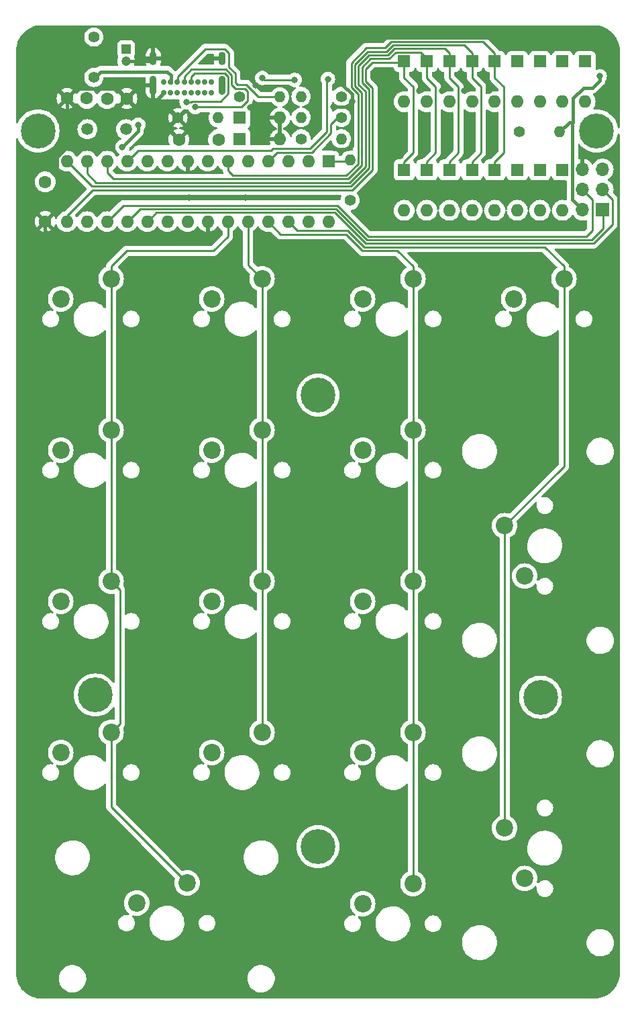
<source format=gbr>
G04 #@! TF.GenerationSoftware,KiCad,Pcbnew,7.0.7*
G04 #@! TF.CreationDate,2023-09-19T16:43:04+02:00*
G04 #@! TF.ProjectId,discipad-pcb,64697363-6970-4616-942d-7063622e6b69,rev?*
G04 #@! TF.SameCoordinates,Original*
G04 #@! TF.FileFunction,Copper,L2,Bot*
G04 #@! TF.FilePolarity,Positive*
%FSLAX46Y46*%
G04 Gerber Fmt 4.6, Leading zero omitted, Abs format (unit mm)*
G04 Created by KiCad (PCBNEW 7.0.7) date 2023-09-19 16:43:04*
%MOMM*%
%LPD*%
G01*
G04 APERTURE LIST*
G04 #@! TA.AperFunction,ComponentPad*
%ADD10R,1.600000X1.600000*%
G04 #@! TD*
G04 #@! TA.AperFunction,ComponentPad*
%ADD11O,1.600000X1.600000*%
G04 #@! TD*
G04 #@! TA.AperFunction,ComponentPad*
%ADD12C,2.200000*%
G04 #@! TD*
G04 #@! TA.AperFunction,ComponentPad*
%ADD13C,4.400000*%
G04 #@! TD*
G04 #@! TA.AperFunction,ComponentPad*
%ADD14C,1.600000*%
G04 #@! TD*
G04 #@! TA.AperFunction,ComponentPad*
%ADD15R,1.200000X1.200000*%
G04 #@! TD*
G04 #@! TA.AperFunction,ComponentPad*
%ADD16C,1.200000*%
G04 #@! TD*
G04 #@! TA.AperFunction,ComponentPad*
%ADD17C,1.400000*%
G04 #@! TD*
G04 #@! TA.AperFunction,ComponentPad*
%ADD18O,1.400000X1.400000*%
G04 #@! TD*
G04 #@! TA.AperFunction,ComponentPad*
%ADD19C,0.700000*%
G04 #@! TD*
G04 #@! TA.AperFunction,ComponentPad*
%ADD20O,0.900000X1.700000*%
G04 #@! TD*
G04 #@! TA.AperFunction,ComponentPad*
%ADD21O,0.900000X2.400000*%
G04 #@! TD*
G04 #@! TA.AperFunction,ComponentPad*
%ADD22C,1.500000*%
G04 #@! TD*
G04 #@! TA.AperFunction,ComponentPad*
%ADD23R,1.700000X1.700000*%
G04 #@! TD*
G04 #@! TA.AperFunction,ComponentPad*
%ADD24O,1.700000X1.700000*%
G04 #@! TD*
G04 #@! TA.AperFunction,ViaPad*
%ADD25C,0.800000*%
G04 #@! TD*
G04 #@! TA.AperFunction,Conductor*
%ADD26C,0.400000*%
G04 #@! TD*
G04 #@! TA.AperFunction,Conductor*
%ADD27C,0.250000*%
G04 #@! TD*
G04 APERTURE END LIST*
D10*
X154716461Y-19727330D03*
D11*
X154716461Y-24807330D03*
D10*
X177550923Y-19727330D03*
D11*
X177550923Y-24807330D03*
D10*
X154716461Y-33408743D03*
D11*
X154716461Y-38488743D03*
D10*
X174696610Y-33408743D03*
D11*
X174696610Y-38488743D03*
D10*
X157570767Y-19727330D03*
D11*
X157570767Y-24807330D03*
D10*
X174696610Y-19727330D03*
D11*
X174696610Y-24807330D03*
D10*
X157570767Y-33408743D03*
D11*
X157570767Y-38488743D03*
D10*
X160425073Y-19727330D03*
D11*
X160425073Y-24807330D03*
D10*
X171842297Y-19727330D03*
D11*
X171842297Y-24807330D03*
D10*
X160425073Y-33408743D03*
D11*
X160425073Y-38488743D03*
D10*
X171842297Y-33408743D03*
D11*
X171842297Y-38488743D03*
D10*
X163279379Y-19727330D03*
D11*
X163279379Y-24807330D03*
D10*
X168987991Y-19727330D03*
D11*
X168987991Y-24807330D03*
D10*
X163279379Y-33408743D03*
D11*
X163279379Y-38488743D03*
D10*
X166133685Y-19727330D03*
D11*
X166133685Y-24807330D03*
D10*
X166133685Y-33408743D03*
D11*
X166133685Y-38488743D03*
D10*
X168987991Y-33408743D03*
D11*
X168987991Y-38488743D03*
D12*
X117729000Y-47117000D03*
X111379000Y-49657000D03*
X136779000Y-47117000D03*
X130429000Y-49657000D03*
X155829000Y-47117000D03*
X149479000Y-49657000D03*
X174879000Y-47117000D03*
X168529000Y-49657000D03*
X117729000Y-66167000D03*
X111379000Y-68707000D03*
X136779000Y-66167000D03*
X130429000Y-68707000D03*
X155829000Y-66167000D03*
X149479000Y-68707000D03*
X167386000Y-78232000D03*
X169926000Y-84582000D03*
X117729000Y-85217000D03*
X111379000Y-87757000D03*
X136779000Y-85217000D03*
X130429000Y-87757000D03*
X155829000Y-85217000D03*
X149479000Y-87757000D03*
X117729000Y-104267000D03*
X111379000Y-106807000D03*
X136779000Y-104267000D03*
X130429000Y-106807000D03*
X155829000Y-104267000D03*
X149479000Y-106807000D03*
X167386000Y-116332000D03*
X169926000Y-122682000D03*
X155829000Y-123317000D03*
X149479000Y-125857000D03*
X127306000Y-123242000D03*
X120956000Y-125782000D03*
D13*
X108503031Y-28475773D03*
X179001130Y-28475773D03*
X143833559Y-61784261D03*
X171914575Y-99841686D03*
X115752543Y-99566685D03*
X143833559Y-118686673D03*
D14*
X117219101Y-24409709D03*
X119719101Y-24409709D03*
X114664393Y-24392211D03*
X112164393Y-24392211D03*
D15*
X119633825Y-18180421D03*
D16*
X119633825Y-19680421D03*
D14*
X131287493Y-29571619D03*
X126287493Y-29571619D03*
X109414993Y-34908509D03*
X109414993Y-39908509D03*
D10*
X133974831Y-29536623D03*
D11*
X139054831Y-29536623D03*
D10*
X133974831Y-26841931D03*
D11*
X139054831Y-26841931D03*
D17*
X115552493Y-16652493D03*
X115552493Y-21752493D03*
X146783959Y-24147239D03*
D18*
X141703959Y-24147239D03*
D17*
X126178077Y-26841931D03*
D18*
X131258077Y-26841931D03*
D17*
X133929691Y-24199733D03*
D18*
X139009691Y-24199733D03*
D17*
X141703959Y-29484129D03*
D18*
X146783959Y-29484129D03*
D17*
X146783959Y-26771939D03*
D18*
X141703959Y-26771939D03*
D17*
X147875597Y-37235743D03*
D18*
X147875597Y-32155743D03*
D10*
X145163407Y-32301307D03*
D11*
X142623407Y-32301307D03*
X140083407Y-32301307D03*
X137543407Y-32301307D03*
X135003407Y-32301307D03*
X132463407Y-32301307D03*
X129923407Y-32301307D03*
X127383407Y-32301307D03*
X124843407Y-32301307D03*
X122303407Y-32301307D03*
X119763407Y-32301307D03*
X117223407Y-32301307D03*
X114683407Y-32301307D03*
X112143407Y-32301307D03*
X112143407Y-39921307D03*
X114683407Y-39921307D03*
X117223407Y-39921307D03*
X119763407Y-39921307D03*
X122303407Y-39921307D03*
X124843407Y-39921307D03*
X127383407Y-39921307D03*
X129923407Y-39921307D03*
X132463407Y-39921307D03*
X135003407Y-39921307D03*
X137543407Y-39921307D03*
X140083407Y-39921307D03*
X142623407Y-39921307D03*
X145163407Y-39921307D03*
D19*
X130352493Y-23702493D03*
X129502493Y-23702493D03*
X128652493Y-23702493D03*
X127802493Y-23702493D03*
X126952493Y-23702493D03*
X126102493Y-23702493D03*
X125252493Y-23702493D03*
X124402493Y-23702493D03*
X124402493Y-22352493D03*
X125252493Y-22352493D03*
X126102493Y-22352493D03*
X126952493Y-22352493D03*
X127802493Y-22352493D03*
X128652493Y-22352493D03*
X129502493Y-22352493D03*
X130352493Y-22352493D03*
D20*
X131702493Y-19342493D03*
X123052493Y-19342493D03*
D21*
X123052493Y-22722493D03*
X131702493Y-22722493D03*
D22*
X119616327Y-28276767D03*
X114736327Y-28276767D03*
D23*
X179777493Y-38427493D03*
D24*
X177237493Y-38427493D03*
X179777493Y-35887493D03*
X177237493Y-35887493D03*
X179777493Y-33347493D03*
X177237493Y-33347493D03*
D17*
X169262493Y-28602493D03*
D18*
X174342493Y-28602493D03*
D25*
X136006871Y-22748763D03*
X180159407Y-31548893D03*
X116991627Y-26754441D03*
X156210272Y-37036251D03*
X162609876Y-31604029D03*
X127612913Y-36920779D03*
X165549229Y-31604029D03*
X154275508Y-31604029D03*
X146895709Y-22047479D03*
X154157379Y-40735343D03*
X159744937Y-31604029D03*
X134664607Y-36868285D03*
X138202084Y-16693091D03*
X108085145Y-18950333D03*
X145758339Y-25424593D03*
X148138067Y-16693091D03*
X162312220Y-23381282D03*
X135259539Y-25512083D03*
X148138067Y-24794665D03*
X165437608Y-23381282D03*
X170780479Y-16693091D03*
X124552493Y-16302493D03*
X159484488Y-23381282D03*
X170010567Y-63727715D03*
X156917205Y-31604029D03*
X156656756Y-23381282D03*
X121153844Y-27716304D03*
X179389495Y-21592531D03*
X119159110Y-30498433D03*
X136802493Y-21802493D03*
X140902493Y-22052493D03*
X127269933Y-24871903D03*
X128350138Y-25492473D03*
X145102493Y-21952493D03*
D26*
X175952493Y-27452493D02*
X175952493Y-37136295D01*
X175952493Y-37136295D02*
X177279591Y-38463393D01*
X176029590Y-27375396D02*
X175952493Y-27452493D01*
D27*
X149852871Y-20682635D02*
X149852871Y-22222459D01*
X150727771Y-33386183D02*
X148190561Y-35923393D01*
X155841462Y-22902331D02*
X155841462Y-31233742D01*
X112143407Y-39208034D02*
X112143407Y-39921307D01*
X154716461Y-21777330D02*
X155841462Y-22902331D01*
X148190561Y-35923393D02*
X115428048Y-35923393D01*
X149852871Y-22222459D02*
X150727771Y-23097359D01*
X154716461Y-20727330D02*
X154716461Y-21777330D01*
X150727771Y-23097359D02*
X150727771Y-33386183D01*
X154716461Y-19727330D02*
X154593436Y-19850355D01*
X154716461Y-32358743D02*
X154716461Y-33408743D01*
X154716461Y-20727330D02*
X154716461Y-19727330D01*
X150685151Y-19850355D02*
X149852871Y-20682635D01*
X155841462Y-31233742D02*
X154716461Y-32358743D01*
X154593436Y-19850355D02*
X150685151Y-19850355D01*
X115428048Y-35923393D02*
X112143407Y-39208034D01*
X157570767Y-19371563D02*
X156782079Y-18582875D01*
X150487736Y-19400344D02*
X149397923Y-20490157D01*
X153673918Y-18582875D02*
X152856449Y-19400344D01*
X150272823Y-23289837D02*
X150272823Y-33193705D01*
X149397923Y-20490157D02*
X149397923Y-22414937D01*
X112943406Y-33101306D02*
X112143407Y-32301307D01*
X152856449Y-19400344D02*
X150487736Y-19400344D01*
X157570767Y-21777330D02*
X158695768Y-22902331D01*
X157570767Y-20727330D02*
X157570767Y-19727330D01*
X149397923Y-22414937D02*
X150272823Y-23289837D01*
X115310545Y-35468445D02*
X112943406Y-33101306D01*
X157570767Y-32358743D02*
X157570767Y-33408743D01*
X147998083Y-35468445D02*
X115310545Y-35468445D01*
X150272823Y-33193705D02*
X147998083Y-35468445D01*
X157570767Y-20727330D02*
X157570767Y-21777330D01*
X157570767Y-20727330D02*
X157570767Y-20718909D01*
X157570767Y-19727330D02*
X157570767Y-19371563D01*
X158695768Y-31233742D02*
X157570767Y-32358743D01*
X156782079Y-18582875D02*
X153673918Y-18582875D01*
X158695768Y-22902331D02*
X158695768Y-31233742D01*
X161550074Y-31233742D02*
X161550074Y-22902331D01*
X160425073Y-19727330D02*
X160425073Y-18677330D01*
X149817875Y-33001227D02*
X149817875Y-23499813D01*
X160425073Y-32358743D02*
X161550074Y-31233742D01*
X160425073Y-18677330D02*
X159875670Y-18127927D01*
X148942975Y-20297679D02*
X150290321Y-18950333D01*
X115854257Y-34995999D02*
X147823103Y-34995999D01*
X147823103Y-34995999D02*
X149817875Y-33001227D01*
X160425073Y-20721041D02*
X160425073Y-19727330D01*
X160425073Y-33408743D02*
X160425073Y-32358743D01*
X148942975Y-22624913D02*
X148942975Y-20297679D01*
X153492455Y-18127927D02*
X152670049Y-18950333D01*
X114681891Y-33823633D02*
X114683407Y-33822117D01*
X149817875Y-23499813D02*
X148942975Y-22624913D01*
X159875670Y-18127927D02*
X153492455Y-18127927D01*
X161550074Y-22902331D02*
X160425073Y-21777330D01*
X114683407Y-33822117D02*
X114683407Y-32301307D01*
X114681891Y-33823633D02*
X115854257Y-34995999D01*
X152670049Y-18950333D02*
X150290321Y-18950333D01*
X160425073Y-21777330D02*
X160425073Y-20721041D01*
X162275028Y-17672979D02*
X163279379Y-18677330D01*
X150097843Y-18495385D02*
X152477571Y-18495385D01*
X163279379Y-20727330D02*
X163279379Y-21777330D01*
X164404380Y-31233742D02*
X163279379Y-32358743D01*
X147630625Y-34541051D02*
X118006511Y-34541051D01*
X164404380Y-22902331D02*
X164404380Y-31233742D01*
X149362927Y-32808749D02*
X147630625Y-34541051D01*
X163279379Y-20727330D02*
X163279379Y-19727330D01*
X148488027Y-22817391D02*
X149362927Y-23692291D01*
X163279379Y-21777330D02*
X164404380Y-22902331D01*
X148488027Y-20105201D02*
X148488027Y-22817391D01*
X150097843Y-18495385D02*
X148488027Y-20105201D01*
X149362927Y-23692291D02*
X149362927Y-32808749D01*
X118006511Y-34541051D02*
X117223407Y-33757947D01*
X117223407Y-33757947D02*
X117223407Y-32301307D01*
X163279379Y-32358743D02*
X163279379Y-33408743D01*
X163279379Y-20727330D02*
X163279379Y-20723173D01*
X163279379Y-18677330D02*
X163279379Y-19727330D01*
X153299977Y-17672979D02*
X162275028Y-17672979D01*
X152477571Y-18495385D02*
X153299977Y-17672979D01*
X167258686Y-22902331D02*
X166133685Y-21777330D01*
X132591893Y-33561163D02*
X132599843Y-33561163D01*
X167258686Y-31233742D02*
X167258686Y-22902331D01*
X149905365Y-18040437D02*
X152267595Y-18040437D01*
X166133685Y-32358743D02*
X167258686Y-31233742D01*
X132599843Y-33561163D02*
X133124783Y-34086103D01*
X166133685Y-21777330D02*
X166133685Y-20725305D01*
X148033079Y-19912723D02*
X149905365Y-18040437D01*
X164674457Y-17218102D02*
X166133685Y-18677330D01*
X132463407Y-33432677D02*
X132591893Y-33561163D01*
X147438147Y-34086103D02*
X148900598Y-32623652D01*
X133124783Y-34086103D02*
X147438147Y-34086103D01*
X148900598Y-23877388D02*
X148033079Y-23009869D01*
X166133685Y-20725305D02*
X166133685Y-19727330D01*
X152267595Y-18040437D02*
X153089930Y-17218102D01*
X153089930Y-17218102D02*
X164674457Y-17218102D01*
X166133685Y-33408743D02*
X166133685Y-32358743D01*
X132463407Y-32301307D02*
X132463407Y-33432677D01*
X166133685Y-18677330D02*
X166133685Y-19727330D01*
X148033079Y-23009869D02*
X148033079Y-19912723D01*
X148900598Y-32623652D02*
X148900598Y-23877388D01*
X118828999Y-103167001D02*
X118828999Y-86316999D01*
X132463407Y-39921307D02*
X132463407Y-41816671D01*
X117729000Y-47117000D02*
X117729000Y-48672634D01*
X118828999Y-86316999D02*
X117729000Y-85217000D01*
X117729000Y-113665000D02*
X127306000Y-123242000D01*
X117729000Y-45561366D02*
X117729000Y-47117000D01*
X117729000Y-104267000D02*
X117729000Y-113665000D01*
X132463407Y-41816671D02*
X130675063Y-43605015D01*
X130675063Y-43605015D02*
X119685351Y-43605015D01*
X117729000Y-104267000D02*
X118828999Y-103167001D01*
X117729000Y-66167000D02*
X117729000Y-67722634D01*
X117729000Y-67722634D02*
X117729000Y-85217000D01*
X119685351Y-43605015D02*
X117729000Y-45561366D01*
X117729000Y-48672634D02*
X117729000Y-66167000D01*
X136779000Y-85217000D02*
X136779000Y-86772634D01*
X135003407Y-45341407D02*
X135154551Y-45492551D01*
X136779000Y-66167000D02*
X136779000Y-67722634D01*
X136779000Y-67722634D02*
X136779000Y-85217000D01*
X136779000Y-86772634D02*
X136779000Y-104267000D01*
X135154551Y-45492551D02*
X136779000Y-47117000D01*
X136779000Y-47117000D02*
X136779000Y-66167000D01*
X135003407Y-39921307D02*
X135003407Y-45341407D01*
X147368155Y-41505255D02*
X139127355Y-41505255D01*
X155829000Y-104267000D02*
X155829000Y-105822634D01*
X153872649Y-43605015D02*
X149467915Y-43605015D01*
X155829000Y-47117000D02*
X155829000Y-45561366D01*
X155829000Y-47117000D02*
X155829000Y-66167000D01*
X155829000Y-45561366D02*
X153872649Y-43605015D01*
X139127355Y-41505255D02*
X137543407Y-39921307D01*
X149467915Y-43605015D02*
X147368155Y-41505255D01*
X155829000Y-67722634D02*
X155829000Y-85217000D01*
X155829000Y-66167000D02*
X155829000Y-67722634D01*
X155829000Y-85217000D02*
X155829000Y-104267000D01*
X155829000Y-105822634D02*
X155829000Y-123317000D01*
X140883406Y-40721306D02*
X140083407Y-39921307D01*
X174879000Y-45561366D02*
X172467701Y-43150067D01*
X147560633Y-41050307D02*
X141212407Y-41050307D01*
X149660393Y-43150067D02*
X147560633Y-41050307D01*
X141212407Y-41050307D02*
X140883406Y-40721306D01*
X174879000Y-47117000D02*
X174879000Y-45561366D01*
X167386000Y-79787634D02*
X167386000Y-116332000D01*
X174879000Y-70739000D02*
X167386000Y-78232000D01*
X172467701Y-43150067D02*
X149660393Y-43150067D01*
X174879000Y-47117000D02*
X174879000Y-70739000D01*
X167386000Y-78232000D02*
X167386000Y-79787634D01*
D26*
X148138067Y-16693091D02*
X144970929Y-16693091D01*
X138202084Y-16693091D02*
X134962073Y-16693091D01*
X129923407Y-41224529D02*
X129923407Y-39921307D01*
X118501602Y-23192210D02*
X118919102Y-23609710D01*
X151470929Y-16693091D02*
X150056716Y-16693091D01*
X109414993Y-41039879D02*
X110790265Y-42415151D01*
X124813233Y-28206775D02*
X126178077Y-26841931D01*
X141462073Y-16693091D02*
X138202084Y-16693091D01*
X128732785Y-42415151D02*
X129923407Y-41224529D01*
X122153537Y-26841931D02*
X123518381Y-28206775D01*
X145758339Y-25424593D02*
X147508139Y-25424593D01*
X126577833Y-16693091D02*
X133547860Y-16693091D01*
X148136353Y-25362064D02*
X148136353Y-30338991D01*
X118919102Y-23609710D02*
X119719101Y-24409709D01*
X133547860Y-16693091D02*
X134962073Y-16693091D01*
X147508139Y-25424593D02*
X148138067Y-24794665D01*
X119719101Y-24409709D02*
X122151323Y-26841931D01*
X122151323Y-26841931D02*
X122153537Y-26841931D01*
X123518381Y-28206775D02*
X124095815Y-28206775D01*
X113364394Y-23192210D02*
X118501602Y-23192210D01*
X146895709Y-22047479D02*
X146895709Y-22630987D01*
X147652662Y-30822682D02*
X147094557Y-30822682D01*
X112164393Y-24392211D02*
X113364394Y-23192210D01*
D27*
X148138067Y-24794665D02*
X148138067Y-24834069D01*
D26*
X148138067Y-25360350D02*
X148136353Y-25362064D01*
X123927937Y-19342987D02*
X126577833Y-16693091D01*
X109414993Y-39908509D02*
X110943406Y-38380096D01*
X109414993Y-39908509D02*
X109414993Y-41039879D01*
X151470929Y-16693091D02*
X170780479Y-16693091D01*
X122740503Y-19680421D02*
X123077937Y-19342987D01*
X112164393Y-30575430D02*
X112164393Y-25523581D01*
X148136353Y-30338991D02*
X147652662Y-30822682D01*
X119633825Y-19680421D02*
X122740503Y-19680421D01*
X124922649Y-28206775D02*
X126287493Y-29571619D01*
X148138067Y-23873345D02*
X148138067Y-24794665D01*
X110943406Y-38380096D02*
X110943406Y-31796417D01*
X124095815Y-28206775D02*
X124813233Y-28206775D01*
X126178077Y-29462203D02*
X126287493Y-29571619D01*
X147094557Y-30822682D02*
X145829519Y-30822682D01*
X112164393Y-25523581D02*
X112164393Y-24392211D01*
X146895709Y-22630987D02*
X148138067Y-23873345D01*
X110790265Y-42415151D02*
X128732785Y-42415151D01*
X124095815Y-28206775D02*
X124922649Y-28206775D01*
X123077937Y-19342987D02*
X123927937Y-19342987D01*
X110943406Y-31796417D02*
X112164393Y-30575430D01*
X148138067Y-24794665D02*
X148138067Y-25360350D01*
X144970929Y-16693091D02*
X141462073Y-16693091D01*
X150056716Y-16693091D02*
X148138067Y-16693091D01*
X179389495Y-21592531D02*
X179389495Y-22158216D01*
X119159110Y-30498433D02*
X121153844Y-28503699D01*
X179389495Y-22158216D02*
X178491097Y-23056614D01*
X177359727Y-23056614D02*
X176029590Y-24386751D01*
X176029590Y-24386751D02*
X176029590Y-27375396D01*
X121153844Y-28503699D02*
X121153844Y-27716304D01*
X175569590Y-27375396D02*
X174342493Y-28602493D01*
X176029590Y-27375396D02*
X175569590Y-27375396D01*
X178491097Y-23056614D02*
X177359727Y-23056614D01*
X125272937Y-22377987D02*
X125272937Y-21477987D01*
X125272937Y-21477987D02*
X124805260Y-21010310D01*
X116414272Y-21010310D02*
X115714273Y-21710309D01*
X124805260Y-21010310D02*
X116414272Y-21010310D01*
D27*
X146308390Y-26771939D02*
X145457449Y-27622880D01*
X146783959Y-26771939D02*
X146308390Y-26771939D01*
X138668408Y-31176306D02*
X137543407Y-32301307D01*
X143057440Y-31176306D02*
X138668408Y-31176306D01*
X145457449Y-28776297D02*
X143057440Y-31176306D01*
X145457449Y-27622880D02*
X145457449Y-28776297D01*
X147730033Y-32301307D02*
X147875597Y-32155743D01*
X145163407Y-32301307D02*
X147730033Y-32301307D01*
X137052493Y-22052493D02*
X136802493Y-21802493D01*
X140902493Y-22052493D02*
X137052493Y-22052493D01*
X132048956Y-21197977D02*
X132412302Y-21561323D01*
X128252947Y-21197977D02*
X132048956Y-21197977D01*
X132412302Y-21561323D02*
X132412302Y-21568955D01*
X132502947Y-23794006D02*
X131554782Y-24742171D01*
X127965350Y-24742171D02*
X127835618Y-24871903D01*
X141603959Y-24247239D02*
X141703959Y-24147239D01*
X132412302Y-21568955D02*
X132502947Y-21659600D01*
X131554782Y-24742171D02*
X127965350Y-24742171D01*
X127822937Y-22377987D02*
X127822937Y-21627987D01*
X127835618Y-24871903D02*
X127269933Y-24871903D01*
X132502947Y-21659600D02*
X132502947Y-23794006D01*
X127822937Y-21627987D02*
X128252947Y-21197977D01*
X134612113Y-23132355D02*
X134954692Y-23474934D01*
X132862313Y-21382556D02*
X132952957Y-21473200D01*
X132235357Y-20747968D02*
X132862313Y-21374924D01*
X126972937Y-22377987D02*
X126972937Y-21627987D01*
X133457245Y-23132355D02*
X134612113Y-23132355D01*
X132862313Y-21374924D02*
X132862313Y-21382556D01*
X127865795Y-20735129D02*
X132214887Y-20735129D01*
X134954692Y-23474934D02*
X134954692Y-24691734D01*
X132952957Y-21473200D02*
X132952957Y-22628067D01*
X128915823Y-25492473D02*
X128350138Y-25492473D01*
X132214887Y-20735129D02*
X132227725Y-20747967D01*
X132227725Y-20747967D02*
X132235357Y-20747968D01*
X126972937Y-21627987D02*
X127865795Y-20735129D01*
X132952957Y-22628067D02*
X133457245Y-23132355D01*
X134954692Y-24691734D02*
X134153953Y-25492473D01*
X134153953Y-25492473D02*
X128915823Y-25492473D01*
X133404751Y-21260069D02*
X133404751Y-22432435D01*
X138019742Y-24199733D02*
X139009691Y-24199733D01*
X129582947Y-18167977D02*
X132074903Y-18167977D01*
X136326917Y-24199733D02*
X138019742Y-24199733D01*
X126122937Y-22377987D02*
X126122937Y-21627987D01*
X132599843Y-20455161D02*
X133404751Y-21260069D01*
X126122937Y-21627987D02*
X129582947Y-18167977D01*
X133404751Y-22432435D02*
X133649723Y-22677407D01*
X132599843Y-18692917D02*
X132599843Y-20455161D01*
X134804591Y-22677407D02*
X136326917Y-24199733D01*
X133649723Y-22677407D02*
X134804591Y-22677407D01*
X132074903Y-18167977D02*
X132599843Y-18692917D01*
X121110753Y-30953961D02*
X119763407Y-32301307D01*
X144970929Y-22084057D02*
X145102493Y-21952493D01*
X137936733Y-30953961D02*
X121110753Y-30953961D01*
X138181705Y-30708989D02*
X137936733Y-30953961D01*
X144970929Y-28591731D02*
X142853671Y-30708989D01*
X142853671Y-30708989D02*
X138181705Y-30708989D01*
X144970929Y-28591731D02*
X144970929Y-22084057D01*
X177727185Y-41767725D02*
X178454592Y-41040318D01*
X119279043Y-37865671D02*
X146318275Y-37865671D01*
X117223407Y-39921307D02*
X119279043Y-37865671D01*
X178454592Y-37098394D02*
X178129590Y-36773392D01*
X150220329Y-41767725D02*
X177727185Y-41767725D01*
X146318275Y-37865671D02*
X150220329Y-41767725D01*
X178454592Y-41040318D02*
X178454592Y-37098394D01*
X178129590Y-36773392D02*
X177279591Y-35923393D01*
X180994592Y-40285114D02*
X180994592Y-37098394D01*
X180994592Y-37098394D02*
X180669590Y-36773392D01*
X178602085Y-42677621D02*
X180994592Y-40285114D01*
X123449147Y-38775567D02*
X145933319Y-38775567D01*
X122303407Y-39921307D02*
X123449147Y-38775567D01*
X145933319Y-38775567D02*
X149835373Y-42677621D01*
X149835373Y-42677621D02*
X178602085Y-42677621D01*
X180669590Y-36773392D02*
X179819591Y-35923393D01*
X146125797Y-38320619D02*
X150027851Y-42222673D01*
X178409607Y-42222673D02*
X179819591Y-40812689D01*
X119763407Y-39921307D02*
X121364095Y-38320619D01*
X121364095Y-38320619D02*
X146125797Y-38320619D01*
X150027851Y-42222673D02*
X178409607Y-42222673D01*
X179819591Y-40812689D02*
X179819591Y-38463393D01*
G04 #@! TA.AperFunction,Conductor*
G36*
X178691204Y-15177322D02*
G01*
X179024085Y-15194765D01*
X179030633Y-15195454D01*
X179358216Y-15247334D01*
X179364662Y-15248704D01*
X179620277Y-15317194D01*
X179685018Y-15334541D01*
X179691294Y-15336580D01*
X180000930Y-15455435D01*
X180006957Y-15458118D01*
X180302465Y-15608684D01*
X180308166Y-15611975D01*
X180479417Y-15723185D01*
X180586332Y-15792615D01*
X180591659Y-15796485D01*
X180685810Y-15872725D01*
X180849409Y-16005202D01*
X180854313Y-16009618D01*
X181088835Y-16244134D01*
X181093250Y-16249038D01*
X181301968Y-16506779D01*
X181305847Y-16512117D01*
X181486488Y-16790271D01*
X181489787Y-16795986D01*
X181640353Y-17091481D01*
X181643037Y-17097509D01*
X181761900Y-17407147D01*
X181763939Y-17413422D01*
X181849781Y-17733773D01*
X181851153Y-17740228D01*
X181903039Y-18067794D01*
X181903728Y-18074351D01*
X181921111Y-18405971D01*
X181921197Y-18409245D01*
X181921197Y-27997559D01*
X181901195Y-28065680D01*
X181847539Y-28112173D01*
X181777265Y-28122277D01*
X181712685Y-28092783D01*
X181674301Y-28033057D01*
X181671261Y-28020271D01*
X181635733Y-27826402D01*
X181591954Y-27685911D01*
X181538251Y-27513570D01*
X181517907Y-27468367D01*
X181403773Y-27214769D01*
X181234258Y-26934360D01*
X181234256Y-26934357D01*
X181032177Y-26676422D01*
X181032173Y-26676418D01*
X181032170Y-26676414D01*
X180800488Y-26444732D01*
X180800482Y-26444727D01*
X180787498Y-26434555D01*
X180542546Y-26242647D01*
X180542545Y-26242646D01*
X180542542Y-26242644D01*
X180262133Y-26073129D01*
X179963337Y-25938653D01*
X179650500Y-25841169D01*
X179328200Y-25782106D01*
X179328197Y-25782105D01*
X179001131Y-25762322D01*
X179001129Y-25762322D01*
X178717073Y-25779504D01*
X178647868Y-25763652D01*
X178598221Y-25712901D01*
X178583892Y-25643365D01*
X178606251Y-25581464D01*
X178688446Y-25464079D01*
X178785207Y-25256573D01*
X178844466Y-25035417D01*
X178864421Y-24807330D01*
X178844466Y-24579243D01*
X178785207Y-24358087D01*
X178688446Y-24150581D01*
X178557121Y-23963030D01*
X178557117Y-23963026D01*
X178553674Y-23958923D01*
X178525205Y-23893884D01*
X178536418Y-23823779D01*
X178583752Y-23770864D01*
X178635003Y-23752844D01*
X178661898Y-23749579D01*
X178671427Y-23745964D01*
X178693401Y-23739840D01*
X178695649Y-23739428D01*
X178703426Y-23738003D01*
X178760649Y-23712248D01*
X178764106Y-23710816D01*
X178822772Y-23688568D01*
X178831163Y-23682775D01*
X178851019Y-23671575D01*
X178860323Y-23667389D01*
X178909733Y-23628677D01*
X178912718Y-23626481D01*
X178964370Y-23590829D01*
X179005993Y-23543845D01*
X179008546Y-23541133D01*
X179874014Y-22675665D01*
X179876726Y-22673112D01*
X179923710Y-22631489D01*
X179959341Y-22579868D01*
X179961579Y-22576825D01*
X180000270Y-22527441D01*
X180004450Y-22518151D01*
X180015654Y-22498285D01*
X180021449Y-22489891D01*
X180043692Y-22431236D01*
X180045144Y-22427735D01*
X180056537Y-22402421D01*
X180070884Y-22370545D01*
X180072722Y-22360509D01*
X180078842Y-22338556D01*
X180082460Y-22329017D01*
X180090021Y-22266739D01*
X180090585Y-22263031D01*
X180101897Y-22201308D01*
X180101896Y-22201293D01*
X180101996Y-22199656D01*
X180102412Y-22198496D01*
X180103271Y-22193809D01*
X180104042Y-22193950D01*
X180125833Y-22133194D01*
X180128528Y-22129482D01*
X180128535Y-22129475D01*
X180224022Y-21964087D01*
X180283037Y-21782459D01*
X180302999Y-21592531D01*
X180283037Y-21402603D01*
X180224022Y-21220975D01*
X180128535Y-21055587D01*
X180128533Y-21055585D01*
X180128529Y-21055579D01*
X180000750Y-20913666D01*
X179846247Y-20801413D01*
X179671783Y-20723737D01*
X179484982Y-20684031D01*
X179294008Y-20684031D01*
X179107204Y-20723737D01*
X179030200Y-20758022D01*
X178959833Y-20767456D01*
X178895536Y-20737349D01*
X178857723Y-20677260D01*
X178853674Y-20629447D01*
X178859422Y-20575979D01*
X178859423Y-20575962D01*
X178859423Y-18878697D01*
X178859422Y-18878680D01*
X178852913Y-18818133D01*
X178852911Y-18818125D01*
X178822608Y-18736883D01*
X178801812Y-18681126D01*
X178801811Y-18681124D01*
X178801810Y-18681122D01*
X178714184Y-18564068D01*
X178597130Y-18476442D01*
X178597125Y-18476440D01*
X178460127Y-18425341D01*
X178460119Y-18425339D01*
X178399572Y-18418830D01*
X178399561Y-18418830D01*
X176702285Y-18418830D01*
X176702273Y-18418830D01*
X176641726Y-18425339D01*
X176641718Y-18425341D01*
X176504720Y-18476440D01*
X176504715Y-18476442D01*
X176387661Y-18564068D01*
X176300035Y-18681122D01*
X176300033Y-18681127D01*
X176248934Y-18818125D01*
X176247120Y-18825804D01*
X176245588Y-18825442D01*
X176221869Y-18882695D01*
X176163548Y-18923182D01*
X176092597Y-18925711D01*
X176031541Y-18889479D01*
X175999766Y-18825990D01*
X175998695Y-18818535D01*
X175998598Y-18818125D01*
X175968295Y-18736883D01*
X175947499Y-18681126D01*
X175947498Y-18681124D01*
X175947497Y-18681122D01*
X175859871Y-18564068D01*
X175742817Y-18476442D01*
X175742812Y-18476440D01*
X175605814Y-18425341D01*
X175605806Y-18425339D01*
X175545259Y-18418830D01*
X175545248Y-18418830D01*
X173847972Y-18418830D01*
X173847960Y-18418830D01*
X173787413Y-18425339D01*
X173787405Y-18425341D01*
X173650407Y-18476440D01*
X173650402Y-18476442D01*
X173533348Y-18564068D01*
X173445722Y-18681122D01*
X173445720Y-18681127D01*
X173394621Y-18818125D01*
X173392807Y-18825804D01*
X173391275Y-18825442D01*
X173367556Y-18882695D01*
X173309235Y-18923182D01*
X173238284Y-18925711D01*
X173177228Y-18889479D01*
X173145453Y-18825990D01*
X173144382Y-18818535D01*
X173144285Y-18818125D01*
X173113982Y-18736883D01*
X173093186Y-18681126D01*
X173093185Y-18681124D01*
X173093184Y-18681122D01*
X173005558Y-18564068D01*
X172888504Y-18476442D01*
X172888499Y-18476440D01*
X172751501Y-18425341D01*
X172751493Y-18425339D01*
X172690946Y-18418830D01*
X172690935Y-18418830D01*
X170993659Y-18418830D01*
X170993647Y-18418830D01*
X170933100Y-18425339D01*
X170933092Y-18425341D01*
X170796094Y-18476440D01*
X170796089Y-18476442D01*
X170679035Y-18564068D01*
X170591409Y-18681122D01*
X170591407Y-18681127D01*
X170540308Y-18818125D01*
X170538494Y-18825804D01*
X170536952Y-18825439D01*
X170513252Y-18882656D01*
X170454934Y-18923146D01*
X170383983Y-18925680D01*
X170322925Y-18889452D01*
X170291146Y-18825965D01*
X170290079Y-18818551D01*
X170289979Y-18818125D01*
X170259676Y-18736883D01*
X170238880Y-18681126D01*
X170238879Y-18681124D01*
X170238878Y-18681122D01*
X170151252Y-18564068D01*
X170034198Y-18476442D01*
X170034193Y-18476440D01*
X169897195Y-18425341D01*
X169897187Y-18425339D01*
X169836640Y-18418830D01*
X169836629Y-18418830D01*
X168139353Y-18418830D01*
X168139341Y-18418830D01*
X168078794Y-18425339D01*
X168078786Y-18425341D01*
X167941788Y-18476440D01*
X167941783Y-18476442D01*
X167824729Y-18564068D01*
X167737103Y-18681122D01*
X167737101Y-18681127D01*
X167686002Y-18818125D01*
X167684188Y-18825804D01*
X167682646Y-18825439D01*
X167658946Y-18882656D01*
X167600628Y-18923146D01*
X167529677Y-18925680D01*
X167468619Y-18889452D01*
X167436840Y-18825965D01*
X167435773Y-18818551D01*
X167435673Y-18818125D01*
X167405370Y-18736883D01*
X167384574Y-18681126D01*
X167384573Y-18681124D01*
X167384572Y-18681122D01*
X167296946Y-18564068D01*
X167179892Y-18476442D01*
X167179887Y-18476440D01*
X167042889Y-18425341D01*
X167042881Y-18425339D01*
X166982334Y-18418830D01*
X166982323Y-18418830D01*
X166793122Y-18418830D01*
X166725001Y-18398828D01*
X166691190Y-18366896D01*
X166665497Y-18331533D01*
X166662249Y-18326588D01*
X166638227Y-18285968D01*
X166623899Y-18271640D01*
X166611069Y-18256619D01*
X166599157Y-18240223D01*
X166599154Y-18240221D01*
X166599154Y-18240220D01*
X166562792Y-18210138D01*
X166558411Y-18206152D01*
X165181701Y-16829441D01*
X165171736Y-16817003D01*
X165171509Y-16817192D01*
X165166458Y-16811086D01*
X165166457Y-16811084D01*
X165115377Y-16763117D01*
X165104888Y-16752628D01*
X165094234Y-16741973D01*
X165094229Y-16741968D01*
X165088682Y-16737665D01*
X165084174Y-16733814D01*
X165049782Y-16701519D01*
X165049776Y-16701515D01*
X165032020Y-16691753D01*
X165015504Y-16680904D01*
X164999498Y-16668488D01*
X164962533Y-16652492D01*
X164956197Y-16649750D01*
X164950865Y-16647138D01*
X164909518Y-16624407D01*
X164889893Y-16619368D01*
X164871193Y-16612966D01*
X164852602Y-16604921D01*
X164852600Y-16604920D01*
X164852599Y-16604920D01*
X164805999Y-16597539D01*
X164800186Y-16596335D01*
X164754487Y-16584602D01*
X164734233Y-16584602D01*
X164714523Y-16583051D01*
X164694514Y-16579882D01*
X164694513Y-16579882D01*
X164647540Y-16584322D01*
X164641607Y-16584602D01*
X153173783Y-16584602D01*
X153157941Y-16582852D01*
X153157914Y-16583146D01*
X153150022Y-16582400D01*
X153150021Y-16582400D01*
X153079972Y-16584602D01*
X153050074Y-16584602D01*
X153050070Y-16584602D01*
X153050060Y-16584603D01*
X153043109Y-16585481D01*
X153037197Y-16585946D01*
X152990042Y-16587428D01*
X152990040Y-16587429D01*
X152970585Y-16593080D01*
X152951232Y-16597088D01*
X152931140Y-16599626D01*
X152931132Y-16599628D01*
X152887266Y-16616995D01*
X152881651Y-16618918D01*
X152836337Y-16632084D01*
X152836332Y-16632086D01*
X152818893Y-16642399D01*
X152801148Y-16651092D01*
X152782310Y-16658551D01*
X152768634Y-16668488D01*
X152744142Y-16686282D01*
X152739191Y-16689535D01*
X152698570Y-16713557D01*
X152684237Y-16727889D01*
X152669211Y-16740722D01*
X152652825Y-16752628D01*
X152652824Y-16752628D01*
X152622752Y-16788977D01*
X152618757Y-16793368D01*
X152042095Y-17370032D01*
X151979782Y-17404057D01*
X151952999Y-17406937D01*
X149989218Y-17406937D01*
X149973376Y-17405187D01*
X149973349Y-17405481D01*
X149965457Y-17404735D01*
X149965456Y-17404735D01*
X149895407Y-17406937D01*
X149865509Y-17406937D01*
X149865505Y-17406937D01*
X149865495Y-17406938D01*
X149858544Y-17407816D01*
X149852632Y-17408281D01*
X149805477Y-17409763D01*
X149805475Y-17409764D01*
X149786020Y-17415415D01*
X149766667Y-17419423D01*
X149746575Y-17421961D01*
X149746567Y-17421963D01*
X149702701Y-17439330D01*
X149697086Y-17441253D01*
X149651772Y-17454419D01*
X149651767Y-17454421D01*
X149634328Y-17464734D01*
X149616583Y-17473427D01*
X149597745Y-17480886D01*
X149575643Y-17496944D01*
X149559577Y-17508617D01*
X149554626Y-17511870D01*
X149514005Y-17535892D01*
X149499672Y-17550224D01*
X149484646Y-17563057D01*
X149468260Y-17574963D01*
X149468259Y-17574963D01*
X149438183Y-17611317D01*
X149434188Y-17615708D01*
X147644415Y-19405480D01*
X147631980Y-19415444D01*
X147632168Y-19415671D01*
X147626059Y-19420724D01*
X147578095Y-19471801D01*
X147556945Y-19492950D01*
X147552639Y-19498500D01*
X147548793Y-19503002D01*
X147516496Y-19537397D01*
X147516490Y-19537406D01*
X147506730Y-19555158D01*
X147495882Y-19571673D01*
X147483465Y-19587681D01*
X147464724Y-19630987D01*
X147462113Y-19636317D01*
X147439384Y-19677662D01*
X147439382Y-19677667D01*
X147434346Y-19697282D01*
X147427943Y-19715985D01*
X147419898Y-19734575D01*
X147412516Y-19781179D01*
X147411312Y-19786991D01*
X147399579Y-19832691D01*
X147399579Y-19852946D01*
X147398028Y-19872656D01*
X147394859Y-19892665D01*
X147394859Y-19892666D01*
X147399299Y-19939640D01*
X147399579Y-19945573D01*
X147399579Y-22903094D01*
X147379577Y-22971215D01*
X147325921Y-23017708D01*
X147255647Y-23027812D01*
X147220333Y-23017290D01*
X147198882Y-23007288D01*
X147198867Y-23007282D01*
X147083959Y-22976493D01*
X146994614Y-22952553D01*
X146783959Y-22934123D01*
X146573304Y-22952553D01*
X146541806Y-22960993D01*
X146369050Y-23007282D01*
X146369046Y-23007284D01*
X146177397Y-23096651D01*
X146004191Y-23217931D01*
X146004180Y-23217940D01*
X145854660Y-23367460D01*
X145854653Y-23367469D01*
X145833641Y-23397477D01*
X145778184Y-23441805D01*
X145707564Y-23449113D01*
X145644204Y-23417082D01*
X145608220Y-23355880D01*
X145604429Y-23325205D01*
X145604429Y-22774982D01*
X145624431Y-22706861D01*
X145656367Y-22673046D01*
X145713746Y-22631359D01*
X145729795Y-22613535D01*
X145841527Y-22489444D01*
X145841528Y-22489442D01*
X145841533Y-22489437D01*
X145937020Y-22324049D01*
X145996035Y-22142421D01*
X146015997Y-21952493D01*
X145996035Y-21762565D01*
X145937020Y-21580937D01*
X145841533Y-21415549D01*
X145841531Y-21415547D01*
X145841527Y-21415541D01*
X145713748Y-21273628D01*
X145559245Y-21161375D01*
X145384781Y-21083699D01*
X145197980Y-21043993D01*
X145007006Y-21043993D01*
X144820204Y-21083699D01*
X144645740Y-21161375D01*
X144491237Y-21273628D01*
X144363458Y-21415541D01*
X144363451Y-21415551D01*
X144267969Y-21580931D01*
X144267966Y-21580938D01*
X144208950Y-21762565D01*
X144188989Y-21952493D01*
X144208950Y-22142420D01*
X144232351Y-22214439D01*
X144267966Y-22324049D01*
X144320548Y-22415124D01*
X144337429Y-22478123D01*
X144337429Y-28277135D01*
X144317427Y-28345256D01*
X144300524Y-28366230D01*
X143129503Y-29537250D01*
X143067191Y-29571276D01*
X142996375Y-29566211D01*
X142939540Y-29523664D01*
X142914888Y-29459140D01*
X142898645Y-29273474D01*
X142843915Y-29069219D01*
X142754548Y-28877571D01*
X142754547Y-28877570D01*
X142754546Y-28877567D01*
X142633266Y-28704361D01*
X142633263Y-28704357D01*
X142633260Y-28704353D01*
X142483735Y-28554828D01*
X142483731Y-28554825D01*
X142483726Y-28554821D01*
X142310520Y-28433541D01*
X142118871Y-28344174D01*
X142118867Y-28344172D01*
X142000768Y-28312528D01*
X141914614Y-28289443D01*
X141703959Y-28271013D01*
X141493304Y-28289443D01*
X141440947Y-28303472D01*
X141289050Y-28344172D01*
X141289046Y-28344174D01*
X141097397Y-28433541D01*
X140924191Y-28554821D01*
X140924180Y-28554830D01*
X140774660Y-28704350D01*
X140774651Y-28704361D01*
X140653371Y-28877567D01*
X140564004Y-29069216D01*
X140563999Y-29069228D01*
X140545573Y-29137997D01*
X140508622Y-29198619D01*
X140444761Y-29229641D01*
X140374267Y-29221212D01*
X140319520Y-29176008D01*
X140302160Y-29137996D01*
X140288644Y-29087553D01*
X140288642Y-29087549D01*
X140191918Y-28880124D01*
X140060646Y-28692648D01*
X140060641Y-28692642D01*
X139898811Y-28530812D01*
X139898805Y-28530807D01*
X139711329Y-28399535D01*
X139505321Y-28303472D01*
X139452036Y-28256555D01*
X139432575Y-28188277D01*
X139453117Y-28120318D01*
X139505321Y-28075082D01*
X139711329Y-27979018D01*
X139898805Y-27847746D01*
X139898811Y-27847741D01*
X140060641Y-27685911D01*
X140060646Y-27685905D01*
X140191918Y-27498429D01*
X140288642Y-27291004D01*
X140288644Y-27291000D01*
X140318570Y-27179314D01*
X140355521Y-27118692D01*
X140419382Y-27087670D01*
X140489876Y-27096098D01*
X140544623Y-27141301D01*
X140561983Y-27179313D01*
X140563999Y-27186838D01*
X140564004Y-27186851D01*
X140653371Y-27378500D01*
X140774651Y-27551706D01*
X140774655Y-27551711D01*
X140774658Y-27551715D01*
X140924183Y-27701240D01*
X140924187Y-27701243D01*
X140924191Y-27701246D01*
X141097397Y-27822526D01*
X141097400Y-27822527D01*
X141097401Y-27822528D01*
X141289049Y-27911895D01*
X141493304Y-27966625D01*
X141703959Y-27985055D01*
X141914614Y-27966625D01*
X142118869Y-27911895D01*
X142310517Y-27822528D01*
X142483735Y-27701240D01*
X142633260Y-27551715D01*
X142754548Y-27378497D01*
X142843915Y-27186849D01*
X142898645Y-26982594D01*
X142917075Y-26771939D01*
X142898645Y-26561284D01*
X142843915Y-26357029D01*
X142754548Y-26165381D01*
X142754547Y-26165380D01*
X142754546Y-26165377D01*
X142633266Y-25992171D01*
X142633263Y-25992167D01*
X142633260Y-25992163D01*
X142483735Y-25842638D01*
X142483731Y-25842635D01*
X142483726Y-25842631D01*
X142310520Y-25721351D01*
X142146565Y-25644898D01*
X142118869Y-25631983D01*
X142118867Y-25631982D01*
X142029807Y-25608119D01*
X141929696Y-25581294D01*
X141869076Y-25544345D01*
X141838055Y-25480484D01*
X141846483Y-25409990D01*
X141891686Y-25355242D01*
X141929693Y-25337884D01*
X142118869Y-25287195D01*
X142310517Y-25197828D01*
X142483735Y-25076540D01*
X142633260Y-24927015D01*
X142743717Y-24769265D01*
X142754546Y-24753800D01*
X142754546Y-24753799D01*
X142754548Y-24753797D01*
X142843915Y-24562149D01*
X142898645Y-24357894D01*
X142917075Y-24147239D01*
X142898645Y-23936584D01*
X142843915Y-23732329D01*
X142754548Y-23540681D01*
X142754547Y-23540680D01*
X142754546Y-23540677D01*
X142633266Y-23367471D01*
X142633263Y-23367467D01*
X142633260Y-23367463D01*
X142483735Y-23217938D01*
X142483731Y-23217935D01*
X142483726Y-23217931D01*
X142310520Y-23096651D01*
X142118871Y-23007284D01*
X142118867Y-23007282D01*
X142003959Y-22976493D01*
X141914614Y-22952553D01*
X141703959Y-22934123D01*
X141703958Y-22934123D01*
X141681269Y-22936108D01*
X141617950Y-22941647D01*
X141548347Y-22927659D01*
X141497354Y-22878259D01*
X141481164Y-22809133D01*
X141504917Y-22742228D01*
X141513334Y-22731816D01*
X141513744Y-22731360D01*
X141513746Y-22731359D01*
X141641533Y-22589437D01*
X141737020Y-22424049D01*
X141796035Y-22242421D01*
X141815997Y-22052493D01*
X141796035Y-21862565D01*
X141737020Y-21680937D01*
X141641533Y-21515549D01*
X141641531Y-21515547D01*
X141641527Y-21515541D01*
X141513748Y-21373628D01*
X141359245Y-21261375D01*
X141184781Y-21183699D01*
X140997980Y-21143993D01*
X140807006Y-21143993D01*
X140620204Y-21183699D01*
X140445740Y-21261375D01*
X140291240Y-21373626D01*
X140287930Y-21377303D01*
X140227484Y-21414543D01*
X140194293Y-21418993D01*
X137702870Y-21418993D01*
X137634749Y-21398991D01*
X137593750Y-21355992D01*
X137586781Y-21343922D01*
X137558236Y-21294480D01*
X137541532Y-21265547D01*
X137413748Y-21123628D01*
X137259245Y-21011375D01*
X137084781Y-20933699D01*
X136897980Y-20893993D01*
X136707006Y-20893993D01*
X136520204Y-20933699D01*
X136345740Y-21011375D01*
X136191237Y-21123628D01*
X136063458Y-21265541D01*
X136063451Y-21265551D01*
X135967969Y-21430931D01*
X135967966Y-21430937D01*
X135953492Y-21475479D01*
X135908950Y-21612565D01*
X135888989Y-21802492D01*
X135908950Y-21992420D01*
X135929492Y-22055640D01*
X135967966Y-22174049D01*
X135981820Y-22198044D01*
X136063451Y-22339434D01*
X136063458Y-22339444D01*
X136191237Y-22481357D01*
X136241889Y-22518158D01*
X136345741Y-22593611D01*
X136520205Y-22671287D01*
X136707006Y-22710993D01*
X136897980Y-22710993D01*
X136987218Y-22692023D01*
X137024492Y-22691048D01*
X137024511Y-22690463D01*
X137032435Y-22690712D01*
X137032435Y-22690711D01*
X137032436Y-22690712D01*
X137041330Y-22689871D01*
X137079403Y-22686273D01*
X137085335Y-22685993D01*
X140194293Y-22685993D01*
X140262414Y-22705995D01*
X140287930Y-22727683D01*
X140291240Y-22731359D01*
X140445741Y-22843611D01*
X140620205Y-22921287D01*
X140807006Y-22960993D01*
X140891517Y-22960993D01*
X140959638Y-22980995D01*
X141006131Y-23034651D01*
X141016235Y-23104925D01*
X140986741Y-23169505D01*
X140963788Y-23190206D01*
X140924186Y-23217935D01*
X140924180Y-23217940D01*
X140774660Y-23367460D01*
X140774651Y-23367471D01*
X140653371Y-23540677D01*
X140564004Y-23732326D01*
X140564002Y-23732330D01*
X140527534Y-23868432D01*
X140509273Y-23936584D01*
X140490843Y-24147239D01*
X140509273Y-24357894D01*
X140523157Y-24409708D01*
X140564002Y-24562147D01*
X140564004Y-24562151D01*
X140653371Y-24753800D01*
X140774651Y-24927006D01*
X140774655Y-24927011D01*
X140774658Y-24927015D01*
X140924183Y-25076540D01*
X140924187Y-25076543D01*
X140924191Y-25076546D01*
X141097397Y-25197826D01*
X141097400Y-25197827D01*
X141097401Y-25197828D01*
X141289049Y-25287195D01*
X141478220Y-25337883D01*
X141538841Y-25374834D01*
X141569862Y-25438694D01*
X141561434Y-25509189D01*
X141516231Y-25563936D01*
X141478221Y-25581294D01*
X141384702Y-25606352D01*
X141289050Y-25631982D01*
X141289046Y-25631984D01*
X141097397Y-25721351D01*
X140924191Y-25842631D01*
X140924180Y-25842640D01*
X140774660Y-25992160D01*
X140774651Y-25992171D01*
X140653371Y-26165377D01*
X140564004Y-26357026D01*
X140564002Y-26357031D01*
X140543230Y-26434555D01*
X140506278Y-26495178D01*
X140442417Y-26526199D01*
X140371923Y-26517771D01*
X140317176Y-26472568D01*
X140299816Y-26434555D01*
X140288644Y-26392862D01*
X140288642Y-26392857D01*
X140191918Y-26185432D01*
X140060646Y-25997956D01*
X140060641Y-25997950D01*
X139898811Y-25836120D01*
X139898805Y-25836115D01*
X139711329Y-25704843D01*
X139503904Y-25608119D01*
X139503899Y-25608117D01*
X139417572Y-25584986D01*
X139356949Y-25548034D01*
X139325928Y-25484173D01*
X139334356Y-25413679D01*
X139379559Y-25358932D01*
X139417575Y-25341572D01*
X139424591Y-25339692D01*
X139424593Y-25339691D01*
X139424601Y-25339689D01*
X139616249Y-25250322D01*
X139626051Y-25243459D01*
X139659553Y-25219999D01*
X139789467Y-25129034D01*
X139938992Y-24979509D01*
X140041415Y-24833233D01*
X140060278Y-24806294D01*
X140060278Y-24806293D01*
X140060280Y-24806291D01*
X140149647Y-24614643D01*
X140204377Y-24410388D01*
X140222807Y-24199733D01*
X140204377Y-23989078D01*
X140149647Y-23784823D01*
X140060280Y-23593175D01*
X140060279Y-23593174D01*
X140060278Y-23593171D01*
X139938998Y-23419965D01*
X139938995Y-23419961D01*
X139938992Y-23419957D01*
X139789467Y-23270432D01*
X139789463Y-23270429D01*
X139789458Y-23270425D01*
X139616252Y-23149145D01*
X139424603Y-23059778D01*
X139424599Y-23059776D01*
X139305306Y-23027812D01*
X139220346Y-23005047D01*
X139009691Y-22986617D01*
X138799036Y-23005047D01*
X138753345Y-23017290D01*
X138594782Y-23059776D01*
X138594778Y-23059778D01*
X138403129Y-23149145D01*
X138229923Y-23270425D01*
X138229918Y-23270429D01*
X138080390Y-23419956D01*
X138080384Y-23419965D01*
X138015587Y-23512504D01*
X137960133Y-23556832D01*
X137912376Y-23566233D01*
X136641511Y-23566233D01*
X136573390Y-23546231D01*
X136552416Y-23529328D01*
X135944375Y-22921287D01*
X135311835Y-22288746D01*
X135301870Y-22276308D01*
X135301643Y-22276497D01*
X135296592Y-22270391D01*
X135296591Y-22270389D01*
X135269032Y-22244510D01*
X135245511Y-22222422D01*
X135224368Y-22201278D01*
X135224363Y-22201273D01*
X135218816Y-22196970D01*
X135214308Y-22193119D01*
X135179916Y-22160824D01*
X135179910Y-22160820D01*
X135162154Y-22151058D01*
X135145638Y-22140209D01*
X135129632Y-22127793D01*
X135098880Y-22114485D01*
X135086331Y-22109055D01*
X135080999Y-22106443D01*
X135039652Y-22083712D01*
X135020027Y-22078673D01*
X135001327Y-22072271D01*
X134987087Y-22066109D01*
X134982736Y-22064226D01*
X134982734Y-22064225D01*
X134982733Y-22064225D01*
X134936133Y-22056844D01*
X134930320Y-22055640D01*
X134884621Y-22043907D01*
X134864367Y-22043907D01*
X134844657Y-22042356D01*
X134824648Y-22039187D01*
X134824647Y-22039187D01*
X134777674Y-22043627D01*
X134771741Y-22043907D01*
X134164251Y-22043907D01*
X134096130Y-22023905D01*
X134049637Y-21970249D01*
X134038251Y-21917907D01*
X134038251Y-21668598D01*
X134038250Y-21343912D01*
X134040000Y-21328080D01*
X134039707Y-21328053D01*
X134040453Y-21320160D01*
X134038251Y-21250097D01*
X134038251Y-21220219D01*
X134038251Y-21220213D01*
X134037371Y-21213251D01*
X134036907Y-21207362D01*
X134035425Y-21160180D01*
X134029768Y-21140711D01*
X134025763Y-21121367D01*
X134023225Y-21101272D01*
X134005851Y-21057391D01*
X134003932Y-21051785D01*
X134001668Y-21043993D01*
X133990769Y-21006476D01*
X133980457Y-20989039D01*
X133971761Y-20971290D01*
X133964303Y-20952452D01*
X133936563Y-20914272D01*
X133933315Y-20909327D01*
X133909293Y-20868707D01*
X133894965Y-20854379D01*
X133882135Y-20839358D01*
X133870223Y-20822962D01*
X133870220Y-20822960D01*
X133870220Y-20822959D01*
X133833864Y-20792882D01*
X133829472Y-20788886D01*
X133270247Y-20229660D01*
X133236222Y-20167348D01*
X133233343Y-20140565D01*
X133233343Y-18776772D01*
X133235092Y-18760931D01*
X133234799Y-18760904D01*
X133235544Y-18753011D01*
X133235545Y-18753008D01*
X133233343Y-18682958D01*
X133233343Y-18653061D01*
X133232462Y-18646095D01*
X133231998Y-18640199D01*
X133230516Y-18593027D01*
X133224865Y-18573580D01*
X133220855Y-18554217D01*
X133218317Y-18534120D01*
X133200942Y-18490237D01*
X133199022Y-18484628D01*
X133196644Y-18476442D01*
X133185861Y-18439324D01*
X133175548Y-18421886D01*
X133166853Y-18404139D01*
X133159395Y-18385300D01*
X133131664Y-18347132D01*
X133128405Y-18342172D01*
X133104384Y-18301552D01*
X133090061Y-18287229D01*
X133077220Y-18272196D01*
X133065314Y-18255809D01*
X133051714Y-18244558D01*
X133028951Y-18225727D01*
X133024579Y-18221748D01*
X132582147Y-17779316D01*
X132572182Y-17766878D01*
X132571955Y-17767067D01*
X132566904Y-17760961D01*
X132566903Y-17760959D01*
X132515824Y-17712993D01*
X132505333Y-17702502D01*
X132494680Y-17691848D01*
X132494675Y-17691843D01*
X132489128Y-17687540D01*
X132484620Y-17683689D01*
X132450228Y-17651394D01*
X132450222Y-17651390D01*
X132432466Y-17641628D01*
X132415950Y-17630779D01*
X132399944Y-17618363D01*
X132369192Y-17605055D01*
X132356643Y-17599625D01*
X132351311Y-17597013D01*
X132309964Y-17574282D01*
X132290339Y-17569243D01*
X132271639Y-17562841D01*
X132253048Y-17554796D01*
X132253046Y-17554795D01*
X132253045Y-17554795D01*
X132206445Y-17547414D01*
X132200632Y-17546210D01*
X132154933Y-17534477D01*
X132134679Y-17534477D01*
X132114969Y-17532926D01*
X132094960Y-17529757D01*
X132094959Y-17529757D01*
X132047986Y-17534197D01*
X132042053Y-17534477D01*
X129666800Y-17534477D01*
X129650958Y-17532727D01*
X129650931Y-17533021D01*
X129643039Y-17532275D01*
X129643038Y-17532275D01*
X129572989Y-17534477D01*
X129543091Y-17534477D01*
X129543087Y-17534477D01*
X129543077Y-17534478D01*
X129536126Y-17535356D01*
X129530214Y-17535821D01*
X129483060Y-17537303D01*
X129483058Y-17537304D01*
X129463603Y-17542955D01*
X129444250Y-17546963D01*
X129424158Y-17549501D01*
X129424151Y-17549502D01*
X129424150Y-17549503D01*
X129424148Y-17549503D01*
X129424147Y-17549504D01*
X129380286Y-17566869D01*
X129374671Y-17568792D01*
X129329354Y-17581959D01*
X129311911Y-17592274D01*
X129294165Y-17600967D01*
X129275329Y-17608425D01*
X129237156Y-17636158D01*
X129232195Y-17639417D01*
X129191585Y-17663435D01*
X129177258Y-17677761D01*
X129162232Y-17690594D01*
X129145842Y-17702502D01*
X129145840Y-17702504D01*
X129115755Y-17738869D01*
X129111759Y-17743260D01*
X125915064Y-20939954D01*
X125852752Y-20973980D01*
X125781937Y-20968915D01*
X125736874Y-20939954D01*
X125534269Y-20737349D01*
X125322724Y-20525804D01*
X125320140Y-20523060D01*
X125278533Y-20476095D01*
X125278530Y-20476093D01*
X125278531Y-20476093D01*
X125226915Y-20440464D01*
X125223850Y-20438209D01*
X125205406Y-20423759D01*
X125174486Y-20399535D01*
X125174482Y-20399533D01*
X125165179Y-20395345D01*
X125145329Y-20384150D01*
X125136935Y-20378356D01*
X125113965Y-20369644D01*
X125078303Y-20356119D01*
X125074788Y-20354663D01*
X125017592Y-20328922D01*
X125017590Y-20328921D01*
X125017589Y-20328921D01*
X125007546Y-20327080D01*
X124985596Y-20320960D01*
X124976061Y-20317345D01*
X124976060Y-20317344D01*
X124976058Y-20317344D01*
X124976054Y-20317343D01*
X124923622Y-20310977D01*
X124913797Y-20309783D01*
X124910046Y-20309212D01*
X124869020Y-20301695D01*
X124848354Y-20297908D01*
X124848353Y-20297908D01*
X124785748Y-20301695D01*
X124781945Y-20301810D01*
X124046140Y-20301810D01*
X123978019Y-20281808D01*
X123931526Y-20228152D01*
X123921422Y-20157878D01*
X123930351Y-20126121D01*
X123971273Y-20030760D01*
X124010493Y-19839910D01*
X124010493Y-19596493D01*
X123478493Y-19596493D01*
X123410372Y-19576491D01*
X123363879Y-19522835D01*
X123352493Y-19470493D01*
X123352493Y-19214493D01*
X123372495Y-19146372D01*
X123426151Y-19099879D01*
X123478493Y-19088493D01*
X124010493Y-19088493D01*
X124010493Y-18893905D01*
X124010492Y-18893902D01*
X123995722Y-18748655D01*
X123937394Y-18562751D01*
X123842838Y-18392391D01*
X123715931Y-18244564D01*
X123715925Y-18244558D01*
X123561852Y-18125298D01*
X123386929Y-18039494D01*
X123386928Y-18039493D01*
X123306492Y-18018667D01*
X123306493Y-18536004D01*
X123286491Y-18604125D01*
X123232835Y-18650618D01*
X123162561Y-18660722D01*
X123146012Y-18657194D01*
X123080651Y-18638597D01*
X122968970Y-18648946D01*
X122958969Y-18651792D01*
X122887975Y-18651193D01*
X122828575Y-18612307D01*
X122799628Y-18547480D01*
X122798492Y-18530601D01*
X122798492Y-18014971D01*
X122628416Y-18077961D01*
X122463072Y-18181021D01*
X122463071Y-18181022D01*
X122321850Y-18315264D01*
X122210549Y-18475174D01*
X122133712Y-18654225D01*
X122094493Y-18845075D01*
X122094493Y-19088493D01*
X122626493Y-19088493D01*
X122694614Y-19108495D01*
X122741107Y-19162151D01*
X122752493Y-19214493D01*
X122752493Y-19470493D01*
X122732491Y-19538614D01*
X122678835Y-19585107D01*
X122626493Y-19596493D01*
X122094493Y-19596493D01*
X122094493Y-19791083D01*
X122109263Y-19936330D01*
X122167592Y-20122240D01*
X122169258Y-20126120D01*
X122177742Y-20196608D01*
X122146770Y-20260493D01*
X122086176Y-20297491D01*
X122053470Y-20301810D01*
X120765671Y-20301810D01*
X120697550Y-20281808D01*
X120651057Y-20228152D01*
X120640953Y-20157878D01*
X120652880Y-20119648D01*
X120671428Y-20082396D01*
X120671433Y-20082383D01*
X120727625Y-19884886D01*
X120727625Y-19884882D01*
X120746572Y-19680425D01*
X120746572Y-19680416D01*
X120727625Y-19475959D01*
X120727625Y-19475955D01*
X120671433Y-19278458D01*
X120671430Y-19278450D01*
X120636044Y-19207384D01*
X120623586Y-19137489D01*
X120647966Y-19075713D01*
X120684714Y-19026625D01*
X120735814Y-18889622D01*
X120735830Y-18889479D01*
X120742324Y-18829070D01*
X120742325Y-18829053D01*
X120742325Y-17531788D01*
X120742324Y-17531771D01*
X120735815Y-17471224D01*
X120735813Y-17471216D01*
X120684714Y-17334218D01*
X120684712Y-17334213D01*
X120597086Y-17217159D01*
X120480032Y-17129533D01*
X120480027Y-17129531D01*
X120343029Y-17078432D01*
X120343021Y-17078430D01*
X120282474Y-17071921D01*
X120282463Y-17071921D01*
X118985187Y-17071921D01*
X118985175Y-17071921D01*
X118924628Y-17078430D01*
X118924620Y-17078432D01*
X118787622Y-17129531D01*
X118787617Y-17129533D01*
X118670563Y-17217159D01*
X118582937Y-17334213D01*
X118582935Y-17334218D01*
X118531836Y-17471216D01*
X118531834Y-17471224D01*
X118525325Y-17531771D01*
X118525325Y-18829070D01*
X118531834Y-18889617D01*
X118531836Y-18889625D01*
X118582935Y-19026623D01*
X118582938Y-19026628D01*
X118619682Y-19075713D01*
X118644493Y-19142233D01*
X118631605Y-19207384D01*
X118596221Y-19278445D01*
X118596216Y-19278458D01*
X118540024Y-19475955D01*
X118540024Y-19475959D01*
X118521078Y-19680416D01*
X118521078Y-19680425D01*
X118540024Y-19884882D01*
X118540024Y-19884886D01*
X118596216Y-20082383D01*
X118596221Y-20082396D01*
X118614770Y-20119648D01*
X118627228Y-20189543D01*
X118599921Y-20255078D01*
X118541517Y-20295446D01*
X118501979Y-20301810D01*
X116437587Y-20301810D01*
X116433783Y-20301695D01*
X116371179Y-20297908D01*
X116371178Y-20297908D01*
X116309473Y-20309214D01*
X116305713Y-20309786D01*
X116243471Y-20317344D01*
X116233933Y-20320961D01*
X116211983Y-20327080D01*
X116201950Y-20328919D01*
X116201937Y-20328923D01*
X116144748Y-20354661D01*
X116141233Y-20356117D01*
X116082598Y-20378355D01*
X116074193Y-20384156D01*
X116054352Y-20395345D01*
X116045051Y-20399532D01*
X116045041Y-20399537D01*
X115995673Y-20438214D01*
X115992611Y-20440467D01*
X115940998Y-20476094D01*
X115899398Y-20523050D01*
X115896790Y-20525821D01*
X115894761Y-20527849D01*
X115832449Y-20561875D01*
X115773058Y-20560462D01*
X115763151Y-20557807D01*
X115552493Y-20539377D01*
X115341838Y-20557807D01*
X115288944Y-20571980D01*
X115137584Y-20612536D01*
X115137580Y-20612538D01*
X114945931Y-20701905D01*
X114772725Y-20823185D01*
X114772714Y-20823194D01*
X114623194Y-20972714D01*
X114623185Y-20972725D01*
X114501905Y-21145931D01*
X114412538Y-21337580D01*
X114412536Y-21337584D01*
X114357807Y-21541839D01*
X114341438Y-21728941D01*
X114339377Y-21752493D01*
X114357807Y-21963148D01*
X114382913Y-22056844D01*
X114408541Y-22152493D01*
X114412537Y-22167403D01*
X114415155Y-22173018D01*
X114501905Y-22359054D01*
X114623185Y-22532260D01*
X114623189Y-22532265D01*
X114623192Y-22532269D01*
X114772717Y-22681794D01*
X114772721Y-22681797D01*
X114772725Y-22681800D01*
X114945931Y-22803080D01*
X114945934Y-22803081D01*
X114945935Y-22803082D01*
X115137583Y-22892449D01*
X115341838Y-22947179D01*
X115552493Y-22965609D01*
X115763148Y-22947179D01*
X115967403Y-22892449D01*
X116159051Y-22803082D01*
X116332269Y-22681794D01*
X116481794Y-22532269D01*
X116575710Y-22398142D01*
X116603080Y-22359054D01*
X116603080Y-22359053D01*
X116603082Y-22359051D01*
X116692449Y-22167403D01*
X116747179Y-21963148D01*
X116749543Y-21936127D01*
X116758494Y-21833828D01*
X116784357Y-21767710D01*
X116841861Y-21726070D01*
X116884014Y-21718810D01*
X121972079Y-21718810D01*
X122040200Y-21738812D01*
X122086693Y-21792468D01*
X122096797Y-21862742D01*
X122095501Y-21870169D01*
X122094493Y-21875074D01*
X122094493Y-22468493D01*
X122626493Y-22468493D01*
X122694614Y-22488495D01*
X122741107Y-22542151D01*
X122752493Y-22594493D01*
X122752493Y-22850493D01*
X122732491Y-22918614D01*
X122678835Y-22965107D01*
X122626493Y-22976493D01*
X122094493Y-22976493D01*
X122094492Y-23521080D01*
X122094493Y-23521083D01*
X122109263Y-23666330D01*
X122167591Y-23852234D01*
X122262147Y-24022594D01*
X122389054Y-24170421D01*
X122389060Y-24170427D01*
X122543133Y-24289687D01*
X122718054Y-24375491D01*
X122798492Y-24396317D01*
X122798492Y-23878981D01*
X122818494Y-23810860D01*
X122872150Y-23764367D01*
X122942424Y-23754263D01*
X122958963Y-23757788D01*
X123024333Y-23776388D01*
X123136014Y-23766039D01*
X123136020Y-23766035D01*
X123146007Y-23763195D01*
X123217001Y-23763789D01*
X123276404Y-23802671D01*
X123305355Y-23867497D01*
X123306492Y-23884384D01*
X123306492Y-24400012D01*
X123476565Y-24337026D01*
X123641912Y-24233964D01*
X123641916Y-24233961D01*
X123653236Y-24223200D01*
X123653479Y-24203889D01*
X123642975Y-24184652D01*
X123648040Y-24113837D01*
X123677001Y-24068774D01*
X124010336Y-23735439D01*
X124072648Y-23701413D01*
X124143463Y-23706478D01*
X124200299Y-23749025D01*
X124212952Y-23769863D01*
X124242105Y-23830398D01*
X124313484Y-23887320D01*
X124326275Y-23893480D01*
X124324915Y-23896303D01*
X124367621Y-23920187D01*
X124401013Y-23982841D01*
X124395232Y-24053601D01*
X124366723Y-24097471D01*
X124001179Y-24463014D01*
X124135895Y-24522993D01*
X124312314Y-24560493D01*
X124492672Y-24560493D01*
X124669094Y-24522993D01*
X124775629Y-24475560D01*
X124845995Y-24466125D01*
X124878120Y-24475557D01*
X124985741Y-24523473D01*
X125088501Y-24545315D01*
X125162260Y-24560993D01*
X125162261Y-24560993D01*
X125342726Y-24560993D01*
X125382837Y-24552467D01*
X125519245Y-24523473D01*
X125626243Y-24475833D01*
X125696608Y-24466399D01*
X125728739Y-24475832D01*
X125835741Y-24523473D01*
X125972149Y-24552467D01*
X126012260Y-24560993D01*
X126012261Y-24560993D01*
X126192725Y-24560993D01*
X126223959Y-24554354D01*
X126294750Y-24559756D01*
X126351382Y-24602573D01*
X126375876Y-24669210D01*
X126375466Y-24690771D01*
X126356506Y-24871174D01*
X126356429Y-24871903D01*
X126356943Y-24876795D01*
X126376390Y-25061830D01*
X126398226Y-25129031D01*
X126435406Y-25243459D01*
X126435409Y-25243464D01*
X126530891Y-25408844D01*
X126530898Y-25408854D01*
X126574993Y-25457826D01*
X126605711Y-25521833D01*
X126596946Y-25592287D01*
X126551483Y-25646818D01*
X126483756Y-25668113D01*
X126448747Y-25663843D01*
X126388646Y-25647739D01*
X126178077Y-25629317D01*
X125967509Y-25647739D01*
X125763341Y-25702446D01*
X125763335Y-25702448D01*
X125571767Y-25791777D01*
X125521989Y-25826632D01*
X125521989Y-25826634D01*
X126033444Y-26338089D01*
X126067470Y-26400401D01*
X126062405Y-26471216D01*
X126019858Y-26528052D01*
X126004318Y-26537998D01*
X125960130Y-26561911D01*
X125960128Y-26561912D01*
X125881018Y-26647848D01*
X125881015Y-26647853D01*
X125876970Y-26657076D01*
X125831287Y-26711423D01*
X125763474Y-26732444D01*
X125695061Y-26713465D01*
X125672490Y-26695553D01*
X125162780Y-26185843D01*
X125162778Y-26185843D01*
X125127923Y-26235621D01*
X125038594Y-26427189D01*
X125038592Y-26427195D01*
X124983885Y-26631363D01*
X124965463Y-26841930D01*
X124983885Y-27052498D01*
X125038592Y-27256666D01*
X125038596Y-27256676D01*
X125127919Y-27448233D01*
X125127921Y-27448236D01*
X125162779Y-27498017D01*
X125673546Y-26987249D01*
X125735859Y-26953224D01*
X125806674Y-26958288D01*
X125863510Y-27000835D01*
X125868125Y-27007429D01*
X125917013Y-27082259D01*
X126017431Y-27160416D01*
X126014979Y-27163566D01*
X126051114Y-27199402D01*
X126066494Y-27268713D01*
X126041961Y-27335336D01*
X126029874Y-27349342D01*
X125521989Y-27857226D01*
X125521989Y-27857228D01*
X125571769Y-27892085D01*
X125571774Y-27892088D01*
X125763331Y-27981411D01*
X125763341Y-27981415D01*
X125967510Y-28036122D01*
X126007094Y-28039585D01*
X126073213Y-28065447D01*
X126114854Y-28122950D01*
X126118796Y-28193837D01*
X126083788Y-28255602D01*
X126028727Y-28286812D01*
X125838432Y-28337802D01*
X125838419Y-28337807D01*
X125630993Y-28434532D01*
X125559602Y-28484518D01*
X126105427Y-29030342D01*
X126139452Y-29092655D01*
X126134388Y-29163470D01*
X126091841Y-29220306D01*
X126073536Y-29231704D01*
X126049449Y-29243977D01*
X126049444Y-29243980D01*
X125959854Y-29333570D01*
X125959851Y-29333575D01*
X125947578Y-29357662D01*
X125898830Y-29409277D01*
X125829915Y-29426342D01*
X125762713Y-29403441D01*
X125746216Y-29389553D01*
X125200392Y-28843728D01*
X125150406Y-28915119D01*
X125053681Y-29122545D01*
X125053679Y-29122550D01*
X124994444Y-29343616D01*
X124974497Y-29571619D01*
X124994444Y-29799621D01*
X125053679Y-30020687D01*
X125053681Y-30020692D01*
X125109880Y-30141211D01*
X125120541Y-30211403D01*
X125091561Y-30276215D01*
X125032141Y-30315072D01*
X124995685Y-30320461D01*
X121194606Y-30320461D01*
X121178764Y-30318711D01*
X121178737Y-30319005D01*
X121170845Y-30318259D01*
X121170844Y-30318259D01*
X121100795Y-30320461D01*
X121070897Y-30320461D01*
X121070893Y-30320461D01*
X121070883Y-30320462D01*
X121063932Y-30321340D01*
X121058020Y-30321805D01*
X121010866Y-30323287D01*
X121010864Y-30323288D01*
X120991409Y-30328939D01*
X120972056Y-30332947D01*
X120951964Y-30335485D01*
X120951957Y-30335486D01*
X120951956Y-30335487D01*
X120951954Y-30335487D01*
X120951953Y-30335488D01*
X120908092Y-30352853D01*
X120902477Y-30354776D01*
X120857160Y-30367943D01*
X120839717Y-30378258D01*
X120821971Y-30386951D01*
X120803135Y-30394409D01*
X120764962Y-30422142D01*
X120760001Y-30425401D01*
X120719391Y-30449419D01*
X120705064Y-30463745D01*
X120690038Y-30476578D01*
X120673648Y-30488486D01*
X120673646Y-30488488D01*
X120643566Y-30524847D01*
X120639570Y-30529238D01*
X120217860Y-30950947D01*
X120155548Y-30984973D01*
X120084733Y-30979908D01*
X120027897Y-30937361D01*
X120003086Y-30870841D01*
X120008932Y-30822915D01*
X120023620Y-30777712D01*
X120052652Y-30688361D01*
X120057559Y-30641663D01*
X120084570Y-30576007D01*
X120093765Y-30565746D01*
X121638363Y-29021148D01*
X121641075Y-29018595D01*
X121688059Y-28976972D01*
X121723711Y-28925320D01*
X121725907Y-28922335D01*
X121764619Y-28872925D01*
X121768805Y-28863621D01*
X121780005Y-28843765D01*
X121785798Y-28835374D01*
X121808046Y-28776708D01*
X121809478Y-28773251D01*
X121835233Y-28716028D01*
X121837070Y-28706002D01*
X121843195Y-28684029D01*
X121846809Y-28674500D01*
X121854370Y-28612222D01*
X121854934Y-28608514D01*
X121866246Y-28546791D01*
X121862456Y-28484145D01*
X121862343Y-28480411D01*
X121862343Y-28335533D01*
X121882345Y-28267413D01*
X121889049Y-28258634D01*
X121888998Y-28258597D01*
X121892875Y-28253257D01*
X121892884Y-28253248D01*
X121988371Y-28087860D01*
X122047386Y-27906232D01*
X122067348Y-27716304D01*
X122047386Y-27526376D01*
X121988371Y-27344748D01*
X121892884Y-27179360D01*
X121892882Y-27179358D01*
X121892878Y-27179352D01*
X121765099Y-27037439D01*
X121610596Y-26925186D01*
X121436132Y-26847510D01*
X121249331Y-26807804D01*
X121058357Y-26807804D01*
X120871555Y-26847510D01*
X120697091Y-26925186D01*
X120542590Y-27037438D01*
X120423037Y-27170215D01*
X120362591Y-27207454D01*
X120291607Y-27206102D01*
X120257131Y-27189117D01*
X120247984Y-27182712D01*
X120048406Y-27089648D01*
X120048400Y-27089646D01*
X119958505Y-27065558D01*
X119835698Y-27032652D01*
X119616327Y-27013460D01*
X119396956Y-27032652D01*
X119184253Y-27089646D01*
X119184247Y-27089648D01*
X118984673Y-27182711D01*
X118804292Y-27309015D01*
X118804286Y-27309020D01*
X118648580Y-27464726D01*
X118648575Y-27464732D01*
X118522271Y-27645113D01*
X118429208Y-27844687D01*
X118429206Y-27844693D01*
X118372212Y-28057396D01*
X118353367Y-28272806D01*
X118353020Y-28276767D01*
X118372032Y-28494074D01*
X118372212Y-28496137D01*
X118429206Y-28708840D01*
X118429208Y-28708846D01*
X118509076Y-28880124D01*
X118522271Y-28908421D01*
X118604696Y-29026135D01*
X118648578Y-29088805D01*
X118648581Y-29088809D01*
X118804284Y-29244512D01*
X118804288Y-29244515D01*
X118804289Y-29244516D01*
X118984673Y-29370823D01*
X118990854Y-29373705D01*
X119044141Y-29420620D01*
X119063605Y-29488896D01*
X119043066Y-29556857D01*
X118989045Y-29602925D01*
X118963807Y-29611148D01*
X118876825Y-29629637D01*
X118702357Y-29707315D01*
X118547854Y-29819568D01*
X118420075Y-29961481D01*
X118420068Y-29961491D01*
X118326838Y-30122971D01*
X118324583Y-30126877D01*
X118320862Y-30138329D01*
X118265567Y-30308505D01*
X118249252Y-30463745D01*
X118245606Y-30498433D01*
X118247703Y-30518394D01*
X118265567Y-30688360D01*
X118294600Y-30777712D01*
X118324583Y-30869989D01*
X118324586Y-30869994D01*
X118420068Y-31035374D01*
X118420075Y-31035384D01*
X118547854Y-31177297D01*
X118547857Y-31177299D01*
X118702358Y-31289551D01*
X118702363Y-31289553D01*
X118705832Y-31291556D01*
X118707442Y-31293244D01*
X118707700Y-31293432D01*
X118707665Y-31293479D01*
X118754826Y-31342938D01*
X118768263Y-31412651D01*
X118746046Y-31472946D01*
X118625885Y-31644554D01*
X118607602Y-31683764D01*
X118560685Y-31737049D01*
X118492408Y-31756510D01*
X118424448Y-31735968D01*
X118379212Y-31683764D01*
X118365108Y-31653518D01*
X118360930Y-31644558D01*
X118229605Y-31457007D01*
X118067707Y-31295109D01*
X118065433Y-31293517D01*
X117880156Y-31163784D01*
X117672653Y-31067024D01*
X117672647Y-31067022D01*
X117554535Y-31035374D01*
X117451494Y-31007764D01*
X117223407Y-30987809D01*
X116995320Y-31007764D01*
X116774166Y-31067022D01*
X116774160Y-31067024D01*
X116566657Y-31163784D01*
X116379110Y-31295106D01*
X116379104Y-31295111D01*
X116217211Y-31457004D01*
X116217206Y-31457010D01*
X116085883Y-31644558D01*
X116067600Y-31683766D01*
X116020682Y-31737050D01*
X115952404Y-31756510D01*
X115884445Y-31735967D01*
X115839212Y-31683764D01*
X115820930Y-31644558D01*
X115820927Y-31644554D01*
X115689607Y-31457010D01*
X115689602Y-31457004D01*
X115527709Y-31295111D01*
X115527703Y-31295106D01*
X115340156Y-31163784D01*
X115132653Y-31067024D01*
X115132647Y-31067022D01*
X115014535Y-31035374D01*
X114911494Y-31007764D01*
X114683407Y-30987809D01*
X114455320Y-31007764D01*
X114234166Y-31067022D01*
X114234160Y-31067024D01*
X114026657Y-31163784D01*
X113839110Y-31295106D01*
X113839104Y-31295111D01*
X113677211Y-31457004D01*
X113677206Y-31457010D01*
X113545883Y-31644558D01*
X113527600Y-31683766D01*
X113480682Y-31737050D01*
X113412404Y-31756510D01*
X113344445Y-31735967D01*
X113299212Y-31683764D01*
X113280930Y-31644558D01*
X113280927Y-31644554D01*
X113149607Y-31457010D01*
X113149602Y-31457004D01*
X112987709Y-31295111D01*
X112987703Y-31295106D01*
X112800156Y-31163784D01*
X112592653Y-31067024D01*
X112592647Y-31067022D01*
X112474535Y-31035374D01*
X112371494Y-31007764D01*
X112143407Y-30987809D01*
X111915320Y-31007764D01*
X111694166Y-31067022D01*
X111694160Y-31067024D01*
X111486657Y-31163784D01*
X111299110Y-31295106D01*
X111299104Y-31295111D01*
X111137211Y-31457004D01*
X111137206Y-31457010D01*
X111005884Y-31644557D01*
X110909124Y-31852060D01*
X110909122Y-31852066D01*
X110849864Y-32073220D01*
X110847596Y-32099149D01*
X110829909Y-32301307D01*
X110849864Y-32529394D01*
X110870005Y-32604559D01*
X110909122Y-32750547D01*
X110909124Y-32750553D01*
X111005884Y-32958056D01*
X111094803Y-33085046D01*
X111137209Y-33145607D01*
X111299107Y-33307505D01*
X111486658Y-33438830D01*
X111694164Y-33535591D01*
X111915320Y-33594850D01*
X112143407Y-33614805D01*
X112371494Y-33594850D01*
X112434948Y-33577847D01*
X112505923Y-33579535D01*
X112556653Y-33610457D01*
X114611771Y-35665576D01*
X114645796Y-35727886D01*
X114640731Y-35798701D01*
X114611770Y-35843764D01*
X111819599Y-38635935D01*
X111763116Y-38668546D01*
X111694174Y-38687019D01*
X111694160Y-38687024D01*
X111486657Y-38783784D01*
X111299110Y-38915106D01*
X111299104Y-38915111D01*
X111137211Y-39077004D01*
X111137206Y-39077010D01*
X111005884Y-39264557D01*
X110909124Y-39472060D01*
X110909119Y-39472074D01*
X110902362Y-39497293D01*
X110865410Y-39557916D01*
X110801549Y-39588937D01*
X110731055Y-39580507D01*
X110676309Y-39535304D01*
X110658949Y-39497293D01*
X110648805Y-39459437D01*
X110648804Y-39459435D01*
X110552079Y-39252007D01*
X110502093Y-39180619D01*
X110502090Y-39180619D01*
X109956268Y-39726442D01*
X109893956Y-39760468D01*
X109823141Y-39755403D01*
X109766305Y-39712856D01*
X109754906Y-39694550D01*
X109742634Y-39670464D01*
X109742632Y-39670462D01*
X109742631Y-39670460D01*
X109653041Y-39580870D01*
X109653038Y-39580868D01*
X109628948Y-39568593D01*
X109577334Y-39519843D01*
X109560269Y-39450928D01*
X109583171Y-39383727D01*
X109597058Y-39367231D01*
X110142881Y-38821408D01*
X110142881Y-38821407D01*
X110071494Y-38771422D01*
X109864066Y-38674697D01*
X109864061Y-38674695D01*
X109642993Y-38615460D01*
X109642997Y-38615460D01*
X109414993Y-38595513D01*
X109186990Y-38615460D01*
X108965924Y-38674695D01*
X108965919Y-38674697D01*
X108758493Y-38771422D01*
X108687102Y-38821408D01*
X109232927Y-39367232D01*
X109266952Y-39429545D01*
X109261888Y-39500360D01*
X109219341Y-39557196D01*
X109201036Y-39568594D01*
X109176949Y-39580867D01*
X109176944Y-39580870D01*
X109087354Y-39670460D01*
X109087351Y-39670465D01*
X109075078Y-39694552D01*
X109026330Y-39746167D01*
X108957415Y-39763232D01*
X108890213Y-39740331D01*
X108873716Y-39726443D01*
X108327892Y-39180618D01*
X108277906Y-39252009D01*
X108181181Y-39459435D01*
X108181179Y-39459440D01*
X108121944Y-39680506D01*
X108101997Y-39908508D01*
X108121944Y-40136511D01*
X108181179Y-40357577D01*
X108181181Y-40357582D01*
X108277906Y-40565010D01*
X108327892Y-40636397D01*
X108873715Y-40090574D01*
X108936028Y-40056549D01*
X109006843Y-40061613D01*
X109063679Y-40104160D01*
X109075077Y-40122464D01*
X109087352Y-40146554D01*
X109087354Y-40146557D01*
X109176944Y-40236147D01*
X109176946Y-40236148D01*
X109176948Y-40236150D01*
X109201035Y-40248422D01*
X109252649Y-40297170D01*
X109269715Y-40366085D01*
X109246814Y-40433287D01*
X109232926Y-40449784D01*
X108687103Y-40995606D01*
X108687103Y-40995609D01*
X108758491Y-41045595D01*
X108965919Y-41142320D01*
X108965924Y-41142322D01*
X109186992Y-41201557D01*
X109186988Y-41201557D01*
X109414993Y-41221504D01*
X109642995Y-41201557D01*
X109864061Y-41142322D01*
X109864066Y-41142320D01*
X110071490Y-41045597D01*
X110142881Y-40995608D01*
X110142881Y-40995607D01*
X109597058Y-40449785D01*
X109563033Y-40387472D01*
X109568097Y-40316657D01*
X109610644Y-40259821D01*
X109628944Y-40248426D01*
X109653038Y-40236150D01*
X109742634Y-40146554D01*
X109754907Y-40122466D01*
X109803651Y-40070853D01*
X109872566Y-40053784D01*
X109939768Y-40076684D01*
X109956269Y-40090574D01*
X110502091Y-40636397D01*
X110502092Y-40636397D01*
X110552081Y-40565006D01*
X110648804Y-40357582D01*
X110648805Y-40357581D01*
X110655518Y-40332526D01*
X110692468Y-40271902D01*
X110756328Y-40240879D01*
X110826823Y-40249306D01*
X110881571Y-40294507D01*
X110898932Y-40332521D01*
X110909120Y-40370542D01*
X110909124Y-40370553D01*
X111005884Y-40578056D01*
X111090816Y-40699352D01*
X111137209Y-40765607D01*
X111299107Y-40927505D01*
X111486658Y-41058830D01*
X111694164Y-41155591D01*
X111915320Y-41214850D01*
X112143407Y-41234805D01*
X112371494Y-41214850D01*
X112592650Y-41155591D01*
X112800156Y-41058830D01*
X112987707Y-40927505D01*
X113149605Y-40765607D01*
X113280930Y-40578056D01*
X113299211Y-40538850D01*
X113346128Y-40485565D01*
X113414405Y-40466103D01*
X113482365Y-40486644D01*
X113527602Y-40538850D01*
X113540659Y-40566852D01*
X113545884Y-40578056D01*
X113677209Y-40765607D01*
X113839107Y-40927505D01*
X114026658Y-41058830D01*
X114234164Y-41155591D01*
X114455320Y-41214850D01*
X114683407Y-41234805D01*
X114911494Y-41214850D01*
X115132650Y-41155591D01*
X115340156Y-41058830D01*
X115527707Y-40927505D01*
X115689605Y-40765607D01*
X115820930Y-40578056D01*
X115839212Y-40538849D01*
X115886125Y-40485566D01*
X115954402Y-40466103D01*
X116022362Y-40486643D01*
X116067600Y-40538848D01*
X116085882Y-40578054D01*
X116174690Y-40704884D01*
X116217209Y-40765607D01*
X116379107Y-40927505D01*
X116566658Y-41058830D01*
X116774164Y-41155591D01*
X116995320Y-41214850D01*
X117223407Y-41234805D01*
X117451494Y-41214850D01*
X117672650Y-41155591D01*
X117880156Y-41058830D01*
X118067707Y-40927505D01*
X118229605Y-40765607D01*
X118360930Y-40578056D01*
X118379211Y-40538850D01*
X118426128Y-40485565D01*
X118494405Y-40466103D01*
X118562365Y-40486644D01*
X118607602Y-40538850D01*
X118620659Y-40566852D01*
X118625884Y-40578056D01*
X118757209Y-40765607D01*
X118919107Y-40927505D01*
X119106658Y-41058830D01*
X119314164Y-41155591D01*
X119535320Y-41214850D01*
X119763407Y-41234805D01*
X119991494Y-41214850D01*
X120212650Y-41155591D01*
X120420156Y-41058830D01*
X120607707Y-40927505D01*
X120769605Y-40765607D01*
X120900930Y-40578056D01*
X120919211Y-40538850D01*
X120966128Y-40485565D01*
X121034405Y-40466103D01*
X121102365Y-40486644D01*
X121147602Y-40538850D01*
X121160659Y-40566852D01*
X121165884Y-40578056D01*
X121297209Y-40765607D01*
X121459107Y-40927505D01*
X121646658Y-41058830D01*
X121854164Y-41155591D01*
X122075320Y-41214850D01*
X122303407Y-41234805D01*
X122531494Y-41214850D01*
X122752650Y-41155591D01*
X122960156Y-41058830D01*
X123147707Y-40927505D01*
X123309605Y-40765607D01*
X123440930Y-40578056D01*
X123459212Y-40538849D01*
X123506125Y-40485566D01*
X123574402Y-40466103D01*
X123642362Y-40486643D01*
X123687600Y-40538848D01*
X123705882Y-40578054D01*
X123794690Y-40704884D01*
X123837209Y-40765607D01*
X123999107Y-40927505D01*
X124186658Y-41058830D01*
X124394164Y-41155591D01*
X124615320Y-41214850D01*
X124843407Y-41234805D01*
X125071494Y-41214850D01*
X125292650Y-41155591D01*
X125500156Y-41058830D01*
X125687707Y-40927505D01*
X125849605Y-40765607D01*
X125980930Y-40578056D01*
X125999211Y-40538850D01*
X126046128Y-40485565D01*
X126114405Y-40466103D01*
X126182365Y-40486644D01*
X126227602Y-40538850D01*
X126240659Y-40566852D01*
X126245884Y-40578056D01*
X126377209Y-40765607D01*
X126539107Y-40927505D01*
X126726658Y-41058830D01*
X126934164Y-41155591D01*
X127155320Y-41214850D01*
X127383407Y-41234805D01*
X127611494Y-41214850D01*
X127832650Y-41155591D01*
X128040156Y-41058830D01*
X128227707Y-40927505D01*
X128389605Y-40765607D01*
X128520930Y-40578056D01*
X128539488Y-40538257D01*
X128586402Y-40484974D01*
X128654679Y-40465512D01*
X128722639Y-40486052D01*
X128767876Y-40538256D01*
X128786318Y-40577804D01*
X128917591Y-40765281D01*
X128917596Y-40765287D01*
X129079426Y-40927117D01*
X129079432Y-40927122D01*
X129266908Y-41058394D01*
X129474333Y-41155118D01*
X129474338Y-41155120D01*
X129669406Y-41207388D01*
X129669406Y-40433591D01*
X129689408Y-40365470D01*
X129743064Y-40318977D01*
X129813338Y-40308873D01*
X129815115Y-40309142D01*
X129862566Y-40316657D01*
X129891926Y-40321307D01*
X129891927Y-40321307D01*
X129954886Y-40321307D01*
X129954888Y-40321307D01*
X130031696Y-40309142D01*
X130102107Y-40318242D01*
X130156421Y-40363964D01*
X130177393Y-40431793D01*
X130177406Y-40433591D01*
X130177406Y-41207388D01*
X130372475Y-41155120D01*
X130372480Y-41155118D01*
X130579905Y-41058394D01*
X130767381Y-40927122D01*
X130767387Y-40927117D01*
X130929217Y-40765287D01*
X130929222Y-40765281D01*
X131060494Y-40577805D01*
X131078936Y-40538258D01*
X131125853Y-40484973D01*
X131194130Y-40465512D01*
X131262090Y-40486054D01*
X131307326Y-40538258D01*
X131325884Y-40578056D01*
X131410816Y-40699352D01*
X131457209Y-40765607D01*
X131619107Y-40927505D01*
X131619110Y-40927507D01*
X131619115Y-40927511D01*
X131776177Y-41037487D01*
X131820506Y-41092944D01*
X131829907Y-41140700D01*
X131829906Y-41502076D01*
X131809904Y-41570197D01*
X131793001Y-41591171D01*
X130449563Y-42934610D01*
X130387251Y-42968635D01*
X130360468Y-42971515D01*
X119769204Y-42971515D01*
X119753362Y-42969765D01*
X119753335Y-42970059D01*
X119745443Y-42969313D01*
X119745442Y-42969313D01*
X119675393Y-42971515D01*
X119645495Y-42971515D01*
X119645491Y-42971515D01*
X119645481Y-42971516D01*
X119638530Y-42972394D01*
X119632618Y-42972859D01*
X119585463Y-42974341D01*
X119585461Y-42974342D01*
X119566006Y-42979993D01*
X119546653Y-42984001D01*
X119526561Y-42986539D01*
X119526553Y-42986541D01*
X119482687Y-43003908D01*
X119477072Y-43005831D01*
X119431758Y-43018997D01*
X119414315Y-43029312D01*
X119396569Y-43038005D01*
X119377733Y-43045463D01*
X119339560Y-43073196D01*
X119334599Y-43076455D01*
X119293989Y-43100473D01*
X119279662Y-43114799D01*
X119264636Y-43127632D01*
X119248246Y-43139540D01*
X119248244Y-43139542D01*
X119218159Y-43175907D01*
X119214163Y-43180298D01*
X117340336Y-45054123D01*
X117327901Y-45064087D01*
X117328089Y-45064314D01*
X117321980Y-45069367D01*
X117274015Y-45120445D01*
X117252866Y-45141593D01*
X117248560Y-45147143D01*
X117244714Y-45151645D01*
X117212417Y-45186040D01*
X117212411Y-45186049D01*
X117202651Y-45203801D01*
X117191803Y-45220316D01*
X117179386Y-45236324D01*
X117160645Y-45279630D01*
X117158034Y-45284960D01*
X117135305Y-45326305D01*
X117135303Y-45326310D01*
X117130267Y-45345925D01*
X117123864Y-45364628D01*
X117115819Y-45383218D01*
X117108437Y-45429822D01*
X117107233Y-45435634D01*
X117095500Y-45481334D01*
X117095500Y-45501589D01*
X117093949Y-45521299D01*
X117090780Y-45541308D01*
X117090779Y-45541315D01*
X117091029Y-45543952D01*
X117090632Y-45545997D01*
X117090531Y-45549233D01*
X117090008Y-45549216D01*
X117077524Y-45613652D01*
X117028480Y-45664986D01*
X117013811Y-45672212D01*
X116996505Y-45679381D01*
X116996498Y-45679384D01*
X116935540Y-45716739D01*
X116780625Y-45811671D01*
X116588102Y-45976102D01*
X116423671Y-46168625D01*
X116291383Y-46384499D01*
X116194494Y-46618410D01*
X116135391Y-46864597D01*
X116115526Y-47116999D01*
X116135391Y-47369402D01*
X116194494Y-47615589D01*
X116194495Y-47615591D01*
X116291384Y-47849502D01*
X116423672Y-48065376D01*
X116588102Y-48257898D01*
X116780624Y-48422328D01*
X116996498Y-48554616D01*
X116996500Y-48554616D01*
X116996502Y-48554618D01*
X117017715Y-48563404D01*
X117072997Y-48607951D01*
X117095420Y-48675313D01*
X117095500Y-48679814D01*
X117095500Y-50691887D01*
X117075498Y-50760008D01*
X117021842Y-50806501D01*
X116951568Y-50816605D01*
X116886988Y-50787111D01*
X116876128Y-50776121D01*
X116876106Y-50776144D01*
X116874049Y-50774017D01*
X116873290Y-50773249D01*
X116873177Y-50773115D01*
X116668364Y-50561341D01*
X116547865Y-50466184D01*
X116437154Y-50378756D01*
X116183669Y-50228617D01*
X115912434Y-50113603D01*
X115628290Y-50035768D01*
X115336306Y-49996500D01*
X115115429Y-49996500D01*
X114895045Y-50011252D01*
X114895046Y-50011253D01*
X114895037Y-50011254D01*
X114606340Y-50069935D01*
X114606332Y-50069937D01*
X114328030Y-50166574D01*
X114328021Y-50166578D01*
X114065079Y-50299448D01*
X113822195Y-50466178D01*
X113822184Y-50466187D01*
X113603687Y-50663805D01*
X113603686Y-50663807D01*
X113413479Y-50888785D01*
X113254951Y-51137115D01*
X113130943Y-51404343D01*
X113130939Y-51404354D01*
X113043654Y-51685735D01*
X112994651Y-51976241D01*
X112984807Y-52270701D01*
X113014294Y-52563818D01*
X113082593Y-52850416D01*
X113082594Y-52850417D01*
X113188476Y-53125335D01*
X113247094Y-53232300D01*
X113330064Y-53383700D01*
X113504822Y-53620884D01*
X113709635Y-53832658D01*
X113940846Y-54015244D01*
X114194331Y-54165383D01*
X114465566Y-54280397D01*
X114749710Y-54358232D01*
X115041694Y-54397500D01*
X115041698Y-54397500D01*
X115262567Y-54397500D01*
X115262571Y-54397500D01*
X115482954Y-54382747D01*
X115771663Y-54324064D01*
X116049974Y-54227424D01*
X116312921Y-54094551D01*
X116555812Y-53927816D01*
X116774312Y-53730195D01*
X116873282Y-53613132D01*
X116932534Y-53574028D01*
X117003525Y-53573165D01*
X117063713Y-53610820D01*
X117093989Y-53675037D01*
X117095499Y-53694484D01*
X117095499Y-64604185D01*
X117075497Y-64672306D01*
X117021841Y-64718799D01*
X117017722Y-64720592D01*
X116996499Y-64729383D01*
X116780625Y-64861671D01*
X116588102Y-65026102D01*
X116423671Y-65218625D01*
X116291383Y-65434499D01*
X116194494Y-65668410D01*
X116135391Y-65914597D01*
X116115526Y-66167000D01*
X116135391Y-66419402D01*
X116194494Y-66665589D01*
X116245449Y-66788604D01*
X116291384Y-66899502D01*
X116423672Y-67115376D01*
X116588102Y-67307898D01*
X116780624Y-67472328D01*
X116996498Y-67604616D01*
X116996500Y-67604616D01*
X116996502Y-67604618D01*
X117017715Y-67613404D01*
X117072997Y-67657951D01*
X117095420Y-67725313D01*
X117095500Y-67729814D01*
X117095500Y-69741887D01*
X117075498Y-69810008D01*
X117021842Y-69856501D01*
X116951568Y-69866605D01*
X116886988Y-69837111D01*
X116876128Y-69826121D01*
X116876106Y-69826144D01*
X116874049Y-69824017D01*
X116873290Y-69823249D01*
X116873177Y-69823115D01*
X116752882Y-69698731D01*
X116668365Y-69611342D01*
X116437154Y-69428756D01*
X116183669Y-69278617D01*
X115912434Y-69163603D01*
X115628290Y-69085768D01*
X115336306Y-69046500D01*
X115115429Y-69046500D01*
X114895045Y-69061253D01*
X114895046Y-69061253D01*
X114895037Y-69061254D01*
X114606340Y-69119935D01*
X114606332Y-69119937D01*
X114328030Y-69216574D01*
X114328021Y-69216578D01*
X114065079Y-69349448D01*
X113822195Y-69516178D01*
X113822184Y-69516187D01*
X113603687Y-69713805D01*
X113603686Y-69713807D01*
X113413479Y-69938785D01*
X113254951Y-70187115D01*
X113130943Y-70454343D01*
X113130939Y-70454354D01*
X113043654Y-70735735D01*
X112994651Y-71026241D01*
X112984807Y-71320701D01*
X113014294Y-71613818D01*
X113082593Y-71900416D01*
X113082594Y-71900417D01*
X113188476Y-72175335D01*
X113247094Y-72282300D01*
X113330064Y-72433700D01*
X113504822Y-72670884D01*
X113709635Y-72882658D01*
X113940846Y-73065244D01*
X114194331Y-73215383D01*
X114465566Y-73330397D01*
X114749710Y-73408232D01*
X115041694Y-73447500D01*
X115041698Y-73447500D01*
X115262567Y-73447500D01*
X115262571Y-73447500D01*
X115482954Y-73432747D01*
X115771663Y-73374064D01*
X116049974Y-73277424D01*
X116312921Y-73144551D01*
X116555812Y-72977816D01*
X116774312Y-72780195D01*
X116873282Y-72663132D01*
X116932534Y-72624028D01*
X117003525Y-72623165D01*
X117063713Y-72660820D01*
X117093989Y-72725037D01*
X117095499Y-72744484D01*
X117095499Y-83654185D01*
X117075497Y-83722306D01*
X117021841Y-83768799D01*
X117017722Y-83770592D01*
X116996499Y-83779383D01*
X116780625Y-83911671D01*
X116588102Y-84076102D01*
X116423671Y-84268625D01*
X116291383Y-84484499D01*
X116194494Y-84718410D01*
X116135391Y-84964597D01*
X116115526Y-85216999D01*
X116135391Y-85469402D01*
X116194494Y-85715589D01*
X116262551Y-85879892D01*
X116291384Y-85949502D01*
X116423672Y-86165376D01*
X116588102Y-86357898D01*
X116780624Y-86522328D01*
X116996498Y-86654616D01*
X117230409Y-86751505D01*
X117476597Y-86810609D01*
X117729000Y-86830474D01*
X117981403Y-86810609D01*
X118040087Y-86796520D01*
X118110993Y-86800067D01*
X118168727Y-86841387D01*
X118194957Y-86907361D01*
X118195499Y-86919039D01*
X118195499Y-97927962D01*
X118175497Y-97996083D01*
X118121841Y-98042576D01*
X118051567Y-98052680D01*
X117986987Y-98023186D01*
X117970314Y-98005669D01*
X117783588Y-97767332D01*
X117783583Y-97767326D01*
X117551901Y-97535644D01*
X117551895Y-97535639D01*
X117293955Y-97333556D01*
X117013546Y-97164041D01*
X116714750Y-97029565D01*
X116401913Y-96932081D01*
X116079613Y-96873018D01*
X116079610Y-96873017D01*
X115752544Y-96853234D01*
X115752542Y-96853234D01*
X115425475Y-96873017D01*
X115425472Y-96873018D01*
X115103172Y-96932081D01*
X114790335Y-97029565D01*
X114491539Y-97164041D01*
X114211130Y-97333556D01*
X113953190Y-97535639D01*
X113953184Y-97535644D01*
X113721502Y-97767326D01*
X113721497Y-97767332D01*
X113519414Y-98025272D01*
X113349899Y-98305681D01*
X113215423Y-98604477D01*
X113117939Y-98917314D01*
X113058876Y-99239614D01*
X113058875Y-99239617D01*
X113039092Y-99566683D01*
X113039092Y-99566686D01*
X113058875Y-99893752D01*
X113058876Y-99893755D01*
X113117939Y-100216055D01*
X113215423Y-100528892D01*
X113349899Y-100827688D01*
X113519414Y-101108097D01*
X113519416Y-101108100D01*
X113519417Y-101108101D01*
X113721491Y-101366030D01*
X113721497Y-101366037D01*
X113721502Y-101366043D01*
X113953184Y-101597725D01*
X113953190Y-101597730D01*
X113953192Y-101597732D01*
X114008476Y-101641044D01*
X114211130Y-101799813D01*
X114491539Y-101969328D01*
X114790335Y-102103804D01*
X114790336Y-102103804D01*
X114790340Y-102103806D01*
X115103172Y-102201288D01*
X115425473Y-102260352D01*
X115643519Y-102273541D01*
X115752542Y-102280136D01*
X115752543Y-102280136D01*
X115752544Y-102280136D01*
X115834310Y-102275189D01*
X116079613Y-102260352D01*
X116401914Y-102201288D01*
X116714746Y-102103806D01*
X116794362Y-102067973D01*
X117013546Y-101969328D01*
X117173335Y-101872731D01*
X117293959Y-101799811D01*
X117551894Y-101597732D01*
X117783590Y-101366036D01*
X117928294Y-101181335D01*
X117970314Y-101127701D01*
X118028070Y-101086413D01*
X118098980Y-101082905D01*
X118160530Y-101118290D01*
X118193178Y-101181335D01*
X118195499Y-101205407D01*
X118195499Y-102564960D01*
X118175497Y-102633081D01*
X118121841Y-102679574D01*
X118051567Y-102689678D01*
X118040087Y-102687479D01*
X117981405Y-102673391D01*
X117729000Y-102653526D01*
X117476597Y-102673391D01*
X117230410Y-102732494D01*
X116996499Y-102829383D01*
X116780625Y-102961671D01*
X116588102Y-103126102D01*
X116423671Y-103318625D01*
X116291383Y-103534499D01*
X116194494Y-103768410D01*
X116135391Y-104014597D01*
X116115526Y-104267000D01*
X116135391Y-104519402D01*
X116194494Y-104765589D01*
X116245449Y-104888604D01*
X116291384Y-104999502D01*
X116423672Y-105215376D01*
X116588102Y-105407898D01*
X116780624Y-105572328D01*
X116996498Y-105704616D01*
X116996503Y-105704618D01*
X117017716Y-105713405D01*
X117072997Y-105757952D01*
X117095419Y-105825315D01*
X117095499Y-105829814D01*
X117095499Y-107841886D01*
X117075497Y-107910007D01*
X117021841Y-107956500D01*
X116951567Y-107966604D01*
X116886987Y-107937110D01*
X116876129Y-107926121D01*
X116876106Y-107926144D01*
X116874007Y-107923974D01*
X116873287Y-107923245D01*
X116873180Y-107923119D01*
X116873178Y-107923116D01*
X116668365Y-107711342D01*
X116437154Y-107528756D01*
X116183669Y-107378617D01*
X115912434Y-107263603D01*
X115628290Y-107185768D01*
X115336306Y-107146500D01*
X115115429Y-107146500D01*
X114895045Y-107161252D01*
X114895046Y-107161253D01*
X114895037Y-107161254D01*
X114606340Y-107219935D01*
X114606332Y-107219937D01*
X114328030Y-107316574D01*
X114328021Y-107316578D01*
X114065079Y-107449448D01*
X113822195Y-107616178D01*
X113822184Y-107616187D01*
X113603687Y-107813805D01*
X113603686Y-107813807D01*
X113413479Y-108038785D01*
X113254951Y-108287115D01*
X113130943Y-108554343D01*
X113130939Y-108554354D01*
X113043654Y-108835735D01*
X112994651Y-109126241D01*
X112994155Y-109141072D01*
X112989735Y-109273306D01*
X112984807Y-109420701D01*
X113014294Y-109713818D01*
X113082593Y-110000416D01*
X113082594Y-110000417D01*
X113188476Y-110275335D01*
X113260568Y-110406887D01*
X113330064Y-110533700D01*
X113504822Y-110770884D01*
X113709635Y-110982658D01*
X113940846Y-111165244D01*
X114194331Y-111315383D01*
X114465566Y-111430397D01*
X114749710Y-111508232D01*
X115041694Y-111547500D01*
X115041698Y-111547500D01*
X115262567Y-111547500D01*
X115262571Y-111547500D01*
X115482954Y-111532747D01*
X115771663Y-111474064D01*
X116049974Y-111377424D01*
X116312921Y-111244551D01*
X116555812Y-111077816D01*
X116774312Y-110880195D01*
X116873282Y-110763132D01*
X116932534Y-110724028D01*
X117003525Y-110723165D01*
X117063713Y-110760820D01*
X117093989Y-110825037D01*
X117095499Y-110844484D01*
X117095499Y-113581146D01*
X117093751Y-113596988D01*
X117094044Y-113597016D01*
X117093298Y-113604907D01*
X117095500Y-113674957D01*
X117095500Y-113704851D01*
X117095501Y-113704872D01*
X117096378Y-113711820D01*
X117096844Y-113717732D01*
X117098326Y-113764888D01*
X117098327Y-113764893D01*
X117103977Y-113784339D01*
X117107986Y-113803697D01*
X117110525Y-113823793D01*
X117110526Y-113823799D01*
X117127893Y-113867662D01*
X117129816Y-113873279D01*
X117142982Y-113918593D01*
X117153294Y-113936031D01*
X117161988Y-113953779D01*
X117169444Y-113972609D01*
X117169450Y-113972620D01*
X117197177Y-114010783D01*
X117200437Y-114015746D01*
X117224460Y-114056365D01*
X117238779Y-114070684D01*
X117251617Y-114085714D01*
X117261156Y-114098843D01*
X117263528Y-114102107D01*
X117291794Y-114125491D01*
X117299886Y-114132185D01*
X117304267Y-114136171D01*
X121528831Y-118360735D01*
X125752970Y-122584874D01*
X125786996Y-122647186D01*
X125781931Y-122718001D01*
X125780286Y-122722181D01*
X125771498Y-122743398D01*
X125771496Y-122743405D01*
X125771495Y-122743408D01*
X125771495Y-122743409D01*
X125712391Y-122989597D01*
X125692526Y-123242000D01*
X125712391Y-123494403D01*
X125730397Y-123569402D01*
X125771494Y-123740589D01*
X125859065Y-123952003D01*
X125868384Y-123974502D01*
X126000672Y-124190376D01*
X126165102Y-124382898D01*
X126357624Y-124547328D01*
X126573498Y-124679616D01*
X126807409Y-124776505D01*
X127053597Y-124835609D01*
X127306000Y-124855474D01*
X127558403Y-124835609D01*
X127804591Y-124776505D01*
X128038502Y-124679616D01*
X128254376Y-124547328D01*
X128446898Y-124382898D01*
X128611328Y-124190376D01*
X128743616Y-123974502D01*
X128840505Y-123740591D01*
X128899609Y-123494403D01*
X128919474Y-123242000D01*
X128899609Y-122989597D01*
X128840505Y-122743409D01*
X128743616Y-122509498D01*
X128611328Y-122293624D01*
X128446898Y-122101102D01*
X128254376Y-121936672D01*
X128038502Y-121804384D01*
X127928161Y-121758679D01*
X127804589Y-121707494D01*
X127636177Y-121667062D01*
X127558403Y-121648391D01*
X127306000Y-121628526D01*
X127053597Y-121648391D01*
X126807404Y-121707496D01*
X126786186Y-121716285D01*
X126715596Y-121723873D01*
X126652109Y-121692092D01*
X126648875Y-121688970D01*
X125115606Y-120155701D01*
X134461807Y-120155701D01*
X134491294Y-120448818D01*
X134491295Y-120448825D01*
X134491296Y-120448827D01*
X134500161Y-120486025D01*
X134559593Y-120735416D01*
X134559594Y-120735417D01*
X134665476Y-121010335D01*
X134793737Y-121244383D01*
X134807064Y-121268700D01*
X134981822Y-121505884D01*
X135186635Y-121717658D01*
X135417846Y-121900244D01*
X135671331Y-122050383D01*
X135942566Y-122165397D01*
X136226710Y-122243232D01*
X136518694Y-122282500D01*
X136518698Y-122282500D01*
X136739567Y-122282500D01*
X136739571Y-122282500D01*
X136959954Y-122267747D01*
X137248663Y-122209064D01*
X137526974Y-122112424D01*
X137789921Y-121979551D01*
X138032812Y-121812816D01*
X138251312Y-121615195D01*
X138441522Y-121390213D01*
X138600047Y-121141887D01*
X138711170Y-120902424D01*
X138724056Y-120874656D01*
X138724056Y-120874654D01*
X138724060Y-120874647D01*
X138811346Y-120593262D01*
X138860349Y-120302754D01*
X138870193Y-120008306D01*
X138840704Y-119715173D01*
X138772407Y-119428586D01*
X138666521Y-119153660D01*
X138524936Y-118895300D01*
X138371220Y-118686674D01*
X141120108Y-118686674D01*
X141139891Y-119013740D01*
X141139892Y-119013743D01*
X141198955Y-119336043D01*
X141296439Y-119648880D01*
X141430915Y-119947676D01*
X141600430Y-120228085D01*
X141600432Y-120228088D01*
X141600433Y-120228089D01*
X141658932Y-120302758D01*
X141802513Y-120486025D01*
X141802518Y-120486031D01*
X142034200Y-120717713D01*
X142034206Y-120717718D01*
X142034208Y-120717720D01*
X142269967Y-120902425D01*
X142292146Y-120919801D01*
X142572555Y-121089316D01*
X142871351Y-121223792D01*
X142871352Y-121223792D01*
X142871356Y-121223794D01*
X143184188Y-121321276D01*
X143506489Y-121380340D01*
X143724535Y-121393529D01*
X143833558Y-121400124D01*
X143833559Y-121400124D01*
X143833560Y-121400124D01*
X143915326Y-121395177D01*
X144160629Y-121380340D01*
X144482930Y-121321276D01*
X144795762Y-121223794D01*
X144965292Y-121147495D01*
X145094562Y-121089316D01*
X145316092Y-120955395D01*
X145374975Y-120919799D01*
X145632910Y-120717720D01*
X145864606Y-120486024D01*
X146066685Y-120228089D01*
X146169085Y-120058700D01*
X146236202Y-119947676D01*
X146370678Y-119648880D01*
X146370680Y-119648876D01*
X146468162Y-119336044D01*
X146527226Y-119013743D01*
X146547010Y-118686673D01*
X146527226Y-118359603D01*
X146468162Y-118037302D01*
X146370680Y-117724470D01*
X146298362Y-117563785D01*
X146236202Y-117425669D01*
X146066687Y-117145260D01*
X146063489Y-117141178D01*
X145864606Y-116887322D01*
X145864604Y-116887320D01*
X145864599Y-116887314D01*
X145632917Y-116655632D01*
X145632911Y-116655627D01*
X145374971Y-116453544D01*
X145094562Y-116284029D01*
X144795766Y-116149553D01*
X144482929Y-116052069D01*
X144160629Y-115993006D01*
X144160626Y-115993005D01*
X143833560Y-115973222D01*
X143833558Y-115973222D01*
X143506491Y-115993005D01*
X143506488Y-115993006D01*
X143184188Y-116052069D01*
X142871351Y-116149553D01*
X142572555Y-116284029D01*
X142292146Y-116453544D01*
X142034206Y-116655627D01*
X142034200Y-116655632D01*
X141802518Y-116887314D01*
X141802513Y-116887320D01*
X141600430Y-117145260D01*
X141430915Y-117425669D01*
X141296439Y-117724465D01*
X141198955Y-118037302D01*
X141139892Y-118359602D01*
X141139891Y-118359605D01*
X141120108Y-118686671D01*
X141120108Y-118686674D01*
X138371220Y-118686674D01*
X138350178Y-118658116D01*
X138145365Y-118446342D01*
X137914154Y-118263756D01*
X137660669Y-118113617D01*
X137389434Y-117998603D01*
X137105290Y-117920768D01*
X136813306Y-117881500D01*
X136592429Y-117881500D01*
X136372045Y-117896253D01*
X136372046Y-117896253D01*
X136372037Y-117896254D01*
X136083340Y-117954935D01*
X136083332Y-117954937D01*
X135805030Y-118051574D01*
X135805021Y-118051578D01*
X135542079Y-118184448D01*
X135299195Y-118351178D01*
X135299184Y-118351187D01*
X135080687Y-118548805D01*
X135080686Y-118548807D01*
X134890479Y-118773785D01*
X134731951Y-119022115D01*
X134607943Y-119289343D01*
X134607939Y-119289354D01*
X134520654Y-119570735D01*
X134471651Y-119861241D01*
X134471651Y-119861246D01*
X134466735Y-120008306D01*
X134461807Y-120155701D01*
X125115606Y-120155701D01*
X118399405Y-113439500D01*
X118365379Y-113377188D01*
X118362500Y-113350405D01*
X118362500Y-109347003D01*
X119213417Y-109347003D01*
X119233698Y-109552927D01*
X119233699Y-109552933D01*
X119233700Y-109552934D01*
X119293768Y-109750954D01*
X119391315Y-109933450D01*
X119522590Y-110093410D01*
X119682550Y-110224685D01*
X119865046Y-110322232D01*
X120063066Y-110382300D01*
X120063070Y-110382300D01*
X120063072Y-110382301D01*
X120150789Y-110390940D01*
X120217392Y-110397500D01*
X120217401Y-110397500D01*
X120320599Y-110397500D01*
X120320608Y-110397500D01*
X120408331Y-110388859D01*
X120474927Y-110382301D01*
X120474928Y-110382300D01*
X120474934Y-110382300D01*
X120672954Y-110322232D01*
X120855450Y-110224685D01*
X121015410Y-110093410D01*
X121146685Y-109933450D01*
X121244232Y-109750954D01*
X121304300Y-109552934D01*
X121324583Y-109347003D01*
X128103417Y-109347003D01*
X128123698Y-109552927D01*
X128123699Y-109552933D01*
X128123700Y-109552934D01*
X128183768Y-109750954D01*
X128281315Y-109933450D01*
X128412590Y-110093410D01*
X128572550Y-110224685D01*
X128755046Y-110322232D01*
X128953066Y-110382300D01*
X128953070Y-110382300D01*
X128953072Y-110382301D01*
X129040789Y-110390940D01*
X129107392Y-110397500D01*
X129107401Y-110397500D01*
X129210599Y-110397500D01*
X129210608Y-110397500D01*
X129298331Y-110388859D01*
X129364927Y-110382301D01*
X129364928Y-110382300D01*
X129364934Y-110382300D01*
X129562954Y-110322232D01*
X129745450Y-110224685D01*
X129905410Y-110093410D01*
X130036685Y-109933450D01*
X130134232Y-109750954D01*
X130194300Y-109552934D01*
X130207324Y-109420701D01*
X132034807Y-109420701D01*
X132064294Y-109713818D01*
X132132593Y-110000416D01*
X132132594Y-110000417D01*
X132238476Y-110275335D01*
X132310568Y-110406887D01*
X132380064Y-110533700D01*
X132554822Y-110770884D01*
X132759635Y-110982658D01*
X132990846Y-111165244D01*
X133244331Y-111315383D01*
X133515566Y-111430397D01*
X133799710Y-111508232D01*
X134091694Y-111547500D01*
X134091698Y-111547500D01*
X134312567Y-111547500D01*
X134312571Y-111547500D01*
X134532954Y-111532747D01*
X134821663Y-111474064D01*
X135099974Y-111377424D01*
X135362921Y-111244551D01*
X135605812Y-111077816D01*
X135824312Y-110880195D01*
X136014522Y-110655213D01*
X136173047Y-110406887D01*
X136297060Y-110139647D01*
X136384346Y-109858262D01*
X136433349Y-109567754D01*
X136440729Y-109347003D01*
X138263417Y-109347003D01*
X138283698Y-109552927D01*
X138283699Y-109552933D01*
X138283700Y-109552934D01*
X138343768Y-109750954D01*
X138441315Y-109933450D01*
X138572590Y-110093410D01*
X138732550Y-110224685D01*
X138915046Y-110322232D01*
X139113066Y-110382300D01*
X139113070Y-110382300D01*
X139113072Y-110382301D01*
X139200789Y-110390940D01*
X139267392Y-110397500D01*
X139267401Y-110397500D01*
X139370599Y-110397500D01*
X139370608Y-110397500D01*
X139458331Y-110388859D01*
X139524927Y-110382301D01*
X139524928Y-110382300D01*
X139524934Y-110382300D01*
X139722954Y-110322232D01*
X139905450Y-110224685D01*
X140065410Y-110093410D01*
X140196685Y-109933450D01*
X140294232Y-109750954D01*
X140354300Y-109552934D01*
X140374583Y-109347003D01*
X147153417Y-109347003D01*
X147173698Y-109552927D01*
X147173699Y-109552933D01*
X147173700Y-109552934D01*
X147233768Y-109750954D01*
X147331315Y-109933450D01*
X147462590Y-110093410D01*
X147622550Y-110224685D01*
X147805046Y-110322232D01*
X148003066Y-110382300D01*
X148003070Y-110382300D01*
X148003072Y-110382301D01*
X148090789Y-110390940D01*
X148157392Y-110397500D01*
X148157401Y-110397500D01*
X148260599Y-110397500D01*
X148260608Y-110397500D01*
X148348331Y-110388859D01*
X148414927Y-110382301D01*
X148414928Y-110382300D01*
X148414934Y-110382300D01*
X148612954Y-110322232D01*
X148795450Y-110224685D01*
X148955410Y-110093410D01*
X149086685Y-109933450D01*
X149184232Y-109750954D01*
X149244300Y-109552934D01*
X149264583Y-109347000D01*
X149244300Y-109141066D01*
X149184232Y-108943046D01*
X149086685Y-108760550D01*
X148955410Y-108600590D01*
X148922827Y-108573850D01*
X148882859Y-108515174D01*
X148880958Y-108444203D01*
X148917728Y-108383470D01*
X148981496Y-108352258D01*
X149032171Y-108353931D01*
X149226597Y-108400609D01*
X149479000Y-108420474D01*
X149731403Y-108400609D01*
X149977591Y-108341505D01*
X150211502Y-108244616D01*
X150427376Y-108112328D01*
X150619898Y-107947898D01*
X150784328Y-107755376D01*
X150916616Y-107539502D01*
X151013505Y-107305591D01*
X151072609Y-107059403D01*
X151092474Y-106807000D01*
X151072609Y-106554597D01*
X151013505Y-106308409D01*
X150916616Y-106074498D01*
X150784328Y-105858624D01*
X150619898Y-105666102D01*
X150427376Y-105501672D01*
X150211502Y-105369384D01*
X150131732Y-105336342D01*
X149977589Y-105272494D01*
X149809177Y-105232062D01*
X149731403Y-105213391D01*
X149479000Y-105193526D01*
X149226597Y-105213391D01*
X148980410Y-105272494D01*
X148746499Y-105369383D01*
X148530625Y-105501671D01*
X148338102Y-105666102D01*
X148173671Y-105858625D01*
X148041383Y-106074499D01*
X147944494Y-106308410D01*
X147907925Y-106460735D01*
X147885391Y-106554597D01*
X147865526Y-106807000D01*
X147872712Y-106898298D01*
X147885391Y-107059402D01*
X147944494Y-107305589D01*
X148018089Y-107483262D01*
X148041384Y-107539502D01*
X148173672Y-107755376D01*
X148338102Y-107947898D01*
X148444517Y-108038785D01*
X148504533Y-108090044D01*
X148543342Y-108149495D01*
X148543848Y-108220490D01*
X148505892Y-108280488D01*
X148441523Y-108310441D01*
X148410352Y-108311248D01*
X148260614Y-108296500D01*
X148260608Y-108296500D01*
X148157392Y-108296500D01*
X148157385Y-108296500D01*
X148003072Y-108311698D01*
X147805045Y-108371768D01*
X147622552Y-108469313D01*
X147462590Y-108600590D01*
X147331313Y-108760552D01*
X147233768Y-108943045D01*
X147173698Y-109141072D01*
X147153417Y-109346996D01*
X147153417Y-109347003D01*
X140374583Y-109347003D01*
X140374583Y-109347000D01*
X140354300Y-109141066D01*
X140294232Y-108943046D01*
X140196685Y-108760550D01*
X140065410Y-108600590D01*
X139905450Y-108469315D01*
X139905448Y-108469314D01*
X139905447Y-108469313D01*
X139722954Y-108371768D01*
X139524927Y-108311698D01*
X139370614Y-108296500D01*
X139370608Y-108296500D01*
X139267392Y-108296500D01*
X139267385Y-108296500D01*
X139113072Y-108311698D01*
X138915045Y-108371768D01*
X138732552Y-108469313D01*
X138572590Y-108600590D01*
X138441313Y-108760552D01*
X138343768Y-108943045D01*
X138283698Y-109141072D01*
X138263417Y-109346996D01*
X138263417Y-109347003D01*
X136440729Y-109347003D01*
X136443193Y-109273306D01*
X136421272Y-109055398D01*
X136413705Y-108980181D01*
X136413704Y-108980179D01*
X136413704Y-108980173D01*
X136345407Y-108693586D01*
X136276693Y-108515174D01*
X136239523Y-108418664D01*
X136222441Y-108387494D01*
X136097936Y-108160300D01*
X135923178Y-107923116D01*
X135718365Y-107711342D01*
X135487154Y-107528756D01*
X135233669Y-107378617D01*
X134962434Y-107263603D01*
X134678290Y-107185768D01*
X134386306Y-107146500D01*
X134165429Y-107146500D01*
X133945046Y-107161252D01*
X133945046Y-107161253D01*
X133945037Y-107161254D01*
X133656340Y-107219935D01*
X133656332Y-107219937D01*
X133378030Y-107316574D01*
X133378021Y-107316578D01*
X133115079Y-107449448D01*
X132872195Y-107616178D01*
X132872184Y-107616187D01*
X132653687Y-107813805D01*
X132653686Y-107813807D01*
X132463479Y-108038785D01*
X132304951Y-108287115D01*
X132180943Y-108554343D01*
X132180939Y-108554354D01*
X132093654Y-108835735D01*
X132044651Y-109126241D01*
X132044155Y-109141072D01*
X132039735Y-109273306D01*
X132034807Y-109420701D01*
X130207324Y-109420701D01*
X130214583Y-109347000D01*
X130194300Y-109141066D01*
X130134232Y-108943046D01*
X130036685Y-108760550D01*
X129905410Y-108600590D01*
X129872827Y-108573850D01*
X129832859Y-108515174D01*
X129830958Y-108444203D01*
X129867728Y-108383470D01*
X129931496Y-108352258D01*
X129982171Y-108353931D01*
X130176597Y-108400609D01*
X130429000Y-108420474D01*
X130681403Y-108400609D01*
X130927591Y-108341505D01*
X131161502Y-108244616D01*
X131377376Y-108112328D01*
X131569898Y-107947898D01*
X131734328Y-107755376D01*
X131866616Y-107539502D01*
X131963505Y-107305591D01*
X132022609Y-107059403D01*
X132042474Y-106807000D01*
X132022609Y-106554597D01*
X131963505Y-106308409D01*
X131866616Y-106074498D01*
X131734328Y-105858624D01*
X131569898Y-105666102D01*
X131377376Y-105501672D01*
X131161502Y-105369384D01*
X131081732Y-105336342D01*
X130927589Y-105272494D01*
X130759177Y-105232062D01*
X130681403Y-105213391D01*
X130429000Y-105193526D01*
X130176597Y-105213391D01*
X129930410Y-105272494D01*
X129696499Y-105369383D01*
X129480625Y-105501671D01*
X129288102Y-105666102D01*
X129123671Y-105858625D01*
X128991383Y-106074499D01*
X128894494Y-106308410D01*
X128857925Y-106460735D01*
X128835391Y-106554597D01*
X128815526Y-106807000D01*
X128822712Y-106898298D01*
X128835391Y-107059402D01*
X128894494Y-107305589D01*
X128968089Y-107483262D01*
X128991384Y-107539502D01*
X129123672Y-107755376D01*
X129288102Y-107947898D01*
X129394517Y-108038785D01*
X129454533Y-108090044D01*
X129493342Y-108149495D01*
X129493848Y-108220490D01*
X129455892Y-108280488D01*
X129391523Y-108310441D01*
X129360352Y-108311248D01*
X129210614Y-108296500D01*
X129210608Y-108296500D01*
X129107392Y-108296500D01*
X129107385Y-108296500D01*
X128953072Y-108311698D01*
X128755045Y-108371768D01*
X128572552Y-108469313D01*
X128412590Y-108600590D01*
X128281313Y-108760552D01*
X128183768Y-108943045D01*
X128123698Y-109141072D01*
X128103417Y-109346996D01*
X128103417Y-109347003D01*
X121324583Y-109347003D01*
X121324583Y-109347000D01*
X121304300Y-109141066D01*
X121244232Y-108943046D01*
X121146685Y-108760550D01*
X121015410Y-108600590D01*
X120855450Y-108469315D01*
X120855448Y-108469314D01*
X120855447Y-108469313D01*
X120672954Y-108371768D01*
X120474927Y-108311698D01*
X120320614Y-108296500D01*
X120320608Y-108296500D01*
X120217392Y-108296500D01*
X120217385Y-108296500D01*
X120063072Y-108311698D01*
X119865045Y-108371768D01*
X119682552Y-108469313D01*
X119522590Y-108600590D01*
X119391313Y-108760552D01*
X119293768Y-108943045D01*
X119233698Y-109141072D01*
X119213417Y-109346996D01*
X119213417Y-109347003D01*
X118362500Y-109347003D01*
X118362500Y-105829814D01*
X118382502Y-105761693D01*
X118436158Y-105715200D01*
X118440285Y-105713404D01*
X118461497Y-105704618D01*
X118461496Y-105704618D01*
X118461502Y-105704616D01*
X118677376Y-105572328D01*
X118869898Y-105407898D01*
X119034328Y-105215376D01*
X119166616Y-104999502D01*
X119263505Y-104765591D01*
X119322609Y-104519403D01*
X119342474Y-104267000D01*
X119322609Y-104014597D01*
X119263505Y-103768409D01*
X119254777Y-103747339D01*
X119247188Y-103676752D01*
X119278966Y-103613264D01*
X119279043Y-103613180D01*
X119283998Y-103607905D01*
X119305134Y-103586770D01*
X119309436Y-103581222D01*
X119313266Y-103576736D01*
X119345585Y-103542322D01*
X119355344Y-103524568D01*
X119366203Y-103508039D01*
X119378613Y-103492041D01*
X119397353Y-103448733D01*
X119399964Y-103443405D01*
X119422693Y-103402062D01*
X119422694Y-103402061D01*
X119427732Y-103382436D01*
X119434137Y-103363731D01*
X119442180Y-103345146D01*
X119449560Y-103298548D01*
X119450761Y-103292741D01*
X119462499Y-103247031D01*
X119462499Y-103226775D01*
X119464050Y-103207064D01*
X119467219Y-103187058D01*
X119464628Y-103159652D01*
X119462779Y-103140081D01*
X119462499Y-103134149D01*
X119462499Y-91260497D01*
X119482501Y-91192376D01*
X119536157Y-91145883D01*
X119606431Y-91135779D01*
X119668429Y-91163096D01*
X119682550Y-91174685D01*
X119865046Y-91272232D01*
X120063066Y-91332300D01*
X120063070Y-91332300D01*
X120063072Y-91332301D01*
X120150789Y-91340940D01*
X120217392Y-91347500D01*
X120217401Y-91347500D01*
X120320599Y-91347500D01*
X120320608Y-91347500D01*
X120408331Y-91338859D01*
X120474927Y-91332301D01*
X120474928Y-91332300D01*
X120474934Y-91332300D01*
X120672954Y-91272232D01*
X120855450Y-91174685D01*
X121015410Y-91043410D01*
X121146685Y-90883450D01*
X121244232Y-90700954D01*
X121304300Y-90502934D01*
X121324583Y-90297003D01*
X128103417Y-90297003D01*
X128123698Y-90502927D01*
X128123699Y-90502933D01*
X128123700Y-90502934D01*
X128183768Y-90700954D01*
X128281315Y-90883450D01*
X128412590Y-91043410D01*
X128572550Y-91174685D01*
X128755046Y-91272232D01*
X128953066Y-91332300D01*
X128953070Y-91332300D01*
X128953072Y-91332301D01*
X129040789Y-91340940D01*
X129107392Y-91347500D01*
X129107401Y-91347500D01*
X129210599Y-91347500D01*
X129210608Y-91347500D01*
X129298331Y-91338859D01*
X129364927Y-91332301D01*
X129364928Y-91332300D01*
X129364934Y-91332300D01*
X129562954Y-91272232D01*
X129745450Y-91174685D01*
X129905410Y-91043410D01*
X130036685Y-90883450D01*
X130134232Y-90700954D01*
X130194300Y-90502934D01*
X130214583Y-90297000D01*
X130194300Y-90091066D01*
X130134232Y-89893046D01*
X130036685Y-89710550D01*
X129905410Y-89550590D01*
X129872827Y-89523850D01*
X129832859Y-89465174D01*
X129830958Y-89394203D01*
X129867728Y-89333470D01*
X129931496Y-89302258D01*
X129982171Y-89303931D01*
X130176597Y-89350609D01*
X130429000Y-89370474D01*
X130681403Y-89350609D01*
X130927591Y-89291505D01*
X131161502Y-89194616D01*
X131377376Y-89062328D01*
X131569898Y-88897898D01*
X131734328Y-88705376D01*
X131866616Y-88489502D01*
X131963505Y-88255591D01*
X132022609Y-88009403D01*
X132042474Y-87757000D01*
X132022609Y-87504597D01*
X131963505Y-87258409D01*
X131866616Y-87024498D01*
X131734328Y-86808624D01*
X131569898Y-86616102D01*
X131377376Y-86451672D01*
X131161502Y-86319384D01*
X131059524Y-86277143D01*
X130927589Y-86222494D01*
X130732291Y-86175608D01*
X130681403Y-86163391D01*
X130429000Y-86143526D01*
X130176597Y-86163391D01*
X129930410Y-86222494D01*
X129696499Y-86319383D01*
X129480625Y-86451671D01*
X129288102Y-86616102D01*
X129123671Y-86808625D01*
X128991383Y-87024499D01*
X128894494Y-87258410D01*
X128835391Y-87504597D01*
X128815526Y-87756999D01*
X128835391Y-88009402D01*
X128894494Y-88255589D01*
X128924745Y-88328620D01*
X128991384Y-88489502D01*
X129123672Y-88705376D01*
X129288102Y-88897898D01*
X129394517Y-88988785D01*
X129454533Y-89040044D01*
X129493342Y-89099495D01*
X129493848Y-89170490D01*
X129455892Y-89230488D01*
X129391523Y-89260441D01*
X129360352Y-89261248D01*
X129210614Y-89246500D01*
X129210608Y-89246500D01*
X129107392Y-89246500D01*
X129107385Y-89246500D01*
X128953072Y-89261698D01*
X128755045Y-89321768D01*
X128572552Y-89419313D01*
X128412590Y-89550590D01*
X128281313Y-89710552D01*
X128183768Y-89893045D01*
X128123698Y-90091072D01*
X128103417Y-90296996D01*
X128103417Y-90297003D01*
X121324583Y-90297003D01*
X121324583Y-90297000D01*
X121304300Y-90091066D01*
X121244232Y-89893046D01*
X121146685Y-89710550D01*
X121015410Y-89550590D01*
X120855450Y-89419315D01*
X120855448Y-89419314D01*
X120855447Y-89419313D01*
X120672954Y-89321768D01*
X120474927Y-89261698D01*
X120320614Y-89246500D01*
X120320608Y-89246500D01*
X120217392Y-89246500D01*
X120217385Y-89246500D01*
X120063072Y-89261698D01*
X119865045Y-89321768D01*
X119682552Y-89419313D01*
X119682548Y-89419315D01*
X119682550Y-89419315D01*
X119668430Y-89430902D01*
X119603084Y-89458655D01*
X119533106Y-89446673D01*
X119480715Y-89398760D01*
X119462499Y-89333502D01*
X119462499Y-86400853D01*
X119464248Y-86385012D01*
X119463955Y-86384985D01*
X119464699Y-86377098D01*
X119464701Y-86377091D01*
X119462498Y-86307027D01*
X119462499Y-86277143D01*
X119461619Y-86270185D01*
X119461155Y-86264290D01*
X119459673Y-86217110D01*
X119454019Y-86197651D01*
X119450011Y-86178296D01*
X119447473Y-86158202D01*
X119430102Y-86114328D01*
X119428188Y-86108739D01*
X119415018Y-86063406D01*
X119404702Y-86045963D01*
X119396004Y-86028208D01*
X119388551Y-86009382D01*
X119360817Y-85971209D01*
X119357557Y-85966246D01*
X119333541Y-85925637D01*
X119319213Y-85911309D01*
X119306383Y-85896288D01*
X119294471Y-85879892D01*
X119294468Y-85879889D01*
X119294467Y-85879888D01*
X119292422Y-85878196D01*
X119291253Y-85876465D01*
X119289046Y-85874115D01*
X119289425Y-85873758D01*
X119252688Y-85819360D01*
X119251071Y-85748382D01*
X119256331Y-85732908D01*
X119263505Y-85715591D01*
X119322609Y-85469403D01*
X119342474Y-85217000D01*
X119322609Y-84964597D01*
X119263505Y-84718409D01*
X119166616Y-84484498D01*
X119034328Y-84268624D01*
X118869898Y-84076102D01*
X118677376Y-83911672D01*
X118461502Y-83779384D01*
X118440279Y-83770593D01*
X118384999Y-83726043D01*
X118362580Y-83658679D01*
X118362500Y-83654185D01*
X118362500Y-71247003D01*
X119213417Y-71247003D01*
X119233698Y-71452927D01*
X119233699Y-71452933D01*
X119233700Y-71452934D01*
X119293768Y-71650954D01*
X119391315Y-71833450D01*
X119522590Y-71993410D01*
X119682550Y-72124685D01*
X119865046Y-72222232D01*
X120063066Y-72282300D01*
X120063070Y-72282300D01*
X120063072Y-72282301D01*
X120150789Y-72290940D01*
X120217392Y-72297500D01*
X120217401Y-72297500D01*
X120320599Y-72297500D01*
X120320608Y-72297500D01*
X120408331Y-72288859D01*
X120474927Y-72282301D01*
X120474928Y-72282300D01*
X120474934Y-72282300D01*
X120672954Y-72222232D01*
X120855450Y-72124685D01*
X121015410Y-71993410D01*
X121146685Y-71833450D01*
X121244232Y-71650954D01*
X121304300Y-71452934D01*
X121324583Y-71247003D01*
X128103417Y-71247003D01*
X128123698Y-71452927D01*
X128123699Y-71452933D01*
X128123700Y-71452934D01*
X128183768Y-71650954D01*
X128281315Y-71833450D01*
X128412590Y-71993410D01*
X128572550Y-72124685D01*
X128755046Y-72222232D01*
X128953066Y-72282300D01*
X128953070Y-72282300D01*
X128953072Y-72282301D01*
X129040789Y-72290940D01*
X129107392Y-72297500D01*
X129107401Y-72297500D01*
X129210599Y-72297500D01*
X129210608Y-72297500D01*
X129298331Y-72288859D01*
X129364927Y-72282301D01*
X129364928Y-72282300D01*
X129364934Y-72282300D01*
X129562954Y-72222232D01*
X129745450Y-72124685D01*
X129905410Y-71993410D01*
X130036685Y-71833450D01*
X130134232Y-71650954D01*
X130194300Y-71452934D01*
X130214583Y-71247000D01*
X130214583Y-71246996D01*
X130194301Y-71041072D01*
X130194300Y-71041070D01*
X130194300Y-71041066D01*
X130134232Y-70843046D01*
X130036685Y-70660550D01*
X129905410Y-70500590D01*
X129872827Y-70473850D01*
X129832859Y-70415174D01*
X129830958Y-70344203D01*
X129867728Y-70283470D01*
X129931496Y-70252258D01*
X129982171Y-70253931D01*
X130176597Y-70300609D01*
X130429000Y-70320474D01*
X130681403Y-70300609D01*
X130927591Y-70241505D01*
X131161502Y-70144616D01*
X131377376Y-70012328D01*
X131569898Y-69847898D01*
X131734328Y-69655376D01*
X131866616Y-69439502D01*
X131963505Y-69205591D01*
X132022609Y-68959403D01*
X132042474Y-68707000D01*
X132022609Y-68454597D01*
X131963505Y-68208409D01*
X131866616Y-67974498D01*
X131734328Y-67758624D01*
X131569898Y-67566102D01*
X131377376Y-67401672D01*
X131161502Y-67269384D01*
X131081732Y-67236342D01*
X130927589Y-67172494D01*
X130759177Y-67132062D01*
X130681403Y-67113391D01*
X130429000Y-67093526D01*
X130176597Y-67113391D01*
X129930410Y-67172494D01*
X129696499Y-67269383D01*
X129480625Y-67401671D01*
X129288102Y-67566102D01*
X129123671Y-67758625D01*
X128991383Y-67974499D01*
X128894494Y-68208410D01*
X128857925Y-68360735D01*
X128835391Y-68454597D01*
X128815526Y-68707000D01*
X128822711Y-68798298D01*
X128835391Y-68959402D01*
X128894494Y-69205589D01*
X128968089Y-69383262D01*
X128991384Y-69439502D01*
X129123672Y-69655376D01*
X129288102Y-69847898D01*
X129394517Y-69938785D01*
X129454533Y-69990044D01*
X129493342Y-70049495D01*
X129493848Y-70120490D01*
X129455892Y-70180488D01*
X129391523Y-70210441D01*
X129360352Y-70211248D01*
X129210614Y-70196500D01*
X129210608Y-70196500D01*
X129107392Y-70196500D01*
X129107385Y-70196500D01*
X128953072Y-70211698D01*
X128755045Y-70271768D01*
X128572552Y-70369313D01*
X128412590Y-70500590D01*
X128281313Y-70660552D01*
X128183768Y-70843045D01*
X128123698Y-71041072D01*
X128103417Y-71246996D01*
X128103417Y-71247003D01*
X121324583Y-71247003D01*
X121324583Y-71247000D01*
X121324583Y-71246996D01*
X121304301Y-71041072D01*
X121304300Y-71041070D01*
X121304300Y-71041066D01*
X121244232Y-70843046D01*
X121146685Y-70660550D01*
X121015410Y-70500590D01*
X120855450Y-70369315D01*
X120855448Y-70369314D01*
X120855447Y-70369313D01*
X120672954Y-70271768D01*
X120474927Y-70211698D01*
X120320614Y-70196500D01*
X120320608Y-70196500D01*
X120217392Y-70196500D01*
X120217385Y-70196500D01*
X120063072Y-70211698D01*
X119865045Y-70271768D01*
X119682552Y-70369313D01*
X119522590Y-70500590D01*
X119391313Y-70660552D01*
X119293768Y-70843045D01*
X119233698Y-71041072D01*
X119213417Y-71246996D01*
X119213417Y-71247003D01*
X118362500Y-71247003D01*
X118362500Y-67729814D01*
X118382502Y-67661693D01*
X118436158Y-67615200D01*
X118440285Y-67613404D01*
X118461497Y-67604618D01*
X118461496Y-67604618D01*
X118461502Y-67604616D01*
X118677376Y-67472328D01*
X118869898Y-67307898D01*
X119034328Y-67115376D01*
X119166616Y-66899502D01*
X119263505Y-66665591D01*
X119322609Y-66419403D01*
X119342474Y-66167000D01*
X119322609Y-65914597D01*
X119263505Y-65668409D01*
X119166616Y-65434498D01*
X119034328Y-65218624D01*
X118869898Y-65026102D01*
X118677376Y-64861672D01*
X118461502Y-64729384D01*
X118440279Y-64720593D01*
X118384999Y-64676043D01*
X118362580Y-64608679D01*
X118362500Y-64604185D01*
X118362500Y-52197003D01*
X119213417Y-52197003D01*
X119233698Y-52402927D01*
X119233699Y-52402933D01*
X119233700Y-52402934D01*
X119293768Y-52600954D01*
X119391315Y-52783450D01*
X119522590Y-52943410D01*
X119682550Y-53074685D01*
X119865046Y-53172232D01*
X120063066Y-53232300D01*
X120063070Y-53232300D01*
X120063072Y-53232301D01*
X120150789Y-53240940D01*
X120217392Y-53247500D01*
X120217401Y-53247500D01*
X120320599Y-53247500D01*
X120320608Y-53247500D01*
X120408331Y-53238859D01*
X120474927Y-53232301D01*
X120474928Y-53232300D01*
X120474934Y-53232300D01*
X120672954Y-53172232D01*
X120855450Y-53074685D01*
X121015410Y-52943410D01*
X121146685Y-52783450D01*
X121244232Y-52600954D01*
X121304300Y-52402934D01*
X121324583Y-52197003D01*
X128103417Y-52197003D01*
X128123698Y-52402927D01*
X128123699Y-52402933D01*
X128123700Y-52402934D01*
X128183768Y-52600954D01*
X128281315Y-52783450D01*
X128412590Y-52943410D01*
X128572550Y-53074685D01*
X128755046Y-53172232D01*
X128953066Y-53232300D01*
X128953070Y-53232300D01*
X128953072Y-53232301D01*
X129040789Y-53240940D01*
X129107392Y-53247500D01*
X129107401Y-53247500D01*
X129210599Y-53247500D01*
X129210608Y-53247500D01*
X129298331Y-53238859D01*
X129364927Y-53232301D01*
X129364928Y-53232300D01*
X129364934Y-53232300D01*
X129562954Y-53172232D01*
X129745450Y-53074685D01*
X129905410Y-52943410D01*
X130036685Y-52783450D01*
X130134232Y-52600954D01*
X130194300Y-52402934D01*
X130214583Y-52197000D01*
X130194300Y-51991066D01*
X130134232Y-51793046D01*
X130036685Y-51610550D01*
X129905410Y-51450590D01*
X129872827Y-51423850D01*
X129832859Y-51365174D01*
X129830958Y-51294203D01*
X129867728Y-51233470D01*
X129931496Y-51202258D01*
X129982171Y-51203931D01*
X130176597Y-51250609D01*
X130429000Y-51270474D01*
X130681403Y-51250609D01*
X130927591Y-51191505D01*
X131161502Y-51094616D01*
X131377376Y-50962328D01*
X131569898Y-50797898D01*
X131734328Y-50605376D01*
X131866616Y-50389502D01*
X131963505Y-50155591D01*
X132022609Y-49909403D01*
X132042474Y-49657000D01*
X132022609Y-49404597D01*
X131963505Y-49158409D01*
X131866616Y-48924498D01*
X131734328Y-48708624D01*
X131569898Y-48516102D01*
X131377376Y-48351672D01*
X131161502Y-48219384D01*
X130927591Y-48122495D01*
X130927589Y-48122494D01*
X130759177Y-48082062D01*
X130681403Y-48063391D01*
X130429000Y-48043526D01*
X130176597Y-48063391D01*
X129930410Y-48122494D01*
X129696499Y-48219383D01*
X129480625Y-48351671D01*
X129288102Y-48516102D01*
X129123671Y-48708625D01*
X128991383Y-48924499D01*
X128894494Y-49158410D01*
X128835391Y-49404597D01*
X128815526Y-49657000D01*
X128835391Y-49909402D01*
X128894494Y-50155589D01*
X128924745Y-50228620D01*
X128991384Y-50389502D01*
X129123672Y-50605376D01*
X129288102Y-50797898D01*
X129394517Y-50888785D01*
X129454533Y-50940044D01*
X129493342Y-50999495D01*
X129493848Y-51070490D01*
X129455892Y-51130488D01*
X129391523Y-51160441D01*
X129360352Y-51161248D01*
X129210614Y-51146500D01*
X129210608Y-51146500D01*
X129107392Y-51146500D01*
X129107385Y-51146500D01*
X128953072Y-51161698D01*
X128755045Y-51221768D01*
X128572552Y-51319313D01*
X128412590Y-51450590D01*
X128281313Y-51610552D01*
X128183768Y-51793045D01*
X128123698Y-51991072D01*
X128103417Y-52196996D01*
X128103417Y-52197003D01*
X121324583Y-52197003D01*
X121324583Y-52197000D01*
X121304300Y-51991066D01*
X121244232Y-51793046D01*
X121146685Y-51610550D01*
X121015410Y-51450590D01*
X120855450Y-51319315D01*
X120855448Y-51319314D01*
X120855447Y-51319313D01*
X120672954Y-51221768D01*
X120474927Y-51161698D01*
X120320614Y-51146500D01*
X120320608Y-51146500D01*
X120217392Y-51146500D01*
X120217385Y-51146500D01*
X120063072Y-51161698D01*
X119865045Y-51221768D01*
X119682552Y-51319313D01*
X119522590Y-51450590D01*
X119391313Y-51610552D01*
X119293768Y-51793045D01*
X119233698Y-51991072D01*
X119213417Y-52196996D01*
X119213417Y-52197003D01*
X118362500Y-52197003D01*
X118362500Y-48679814D01*
X118382502Y-48611693D01*
X118436158Y-48565200D01*
X118440285Y-48563404D01*
X118461497Y-48554618D01*
X118461496Y-48554618D01*
X118461502Y-48554616D01*
X118677376Y-48422328D01*
X118869898Y-48257898D01*
X119034328Y-48065376D01*
X119166616Y-47849502D01*
X119263505Y-47615591D01*
X119322609Y-47369403D01*
X119342474Y-47117000D01*
X119322609Y-46864597D01*
X119263505Y-46618409D01*
X119166616Y-46384498D01*
X119034328Y-46168624D01*
X118869898Y-45976102D01*
X118677376Y-45811672D01*
X118625917Y-45780137D01*
X118578287Y-45727491D01*
X118566680Y-45657450D01*
X118594783Y-45592252D01*
X118602646Y-45583623D01*
X119910851Y-44275419D01*
X119973164Y-44241394D01*
X119999947Y-44238515D01*
X130591210Y-44238515D01*
X130607051Y-44240264D01*
X130607079Y-44239971D01*
X130614965Y-44240715D01*
X130614972Y-44240717D01*
X130685021Y-44238515D01*
X130714919Y-44238515D01*
X130721881Y-44237634D01*
X130727782Y-44237169D01*
X130774952Y-44235688D01*
X130794410Y-44230034D01*
X130813757Y-44226028D01*
X130833860Y-44223489D01*
X130877742Y-44206114D01*
X130883337Y-44204198D01*
X130911879Y-44195906D01*
X130928654Y-44191034D01*
X130928658Y-44191032D01*
X130946089Y-44180723D01*
X130963843Y-44172024D01*
X130982680Y-44164567D01*
X131020849Y-44136833D01*
X131025807Y-44133577D01*
X131066425Y-44109557D01*
X131080748Y-44095233D01*
X131095787Y-44082389D01*
X131112170Y-44070487D01*
X131142256Y-44034118D01*
X131146224Y-44029756D01*
X132852064Y-42323916D01*
X132864499Y-42313955D01*
X132864312Y-42313728D01*
X132870416Y-42308676D01*
X132870425Y-42308671D01*
X132918406Y-42257575D01*
X132939541Y-42236441D01*
X132943836Y-42230903D01*
X132947678Y-42226402D01*
X132979993Y-42191992D01*
X132989752Y-42174238D01*
X133000604Y-42157717D01*
X133013020Y-42141712D01*
X133028277Y-42106453D01*
X133031754Y-42098419D01*
X133034368Y-42093083D01*
X133045075Y-42073607D01*
X133057102Y-42051731D01*
X133062140Y-42032106D01*
X133068545Y-42013401D01*
X133076588Y-41994816D01*
X133083970Y-41948196D01*
X133085168Y-41942415D01*
X133096907Y-41896701D01*
X133096907Y-41876431D01*
X133098457Y-41856735D01*
X133101626Y-41836728D01*
X133097187Y-41789760D01*
X133096907Y-41783828D01*
X133096907Y-41140700D01*
X133116909Y-41072579D01*
X133150637Y-41037487D01*
X133210446Y-40995608D01*
X133307707Y-40927505D01*
X133469605Y-40765607D01*
X133600930Y-40578056D01*
X133619212Y-40538849D01*
X133666125Y-40485566D01*
X133734402Y-40466103D01*
X133802362Y-40486643D01*
X133847600Y-40538848D01*
X133865882Y-40578054D01*
X133954690Y-40704884D01*
X133997209Y-40765607D01*
X134159107Y-40927505D01*
X134159110Y-40927507D01*
X134159115Y-40927511D01*
X134316177Y-41037487D01*
X134360506Y-41092944D01*
X134369907Y-41140700D01*
X134369907Y-45257553D01*
X134368158Y-45273395D01*
X134368451Y-45273423D01*
X134367705Y-45281314D01*
X134369907Y-45351364D01*
X134369907Y-45381258D01*
X134369908Y-45381279D01*
X134370785Y-45388227D01*
X134371251Y-45394139D01*
X134372733Y-45441295D01*
X134372734Y-45441300D01*
X134378384Y-45460746D01*
X134382393Y-45480104D01*
X134384932Y-45500200D01*
X134384933Y-45500206D01*
X134402300Y-45544069D01*
X134404223Y-45549686D01*
X134417389Y-45595000D01*
X134427701Y-45612438D01*
X134436395Y-45630186D01*
X134443851Y-45649016D01*
X134443857Y-45649027D01*
X134471584Y-45687190D01*
X134474844Y-45692153D01*
X134477491Y-45696628D01*
X134498865Y-45732769D01*
X134513189Y-45747093D01*
X134526027Y-45762124D01*
X134537934Y-45778513D01*
X134574286Y-45808586D01*
X134578679Y-45812583D01*
X134736225Y-45970130D01*
X134736239Y-45970143D01*
X135225971Y-46459876D01*
X135259996Y-46522188D01*
X135254931Y-46593004D01*
X135253284Y-46597188D01*
X135244497Y-46618401D01*
X135185391Y-46864597D01*
X135165526Y-47116999D01*
X135185391Y-47369402D01*
X135244494Y-47615589D01*
X135244495Y-47615591D01*
X135341384Y-47849502D01*
X135473672Y-48065376D01*
X135638102Y-48257898D01*
X135830624Y-48422328D01*
X136046498Y-48554616D01*
X136046500Y-48554616D01*
X136046502Y-48554618D01*
X136067715Y-48563404D01*
X136122997Y-48607951D01*
X136145420Y-48675313D01*
X136145500Y-48679814D01*
X136145500Y-50691887D01*
X136125498Y-50760008D01*
X136071842Y-50806501D01*
X136001568Y-50816605D01*
X135936988Y-50787111D01*
X135926128Y-50776121D01*
X135926106Y-50776144D01*
X135924049Y-50774017D01*
X135923290Y-50773249D01*
X135923177Y-50773115D01*
X135718364Y-50561341D01*
X135597865Y-50466184D01*
X135487154Y-50378756D01*
X135233669Y-50228617D01*
X134962434Y-50113603D01*
X134678290Y-50035768D01*
X134386306Y-49996500D01*
X134165429Y-49996500D01*
X133945045Y-50011253D01*
X133945046Y-50011253D01*
X133945037Y-50011254D01*
X133656340Y-50069935D01*
X133656332Y-50069937D01*
X133378030Y-50166574D01*
X133378021Y-50166578D01*
X133115079Y-50299448D01*
X132872195Y-50466178D01*
X132872184Y-50466187D01*
X132653687Y-50663805D01*
X132653686Y-50663807D01*
X132463479Y-50888785D01*
X132304951Y-51137115D01*
X132180943Y-51404343D01*
X132180939Y-51404354D01*
X132093654Y-51685735D01*
X132044651Y-51976241D01*
X132034807Y-52270701D01*
X132064294Y-52563818D01*
X132132593Y-52850416D01*
X132132594Y-52850417D01*
X132238476Y-53125335D01*
X132297094Y-53232300D01*
X132380064Y-53383700D01*
X132554822Y-53620884D01*
X132759635Y-53832658D01*
X132990846Y-54015244D01*
X133244331Y-54165383D01*
X133515566Y-54280397D01*
X133799710Y-54358232D01*
X134091694Y-54397500D01*
X134091698Y-54397500D01*
X134312567Y-54397500D01*
X134312571Y-54397500D01*
X134532954Y-54382747D01*
X134821663Y-54324064D01*
X135099974Y-54227424D01*
X135362921Y-54094551D01*
X135605812Y-53927816D01*
X135824312Y-53730195D01*
X135923281Y-53613132D01*
X135982535Y-53574027D01*
X136053526Y-53573164D01*
X136113714Y-53610819D01*
X136143990Y-53675037D01*
X136145500Y-53694483D01*
X136145500Y-64604185D01*
X136125498Y-64672306D01*
X136071842Y-64718799D01*
X136067721Y-64720593D01*
X136046498Y-64729384D01*
X135830625Y-64861671D01*
X135638102Y-65026102D01*
X135473671Y-65218625D01*
X135341383Y-65434499D01*
X135244494Y-65668410D01*
X135185391Y-65914597D01*
X135165526Y-66166999D01*
X135185391Y-66419402D01*
X135244494Y-66665589D01*
X135295449Y-66788604D01*
X135341384Y-66899502D01*
X135473672Y-67115376D01*
X135638102Y-67307898D01*
X135830624Y-67472328D01*
X136046498Y-67604616D01*
X136046500Y-67604616D01*
X136046502Y-67604618D01*
X136067715Y-67613404D01*
X136122997Y-67657951D01*
X136145420Y-67725313D01*
X136145500Y-67729814D01*
X136145500Y-69741887D01*
X136125498Y-69810008D01*
X136071842Y-69856501D01*
X136001568Y-69866605D01*
X135936988Y-69837111D01*
X135926128Y-69826121D01*
X135926106Y-69826144D01*
X135924049Y-69824017D01*
X135923290Y-69823249D01*
X135923177Y-69823115D01*
X135802882Y-69698731D01*
X135718365Y-69611342D01*
X135487154Y-69428756D01*
X135233669Y-69278617D01*
X134962434Y-69163603D01*
X134678290Y-69085768D01*
X134386306Y-69046500D01*
X134165429Y-69046500D01*
X133945045Y-69061252D01*
X133945046Y-69061253D01*
X133945037Y-69061254D01*
X133656340Y-69119935D01*
X133656332Y-69119937D01*
X133378030Y-69216574D01*
X133378021Y-69216578D01*
X133115079Y-69349448D01*
X132872195Y-69516178D01*
X132872184Y-69516187D01*
X132653687Y-69713805D01*
X132653686Y-69713807D01*
X132463479Y-69938785D01*
X132304951Y-70187115D01*
X132180943Y-70454343D01*
X132180939Y-70454354D01*
X132093654Y-70735735D01*
X132044651Y-71026241D01*
X132034807Y-71320701D01*
X132064294Y-71613818D01*
X132132593Y-71900416D01*
X132132594Y-71900417D01*
X132238476Y-72175335D01*
X132297094Y-72282300D01*
X132380064Y-72433700D01*
X132554822Y-72670884D01*
X132759635Y-72882658D01*
X132990846Y-73065244D01*
X133244331Y-73215383D01*
X133515566Y-73330397D01*
X133799710Y-73408232D01*
X134091694Y-73447500D01*
X134091698Y-73447500D01*
X134312567Y-73447500D01*
X134312571Y-73447500D01*
X134532954Y-73432747D01*
X134821663Y-73374064D01*
X135099974Y-73277424D01*
X135362921Y-73144551D01*
X135605812Y-72977816D01*
X135824312Y-72780195D01*
X135923281Y-72663132D01*
X135982535Y-72624027D01*
X136053526Y-72623164D01*
X136113714Y-72660819D01*
X136143990Y-72725037D01*
X136145500Y-72744483D01*
X136145500Y-83654185D01*
X136125498Y-83722306D01*
X136071842Y-83768799D01*
X136067721Y-83770593D01*
X136046498Y-83779384D01*
X135830625Y-83911671D01*
X135638102Y-84076102D01*
X135473671Y-84268625D01*
X135341383Y-84484499D01*
X135244494Y-84718410D01*
X135185391Y-84964597D01*
X135165526Y-85217000D01*
X135185391Y-85469402D01*
X135244494Y-85715589D01*
X135312551Y-85879892D01*
X135341384Y-85949502D01*
X135473672Y-86165376D01*
X135638102Y-86357898D01*
X135830624Y-86522328D01*
X136046498Y-86654616D01*
X136046500Y-86654616D01*
X136046502Y-86654618D01*
X136067715Y-86663404D01*
X136122997Y-86707951D01*
X136145420Y-86775313D01*
X136145500Y-86779814D01*
X136145500Y-88791887D01*
X136125498Y-88860008D01*
X136071842Y-88906501D01*
X136001568Y-88916605D01*
X135936988Y-88887111D01*
X135926128Y-88876121D01*
X135926106Y-88876144D01*
X135924049Y-88874017D01*
X135923290Y-88873249D01*
X135923177Y-88873115D01*
X135718364Y-88661341D01*
X135597865Y-88566184D01*
X135487154Y-88478756D01*
X135233669Y-88328617D01*
X134962434Y-88213603D01*
X134678290Y-88135768D01*
X134386306Y-88096500D01*
X134165429Y-88096500D01*
X133945046Y-88111252D01*
X133945046Y-88111253D01*
X133945037Y-88111254D01*
X133656340Y-88169935D01*
X133656332Y-88169937D01*
X133378030Y-88266574D01*
X133378021Y-88266578D01*
X133115079Y-88399448D01*
X132872195Y-88566178D01*
X132872184Y-88566187D01*
X132653687Y-88763805D01*
X132653686Y-88763807D01*
X132463479Y-88988785D01*
X132304951Y-89237115D01*
X132180943Y-89504343D01*
X132180939Y-89504354D01*
X132093654Y-89785735D01*
X132044651Y-90076241D01*
X132044155Y-90091072D01*
X132039735Y-90223306D01*
X132034807Y-90370701D01*
X132064294Y-90663818D01*
X132132593Y-90950416D01*
X132132594Y-90950417D01*
X132238476Y-91225335D01*
X132380063Y-91483699D01*
X132407256Y-91520606D01*
X132554822Y-91720884D01*
X132759635Y-91932658D01*
X132990846Y-92115244D01*
X133244331Y-92265383D01*
X133515566Y-92380397D01*
X133799710Y-92458232D01*
X134091694Y-92497500D01*
X134091698Y-92497500D01*
X134312567Y-92497500D01*
X134312571Y-92497500D01*
X134532954Y-92482747D01*
X134821663Y-92424064D01*
X135099974Y-92327424D01*
X135362921Y-92194551D01*
X135605812Y-92027816D01*
X135824312Y-91830195D01*
X135923281Y-91713132D01*
X135982535Y-91674027D01*
X136053526Y-91673164D01*
X136113714Y-91710819D01*
X136143990Y-91775037D01*
X136145500Y-91794483D01*
X136145500Y-102704185D01*
X136125498Y-102772306D01*
X136071842Y-102818799D01*
X136067721Y-102820593D01*
X136046498Y-102829384D01*
X135830625Y-102961671D01*
X135638102Y-103126102D01*
X135473671Y-103318625D01*
X135341383Y-103534499D01*
X135244494Y-103768410D01*
X135185391Y-104014597D01*
X135165526Y-104267000D01*
X135185391Y-104519402D01*
X135244494Y-104765589D01*
X135295449Y-104888604D01*
X135341384Y-104999502D01*
X135473672Y-105215376D01*
X135638102Y-105407898D01*
X135830624Y-105572328D01*
X136046498Y-105704616D01*
X136280409Y-105801505D01*
X136526597Y-105860609D01*
X136779000Y-105880474D01*
X137031403Y-105860609D01*
X137277591Y-105801505D01*
X137511502Y-105704616D01*
X137727376Y-105572328D01*
X137919898Y-105407898D01*
X138084328Y-105215376D01*
X138216616Y-104999502D01*
X138313505Y-104765591D01*
X138372609Y-104519403D01*
X138392474Y-104267000D01*
X138372609Y-104014597D01*
X138313505Y-103768409D01*
X138216616Y-103534498D01*
X138084328Y-103318624D01*
X137919898Y-103126102D01*
X137727376Y-102961672D01*
X137511502Y-102829384D01*
X137490279Y-102820593D01*
X137434999Y-102776043D01*
X137412580Y-102708679D01*
X137412500Y-102704185D01*
X137412500Y-90297003D01*
X138263417Y-90297003D01*
X138283698Y-90502927D01*
X138283699Y-90502933D01*
X138283700Y-90502934D01*
X138343768Y-90700954D01*
X138441315Y-90883450D01*
X138572590Y-91043410D01*
X138732550Y-91174685D01*
X138915046Y-91272232D01*
X139113066Y-91332300D01*
X139113070Y-91332300D01*
X139113072Y-91332301D01*
X139200789Y-91340940D01*
X139267392Y-91347500D01*
X139267401Y-91347500D01*
X139370599Y-91347500D01*
X139370608Y-91347500D01*
X139458331Y-91338859D01*
X139524927Y-91332301D01*
X139524928Y-91332300D01*
X139524934Y-91332300D01*
X139722954Y-91272232D01*
X139905450Y-91174685D01*
X140065410Y-91043410D01*
X140196685Y-90883450D01*
X140294232Y-90700954D01*
X140354300Y-90502934D01*
X140374583Y-90297003D01*
X147153417Y-90297003D01*
X147173698Y-90502927D01*
X147173699Y-90502933D01*
X147173700Y-90502934D01*
X147233768Y-90700954D01*
X147331315Y-90883450D01*
X147462590Y-91043410D01*
X147622550Y-91174685D01*
X147805046Y-91272232D01*
X148003066Y-91332300D01*
X148003070Y-91332300D01*
X148003072Y-91332301D01*
X148090789Y-91340940D01*
X148157392Y-91347500D01*
X148157401Y-91347500D01*
X148260599Y-91347500D01*
X148260608Y-91347500D01*
X148348331Y-91338859D01*
X148414927Y-91332301D01*
X148414928Y-91332300D01*
X148414934Y-91332300D01*
X148612954Y-91272232D01*
X148795450Y-91174685D01*
X148955410Y-91043410D01*
X149086685Y-90883450D01*
X149184232Y-90700954D01*
X149244300Y-90502934D01*
X149264583Y-90297000D01*
X149244300Y-90091066D01*
X149184232Y-89893046D01*
X149086685Y-89710550D01*
X148955410Y-89550590D01*
X148922827Y-89523850D01*
X148882859Y-89465174D01*
X148880958Y-89394203D01*
X148917728Y-89333470D01*
X148981496Y-89302258D01*
X149032171Y-89303931D01*
X149226597Y-89350609D01*
X149479000Y-89370474D01*
X149731403Y-89350609D01*
X149977591Y-89291505D01*
X150211502Y-89194616D01*
X150427376Y-89062328D01*
X150619898Y-88897898D01*
X150784328Y-88705376D01*
X150916616Y-88489502D01*
X151013505Y-88255591D01*
X151072609Y-88009403D01*
X151092474Y-87757000D01*
X151072609Y-87504597D01*
X151013505Y-87258409D01*
X150916616Y-87024498D01*
X150784328Y-86808624D01*
X150619898Y-86616102D01*
X150427376Y-86451672D01*
X150211502Y-86319384D01*
X150109524Y-86277143D01*
X149977589Y-86222494D01*
X149782291Y-86175608D01*
X149731403Y-86163391D01*
X149479000Y-86143526D01*
X149226597Y-86163391D01*
X148980410Y-86222494D01*
X148746499Y-86319383D01*
X148530625Y-86451671D01*
X148338102Y-86616102D01*
X148173671Y-86808625D01*
X148041383Y-87024499D01*
X147944494Y-87258410D01*
X147885391Y-87504597D01*
X147865526Y-87757000D01*
X147885391Y-88009402D01*
X147944494Y-88255589D01*
X147974745Y-88328620D01*
X148041384Y-88489502D01*
X148173672Y-88705376D01*
X148338102Y-88897898D01*
X148444517Y-88988785D01*
X148504533Y-89040044D01*
X148543342Y-89099495D01*
X148543848Y-89170490D01*
X148505892Y-89230488D01*
X148441523Y-89260441D01*
X148410352Y-89261248D01*
X148260614Y-89246500D01*
X148260608Y-89246500D01*
X148157392Y-89246500D01*
X148157385Y-89246500D01*
X148003072Y-89261698D01*
X147805045Y-89321768D01*
X147622552Y-89419313D01*
X147462590Y-89550590D01*
X147331313Y-89710552D01*
X147233768Y-89893045D01*
X147173698Y-90091072D01*
X147153417Y-90296996D01*
X147153417Y-90297003D01*
X140374583Y-90297003D01*
X140374583Y-90297000D01*
X140354300Y-90091066D01*
X140294232Y-89893046D01*
X140196685Y-89710550D01*
X140065410Y-89550590D01*
X139905450Y-89419315D01*
X139905448Y-89419314D01*
X139905447Y-89419313D01*
X139722954Y-89321768D01*
X139524927Y-89261698D01*
X139370614Y-89246500D01*
X139370608Y-89246500D01*
X139267392Y-89246500D01*
X139267385Y-89246500D01*
X139113072Y-89261698D01*
X138915045Y-89321768D01*
X138732552Y-89419313D01*
X138572590Y-89550590D01*
X138441313Y-89710552D01*
X138343768Y-89893045D01*
X138283698Y-90091072D01*
X138263417Y-90296996D01*
X138263417Y-90297003D01*
X137412500Y-90297003D01*
X137412500Y-86779814D01*
X137432502Y-86711693D01*
X137486158Y-86665200D01*
X137490285Y-86663404D01*
X137511497Y-86654618D01*
X137511496Y-86654618D01*
X137511502Y-86654616D01*
X137727376Y-86522328D01*
X137919898Y-86357898D01*
X138084328Y-86165376D01*
X138216616Y-85949502D01*
X138313505Y-85715591D01*
X138372609Y-85469403D01*
X138392474Y-85217000D01*
X138372609Y-84964597D01*
X138313505Y-84718409D01*
X138216616Y-84484498D01*
X138084328Y-84268624D01*
X137919898Y-84076102D01*
X137727376Y-83911672D01*
X137511502Y-83779384D01*
X137490279Y-83770593D01*
X137434999Y-83726043D01*
X137412580Y-83658679D01*
X137412500Y-83654185D01*
X137412500Y-71247003D01*
X138263417Y-71247003D01*
X138283698Y-71452927D01*
X138283699Y-71452933D01*
X138283700Y-71452934D01*
X138343768Y-71650954D01*
X138441315Y-71833450D01*
X138572590Y-71993410D01*
X138732550Y-72124685D01*
X138915046Y-72222232D01*
X139113066Y-72282300D01*
X139113070Y-72282300D01*
X139113072Y-72282301D01*
X139200789Y-72290940D01*
X139267392Y-72297500D01*
X139267401Y-72297500D01*
X139370599Y-72297500D01*
X139370608Y-72297500D01*
X139458331Y-72288859D01*
X139524927Y-72282301D01*
X139524928Y-72282300D01*
X139524934Y-72282300D01*
X139722954Y-72222232D01*
X139905450Y-72124685D01*
X140065410Y-71993410D01*
X140196685Y-71833450D01*
X140294232Y-71650954D01*
X140354300Y-71452934D01*
X140374583Y-71247003D01*
X147153417Y-71247003D01*
X147173698Y-71452927D01*
X147173699Y-71452933D01*
X147173700Y-71452934D01*
X147233768Y-71650954D01*
X147331315Y-71833450D01*
X147462590Y-71993410D01*
X147622550Y-72124685D01*
X147805046Y-72222232D01*
X148003066Y-72282300D01*
X148003070Y-72282300D01*
X148003072Y-72282301D01*
X148090789Y-72290940D01*
X148157392Y-72297500D01*
X148157401Y-72297500D01*
X148260599Y-72297500D01*
X148260608Y-72297500D01*
X148348331Y-72288859D01*
X148414927Y-72282301D01*
X148414928Y-72282300D01*
X148414934Y-72282300D01*
X148612954Y-72222232D01*
X148795450Y-72124685D01*
X148955410Y-71993410D01*
X149086685Y-71833450D01*
X149184232Y-71650954D01*
X149244300Y-71452934D01*
X149264583Y-71247000D01*
X149264583Y-71246996D01*
X149244301Y-71041072D01*
X149244300Y-71041070D01*
X149244300Y-71041066D01*
X149184232Y-70843046D01*
X149086685Y-70660550D01*
X148955410Y-70500590D01*
X148922827Y-70473850D01*
X148882859Y-70415174D01*
X148880958Y-70344203D01*
X148917728Y-70283470D01*
X148981496Y-70252258D01*
X149032171Y-70253931D01*
X149226597Y-70300609D01*
X149479000Y-70320474D01*
X149731403Y-70300609D01*
X149977591Y-70241505D01*
X150211502Y-70144616D01*
X150427376Y-70012328D01*
X150619898Y-69847898D01*
X150784328Y-69655376D01*
X150916616Y-69439502D01*
X151013505Y-69205591D01*
X151072609Y-68959403D01*
X151092474Y-68707000D01*
X151072609Y-68454597D01*
X151013505Y-68208409D01*
X150916616Y-67974498D01*
X150784328Y-67758624D01*
X150619898Y-67566102D01*
X150427376Y-67401672D01*
X150211502Y-67269384D01*
X150131732Y-67236342D01*
X149977589Y-67172494D01*
X149809177Y-67132062D01*
X149731403Y-67113391D01*
X149479000Y-67093526D01*
X149226597Y-67113391D01*
X148980410Y-67172494D01*
X148746499Y-67269383D01*
X148530625Y-67401671D01*
X148338102Y-67566102D01*
X148173671Y-67758625D01*
X148041383Y-67974499D01*
X147944494Y-68208410D01*
X147907925Y-68360735D01*
X147885391Y-68454597D01*
X147865526Y-68707000D01*
X147872712Y-68798298D01*
X147885391Y-68959402D01*
X147944494Y-69205589D01*
X148018089Y-69383262D01*
X148041384Y-69439502D01*
X148173672Y-69655376D01*
X148338102Y-69847898D01*
X148444517Y-69938785D01*
X148504533Y-69990044D01*
X148543342Y-70049495D01*
X148543848Y-70120490D01*
X148505892Y-70180488D01*
X148441523Y-70210441D01*
X148410352Y-70211248D01*
X148260614Y-70196500D01*
X148260608Y-70196500D01*
X148157392Y-70196500D01*
X148157385Y-70196500D01*
X148003072Y-70211698D01*
X147805045Y-70271768D01*
X147622552Y-70369313D01*
X147462590Y-70500590D01*
X147331313Y-70660552D01*
X147233768Y-70843045D01*
X147173698Y-71041072D01*
X147153417Y-71246996D01*
X147153417Y-71247003D01*
X140374583Y-71247003D01*
X140374583Y-71247000D01*
X140374583Y-71246996D01*
X140354301Y-71041072D01*
X140354300Y-71041070D01*
X140354300Y-71041066D01*
X140294232Y-70843046D01*
X140196685Y-70660550D01*
X140065410Y-70500590D01*
X139905450Y-70369315D01*
X139905448Y-70369314D01*
X139905447Y-70369313D01*
X139722954Y-70271768D01*
X139524927Y-70211698D01*
X139370614Y-70196500D01*
X139370608Y-70196500D01*
X139267392Y-70196500D01*
X139267385Y-70196500D01*
X139113072Y-70211698D01*
X138915045Y-70271768D01*
X138732552Y-70369313D01*
X138572590Y-70500590D01*
X138441313Y-70660552D01*
X138343768Y-70843045D01*
X138283698Y-71041072D01*
X138263417Y-71246996D01*
X138263417Y-71247003D01*
X137412500Y-71247003D01*
X137412500Y-67729814D01*
X137432502Y-67661693D01*
X137486158Y-67615200D01*
X137490285Y-67613404D01*
X137511497Y-67604618D01*
X137511496Y-67604618D01*
X137511502Y-67604616D01*
X137727376Y-67472328D01*
X137919898Y-67307898D01*
X138084328Y-67115376D01*
X138216616Y-66899502D01*
X138313505Y-66665591D01*
X138372609Y-66419403D01*
X138392474Y-66167000D01*
X138372609Y-65914597D01*
X138313505Y-65668409D01*
X138216616Y-65434498D01*
X138084328Y-65218624D01*
X137919898Y-65026102D01*
X137727376Y-64861672D01*
X137511502Y-64729384D01*
X137490279Y-64720593D01*
X137434999Y-64676043D01*
X137412580Y-64608679D01*
X137412500Y-64604185D01*
X137412500Y-61784262D01*
X141120108Y-61784262D01*
X141139891Y-62111328D01*
X141139892Y-62111331D01*
X141198955Y-62433631D01*
X141296439Y-62746468D01*
X141430915Y-63045264D01*
X141600430Y-63325673D01*
X141802513Y-63583613D01*
X141802518Y-63583619D01*
X142034200Y-63815301D01*
X142034206Y-63815306D01*
X142034208Y-63815308D01*
X142292143Y-64017387D01*
X142292146Y-64017389D01*
X142572555Y-64186904D01*
X142871351Y-64321380D01*
X142871352Y-64321380D01*
X142871356Y-64321382D01*
X143184188Y-64418864D01*
X143506489Y-64477928D01*
X143724535Y-64491117D01*
X143833558Y-64497712D01*
X143833559Y-64497712D01*
X143833560Y-64497712D01*
X143915326Y-64492766D01*
X144160629Y-64477928D01*
X144482930Y-64418864D01*
X144795762Y-64321382D01*
X144875378Y-64285549D01*
X145094562Y-64186904D01*
X145230867Y-64104503D01*
X145374975Y-64017387D01*
X145632910Y-63815308D01*
X145864606Y-63583612D01*
X146066685Y-63325677D01*
X146236201Y-63045265D01*
X146236202Y-63045264D01*
X146370678Y-62746468D01*
X146370680Y-62746464D01*
X146468162Y-62433632D01*
X146527226Y-62111331D01*
X146547010Y-61784261D01*
X146527226Y-61457191D01*
X146468162Y-61134890D01*
X146370680Y-60822058D01*
X146370678Y-60822053D01*
X146236202Y-60523257D01*
X146066687Y-60242848D01*
X145864604Y-59984908D01*
X145864599Y-59984902D01*
X145632917Y-59753220D01*
X145632911Y-59753215D01*
X145374971Y-59551132D01*
X145094562Y-59381617D01*
X144795766Y-59247141D01*
X144482929Y-59149657D01*
X144160629Y-59090594D01*
X144160626Y-59090593D01*
X143833560Y-59070810D01*
X143833558Y-59070810D01*
X143506491Y-59090593D01*
X143506488Y-59090594D01*
X143184188Y-59149657D01*
X142871351Y-59247141D01*
X142572555Y-59381617D01*
X142292146Y-59551132D01*
X142034206Y-59753215D01*
X142034200Y-59753220D01*
X141802518Y-59984902D01*
X141802513Y-59984908D01*
X141600430Y-60242848D01*
X141430915Y-60523257D01*
X141296439Y-60822053D01*
X141198955Y-61134890D01*
X141139892Y-61457190D01*
X141139891Y-61457193D01*
X141120108Y-61784259D01*
X141120108Y-61784262D01*
X137412500Y-61784262D01*
X137412500Y-52197003D01*
X138263417Y-52197003D01*
X138283698Y-52402927D01*
X138283699Y-52402933D01*
X138283700Y-52402934D01*
X138343768Y-52600954D01*
X138441315Y-52783450D01*
X138572590Y-52943410D01*
X138732550Y-53074685D01*
X138915046Y-53172232D01*
X139113066Y-53232300D01*
X139113070Y-53232300D01*
X139113072Y-53232301D01*
X139200789Y-53240940D01*
X139267392Y-53247500D01*
X139267401Y-53247500D01*
X139370599Y-53247500D01*
X139370608Y-53247500D01*
X139458331Y-53238859D01*
X139524927Y-53232301D01*
X139524928Y-53232300D01*
X139524934Y-53232300D01*
X139722954Y-53172232D01*
X139905450Y-53074685D01*
X140065410Y-52943410D01*
X140196685Y-52783450D01*
X140294232Y-52600954D01*
X140354300Y-52402934D01*
X140374583Y-52197003D01*
X147153417Y-52197003D01*
X147173698Y-52402927D01*
X147173699Y-52402933D01*
X147173700Y-52402934D01*
X147233768Y-52600954D01*
X147331315Y-52783450D01*
X147462590Y-52943410D01*
X147622550Y-53074685D01*
X147805046Y-53172232D01*
X148003066Y-53232300D01*
X148003070Y-53232300D01*
X148003072Y-53232301D01*
X148090789Y-53240940D01*
X148157392Y-53247500D01*
X148157401Y-53247500D01*
X148260599Y-53247500D01*
X148260608Y-53247500D01*
X148348331Y-53238859D01*
X148414927Y-53232301D01*
X148414928Y-53232300D01*
X148414934Y-53232300D01*
X148612954Y-53172232D01*
X148795450Y-53074685D01*
X148955410Y-52943410D01*
X149086685Y-52783450D01*
X149184232Y-52600954D01*
X149244300Y-52402934D01*
X149264583Y-52197000D01*
X149244300Y-51991066D01*
X149184232Y-51793046D01*
X149086685Y-51610550D01*
X148955410Y-51450590D01*
X148922827Y-51423850D01*
X148882859Y-51365174D01*
X148880958Y-51294203D01*
X148917728Y-51233470D01*
X148981496Y-51202258D01*
X149032171Y-51203931D01*
X149226597Y-51250609D01*
X149479000Y-51270474D01*
X149731403Y-51250609D01*
X149977591Y-51191505D01*
X150211502Y-51094616D01*
X150427376Y-50962328D01*
X150619898Y-50797898D01*
X150784328Y-50605376D01*
X150916616Y-50389502D01*
X151013505Y-50155591D01*
X151072609Y-49909403D01*
X151092474Y-49657000D01*
X151072609Y-49404597D01*
X151013505Y-49158409D01*
X150916616Y-48924498D01*
X150784328Y-48708624D01*
X150619898Y-48516102D01*
X150427376Y-48351672D01*
X150211502Y-48219384D01*
X149977591Y-48122495D01*
X149977589Y-48122494D01*
X149809177Y-48082062D01*
X149731403Y-48063391D01*
X149479000Y-48043526D01*
X149226597Y-48063391D01*
X148980410Y-48122494D01*
X148746499Y-48219383D01*
X148530625Y-48351671D01*
X148338102Y-48516102D01*
X148173671Y-48708625D01*
X148041383Y-48924499D01*
X147944494Y-49158410D01*
X147885391Y-49404597D01*
X147865526Y-49657000D01*
X147885391Y-49909402D01*
X147944494Y-50155589D01*
X147974745Y-50228620D01*
X148041384Y-50389502D01*
X148173672Y-50605376D01*
X148338102Y-50797898D01*
X148444517Y-50888785D01*
X148504533Y-50940044D01*
X148543342Y-50999495D01*
X148543848Y-51070490D01*
X148505892Y-51130488D01*
X148441523Y-51160441D01*
X148410352Y-51161248D01*
X148260614Y-51146500D01*
X148260608Y-51146500D01*
X148157392Y-51146500D01*
X148157385Y-51146500D01*
X148003072Y-51161698D01*
X147805045Y-51221768D01*
X147622552Y-51319313D01*
X147462590Y-51450590D01*
X147331313Y-51610552D01*
X147233768Y-51793045D01*
X147173698Y-51991072D01*
X147153417Y-52196996D01*
X147153417Y-52197003D01*
X140374583Y-52197003D01*
X140374583Y-52197000D01*
X140354300Y-51991066D01*
X140294232Y-51793046D01*
X140196685Y-51610550D01*
X140065410Y-51450590D01*
X139905450Y-51319315D01*
X139905448Y-51319314D01*
X139905447Y-51319313D01*
X139722954Y-51221768D01*
X139524927Y-51161698D01*
X139370614Y-51146500D01*
X139370608Y-51146500D01*
X139267392Y-51146500D01*
X139267385Y-51146500D01*
X139113072Y-51161698D01*
X138915045Y-51221768D01*
X138732552Y-51319313D01*
X138572590Y-51450590D01*
X138441313Y-51610552D01*
X138343768Y-51793045D01*
X138283698Y-51991072D01*
X138263417Y-52196996D01*
X138263417Y-52197003D01*
X137412500Y-52197003D01*
X137412500Y-48679814D01*
X137432502Y-48611693D01*
X137486158Y-48565200D01*
X137490285Y-48563404D01*
X137511497Y-48554618D01*
X137511496Y-48554618D01*
X137511502Y-48554616D01*
X137727376Y-48422328D01*
X137919898Y-48257898D01*
X138084328Y-48065376D01*
X138216616Y-47849502D01*
X138313505Y-47615591D01*
X138372609Y-47369403D01*
X138392474Y-47117000D01*
X138372609Y-46864597D01*
X138313505Y-46618409D01*
X138216616Y-46384498D01*
X138084328Y-46168624D01*
X137919898Y-45976102D01*
X137727376Y-45811672D01*
X137511502Y-45679384D01*
X137494188Y-45672212D01*
X137277589Y-45582494D01*
X137106033Y-45541308D01*
X137031403Y-45523391D01*
X136779000Y-45503526D01*
X136526597Y-45523391D01*
X136280404Y-45582496D01*
X136259186Y-45591285D01*
X136188596Y-45598873D01*
X136125109Y-45567092D01*
X136121875Y-45563970D01*
X135673812Y-45115907D01*
X135639786Y-45053595D01*
X135636907Y-45026812D01*
X135636907Y-41140700D01*
X135656909Y-41072579D01*
X135690637Y-41037487D01*
X135750446Y-40995608D01*
X135847707Y-40927505D01*
X136009605Y-40765607D01*
X136140930Y-40578056D01*
X136159211Y-40538850D01*
X136206128Y-40485565D01*
X136274405Y-40466103D01*
X136342365Y-40486644D01*
X136387602Y-40538850D01*
X136400659Y-40566852D01*
X136405884Y-40578056D01*
X136537209Y-40765607D01*
X136699107Y-40927505D01*
X136886658Y-41058830D01*
X137094164Y-41155591D01*
X137315320Y-41214850D01*
X137543407Y-41234805D01*
X137771494Y-41214850D01*
X137834948Y-41197847D01*
X137905921Y-41199535D01*
X137956653Y-41230458D01*
X138620110Y-41893915D01*
X138630075Y-41906352D01*
X138630302Y-41906165D01*
X138635354Y-41912272D01*
X138635355Y-41912273D01*
X138673640Y-41948225D01*
X138686434Y-41960239D01*
X138707578Y-41981384D01*
X138707582Y-41981387D01*
X138707585Y-41981390D01*
X138713137Y-41985697D01*
X138717624Y-41989528D01*
X138740314Y-42010836D01*
X138752032Y-42021840D01*
X138752034Y-42021841D01*
X138769783Y-42031598D01*
X138786309Y-42042454D01*
X138798268Y-42051731D01*
X138802314Y-42054869D01*
X138844041Y-42072925D01*
X138845617Y-42073607D01*
X138850938Y-42076213D01*
X138892295Y-42098950D01*
X138892303Y-42098952D01*
X138911913Y-42103987D01*
X138930622Y-42110392D01*
X138949210Y-42118436D01*
X138995832Y-42125819D01*
X139001617Y-42127018D01*
X139047325Y-42138755D01*
X139067579Y-42138755D01*
X139087289Y-42140306D01*
X139089496Y-42140655D01*
X139107298Y-42143475D01*
X139141225Y-42140267D01*
X139154272Y-42139035D01*
X139160205Y-42138755D01*
X147053561Y-42138755D01*
X147121682Y-42158757D01*
X147142655Y-42175659D01*
X148067468Y-43100473D01*
X148960670Y-43993675D01*
X148970635Y-44006112D01*
X148970862Y-44005925D01*
X148975914Y-44012032D01*
X149026994Y-44059999D01*
X149048138Y-44081144D01*
X149048142Y-44081147D01*
X149048145Y-44081150D01*
X149053697Y-44085457D01*
X149058184Y-44089288D01*
X149079767Y-44109556D01*
X149092592Y-44121600D01*
X149092594Y-44121601D01*
X149110343Y-44131358D01*
X149126868Y-44142213D01*
X149142874Y-44154629D01*
X149183064Y-44172020D01*
X149186177Y-44173367D01*
X149191498Y-44175973D01*
X149232855Y-44198710D01*
X149232863Y-44198712D01*
X149252473Y-44203747D01*
X149271182Y-44210152D01*
X149289770Y-44218196D01*
X149336392Y-44225579D01*
X149342177Y-44226778D01*
X149387885Y-44238515D01*
X149408139Y-44238515D01*
X149427849Y-44240066D01*
X149430056Y-44240415D01*
X149447858Y-44243235D01*
X149482387Y-44239971D01*
X149494832Y-44238795D01*
X149500765Y-44238515D01*
X153558055Y-44238515D01*
X153626176Y-44258517D01*
X153647150Y-44275420D01*
X154955340Y-45583611D01*
X154989366Y-45645923D01*
X154984301Y-45716739D01*
X154941754Y-45773574D01*
X154932081Y-45780138D01*
X154880626Y-45811670D01*
X154688102Y-45976102D01*
X154523671Y-46168625D01*
X154391383Y-46384499D01*
X154294494Y-46618410D01*
X154235391Y-46864597D01*
X154215526Y-47116999D01*
X154235391Y-47369402D01*
X154294494Y-47615589D01*
X154294495Y-47615591D01*
X154391384Y-47849502D01*
X154523672Y-48065376D01*
X154688102Y-48257898D01*
X154880624Y-48422328D01*
X155096498Y-48554616D01*
X155096500Y-48554616D01*
X155096502Y-48554618D01*
X155117715Y-48563404D01*
X155172997Y-48607951D01*
X155195420Y-48675313D01*
X155195500Y-48679814D01*
X155195500Y-50691887D01*
X155175498Y-50760008D01*
X155121842Y-50806501D01*
X155051568Y-50816605D01*
X154986988Y-50787111D01*
X154976128Y-50776121D01*
X154976106Y-50776144D01*
X154974049Y-50774017D01*
X154973290Y-50773249D01*
X154973177Y-50773115D01*
X154768364Y-50561341D01*
X154647865Y-50466184D01*
X154537154Y-50378756D01*
X154283669Y-50228617D01*
X154012434Y-50113603D01*
X153728290Y-50035768D01*
X153436306Y-49996500D01*
X153215429Y-49996500D01*
X152995045Y-50011252D01*
X152995046Y-50011253D01*
X152995037Y-50011254D01*
X152706340Y-50069935D01*
X152706332Y-50069937D01*
X152428030Y-50166574D01*
X152428021Y-50166578D01*
X152165079Y-50299448D01*
X151922195Y-50466178D01*
X151922184Y-50466187D01*
X151703687Y-50663805D01*
X151703686Y-50663807D01*
X151513479Y-50888785D01*
X151354951Y-51137115D01*
X151230943Y-51404343D01*
X151230939Y-51404354D01*
X151143654Y-51685735D01*
X151094651Y-51976241D01*
X151084807Y-52270701D01*
X151114294Y-52563818D01*
X151182593Y-52850416D01*
X151182594Y-52850417D01*
X151288476Y-53125335D01*
X151347094Y-53232300D01*
X151430064Y-53383700D01*
X151604822Y-53620884D01*
X151809635Y-53832658D01*
X152040846Y-54015244D01*
X152294331Y-54165383D01*
X152565566Y-54280397D01*
X152849710Y-54358232D01*
X153141694Y-54397500D01*
X153141698Y-54397500D01*
X153362567Y-54397500D01*
X153362571Y-54397500D01*
X153582954Y-54382747D01*
X153871663Y-54324064D01*
X154149974Y-54227424D01*
X154412921Y-54094551D01*
X154655812Y-53927816D01*
X154874312Y-53730195D01*
X154973281Y-53613132D01*
X155032535Y-53574027D01*
X155103526Y-53573164D01*
X155163714Y-53610819D01*
X155193990Y-53675037D01*
X155195500Y-53694483D01*
X155195500Y-64604185D01*
X155175498Y-64672306D01*
X155121842Y-64718799D01*
X155117721Y-64720593D01*
X155096498Y-64729384D01*
X154880625Y-64861671D01*
X154688102Y-65026102D01*
X154523671Y-65218625D01*
X154391383Y-65434499D01*
X154294494Y-65668410D01*
X154235391Y-65914597D01*
X154215526Y-66166999D01*
X154235391Y-66419402D01*
X154294494Y-66665589D01*
X154345449Y-66788604D01*
X154391384Y-66899502D01*
X154523672Y-67115376D01*
X154688102Y-67307898D01*
X154880624Y-67472328D01*
X155096498Y-67604616D01*
X155096500Y-67604616D01*
X155096502Y-67604618D01*
X155117715Y-67613404D01*
X155172997Y-67657951D01*
X155195420Y-67725313D01*
X155195500Y-67729814D01*
X155195500Y-69741887D01*
X155175498Y-69810008D01*
X155121842Y-69856501D01*
X155051568Y-69866605D01*
X154986988Y-69837111D01*
X154976128Y-69826121D01*
X154976106Y-69826144D01*
X154974049Y-69824017D01*
X154973290Y-69823249D01*
X154973177Y-69823115D01*
X154852882Y-69698731D01*
X154768365Y-69611342D01*
X154537154Y-69428756D01*
X154283669Y-69278617D01*
X154012434Y-69163603D01*
X153728290Y-69085768D01*
X153436306Y-69046500D01*
X153215429Y-69046500D01*
X152995045Y-69061253D01*
X152995046Y-69061253D01*
X152995037Y-69061254D01*
X152706340Y-69119935D01*
X152706332Y-69119937D01*
X152428030Y-69216574D01*
X152428021Y-69216578D01*
X152165079Y-69349448D01*
X151922195Y-69516178D01*
X151922184Y-69516187D01*
X151703687Y-69713805D01*
X151703686Y-69713807D01*
X151513479Y-69938785D01*
X151354951Y-70187115D01*
X151230943Y-70454343D01*
X151230939Y-70454354D01*
X151143654Y-70735735D01*
X151094651Y-71026241D01*
X151084807Y-71320701D01*
X151114294Y-71613818D01*
X151182593Y-71900416D01*
X151182594Y-71900417D01*
X151288476Y-72175335D01*
X151347094Y-72282300D01*
X151430064Y-72433700D01*
X151604822Y-72670884D01*
X151809635Y-72882658D01*
X152040846Y-73065244D01*
X152294331Y-73215383D01*
X152565566Y-73330397D01*
X152849710Y-73408232D01*
X153141694Y-73447500D01*
X153141698Y-73447500D01*
X153362567Y-73447500D01*
X153362571Y-73447500D01*
X153582954Y-73432747D01*
X153871663Y-73374064D01*
X154149974Y-73277424D01*
X154412921Y-73144551D01*
X154655812Y-72977816D01*
X154874312Y-72780195D01*
X154973281Y-72663132D01*
X155032535Y-72624027D01*
X155103526Y-72623164D01*
X155163714Y-72660819D01*
X155193990Y-72725037D01*
X155195500Y-72744483D01*
X155195500Y-83654185D01*
X155175498Y-83722306D01*
X155121842Y-83768799D01*
X155117721Y-83770593D01*
X155096498Y-83779384D01*
X154880625Y-83911671D01*
X154688102Y-84076102D01*
X154523671Y-84268625D01*
X154391383Y-84484499D01*
X154294494Y-84718410D01*
X154235391Y-84964597D01*
X154215526Y-85217000D01*
X154235391Y-85469402D01*
X154294494Y-85715589D01*
X154362551Y-85879892D01*
X154391384Y-85949502D01*
X154523672Y-86165376D01*
X154688102Y-86357898D01*
X154880624Y-86522328D01*
X155096498Y-86654616D01*
X155096500Y-86654616D01*
X155096502Y-86654618D01*
X155117715Y-86663404D01*
X155172997Y-86707951D01*
X155195420Y-86775313D01*
X155195500Y-86779814D01*
X155195500Y-88791887D01*
X155175498Y-88860008D01*
X155121842Y-88906501D01*
X155051568Y-88916605D01*
X154986988Y-88887111D01*
X154976128Y-88876121D01*
X154976106Y-88876144D01*
X154974049Y-88874017D01*
X154973290Y-88873249D01*
X154973177Y-88873115D01*
X154768364Y-88661341D01*
X154647865Y-88566184D01*
X154537154Y-88478756D01*
X154283669Y-88328617D01*
X154012434Y-88213603D01*
X153728290Y-88135768D01*
X153436306Y-88096500D01*
X153215429Y-88096500D01*
X152995046Y-88111253D01*
X152995037Y-88111254D01*
X152706340Y-88169935D01*
X152706332Y-88169937D01*
X152428030Y-88266574D01*
X152428021Y-88266578D01*
X152165079Y-88399448D01*
X151922195Y-88566178D01*
X151922184Y-88566187D01*
X151703687Y-88763805D01*
X151703686Y-88763807D01*
X151513479Y-88988785D01*
X151354951Y-89237115D01*
X151230943Y-89504343D01*
X151230939Y-89504354D01*
X151143654Y-89785735D01*
X151094651Y-90076241D01*
X151094155Y-90091072D01*
X151089735Y-90223306D01*
X151084807Y-90370701D01*
X151114294Y-90663818D01*
X151182593Y-90950416D01*
X151182594Y-90950417D01*
X151288476Y-91225335D01*
X151430063Y-91483699D01*
X151457256Y-91520606D01*
X151604822Y-91720884D01*
X151809635Y-91932658D01*
X152040846Y-92115244D01*
X152294331Y-92265383D01*
X152565566Y-92380397D01*
X152849710Y-92458232D01*
X153141694Y-92497500D01*
X153141698Y-92497500D01*
X153362567Y-92497500D01*
X153362571Y-92497500D01*
X153582954Y-92482747D01*
X153871663Y-92424064D01*
X154149974Y-92327424D01*
X154412921Y-92194551D01*
X154655812Y-92027816D01*
X154874312Y-91830195D01*
X154973281Y-91713132D01*
X155032535Y-91674027D01*
X155103526Y-91673164D01*
X155163714Y-91710819D01*
X155193990Y-91775037D01*
X155195500Y-91794483D01*
X155195500Y-102704185D01*
X155175498Y-102772306D01*
X155121842Y-102818799D01*
X155117721Y-102820593D01*
X155096498Y-102829384D01*
X154880625Y-102961671D01*
X154688102Y-103126102D01*
X154523671Y-103318625D01*
X154391383Y-103534499D01*
X154294494Y-103768410D01*
X154235391Y-104014597D01*
X154215526Y-104266999D01*
X154235391Y-104519402D01*
X154294494Y-104765589D01*
X154345449Y-104888604D01*
X154391384Y-104999502D01*
X154523672Y-105215376D01*
X154688102Y-105407898D01*
X154880624Y-105572328D01*
X155096498Y-105704616D01*
X155096500Y-105704616D01*
X155096502Y-105704618D01*
X155117715Y-105713404D01*
X155172997Y-105757951D01*
X155195420Y-105825313D01*
X155195500Y-105829814D01*
X155195500Y-107841887D01*
X155175498Y-107910008D01*
X155121842Y-107956501D01*
X155051568Y-107966605D01*
X154986988Y-107937111D01*
X154976128Y-107926121D01*
X154976106Y-107926144D01*
X154974049Y-107924017D01*
X154973290Y-107923249D01*
X154973177Y-107923115D01*
X154852882Y-107798731D01*
X154768365Y-107711342D01*
X154537154Y-107528756D01*
X154283669Y-107378617D01*
X154012434Y-107263603D01*
X153728290Y-107185768D01*
X153436306Y-107146500D01*
X153215429Y-107146500D01*
X152995046Y-107161252D01*
X152995046Y-107161253D01*
X152995037Y-107161254D01*
X152706340Y-107219935D01*
X152706332Y-107219937D01*
X152428030Y-107316574D01*
X152428021Y-107316578D01*
X152165079Y-107449448D01*
X151922195Y-107616178D01*
X151922184Y-107616187D01*
X151703687Y-107813805D01*
X151703686Y-107813807D01*
X151513479Y-108038785D01*
X151354951Y-108287115D01*
X151230943Y-108554343D01*
X151230939Y-108554354D01*
X151143654Y-108835735D01*
X151094651Y-109126241D01*
X151094155Y-109141072D01*
X151089735Y-109273306D01*
X151084807Y-109420701D01*
X151114294Y-109713818D01*
X151182593Y-110000416D01*
X151182594Y-110000417D01*
X151288476Y-110275335D01*
X151360568Y-110406887D01*
X151430064Y-110533700D01*
X151604822Y-110770884D01*
X151809635Y-110982658D01*
X152040846Y-111165244D01*
X152294331Y-111315383D01*
X152565566Y-111430397D01*
X152849710Y-111508232D01*
X153141694Y-111547500D01*
X153141698Y-111547500D01*
X153362567Y-111547500D01*
X153362571Y-111547500D01*
X153582954Y-111532747D01*
X153871663Y-111474064D01*
X154149974Y-111377424D01*
X154412921Y-111244551D01*
X154655812Y-111077816D01*
X154874312Y-110880195D01*
X154973281Y-110763132D01*
X155032535Y-110724027D01*
X155103526Y-110723164D01*
X155163714Y-110760819D01*
X155193990Y-110825037D01*
X155195500Y-110844483D01*
X155195500Y-121754185D01*
X155175498Y-121822306D01*
X155121842Y-121868799D01*
X155117721Y-121870593D01*
X155096498Y-121879384D01*
X154880625Y-122011671D01*
X154688102Y-122176102D01*
X154523671Y-122368625D01*
X154391383Y-122584499D01*
X154294494Y-122818410D01*
X154235391Y-123064597D01*
X154215526Y-123317000D01*
X154235391Y-123569402D01*
X154294494Y-123815589D01*
X154350999Y-123952003D01*
X154391384Y-124049502D01*
X154523672Y-124265376D01*
X154688102Y-124457898D01*
X154880624Y-124622328D01*
X155096498Y-124754616D01*
X155330409Y-124851505D01*
X155576597Y-124910609D01*
X155829000Y-124930474D01*
X156081403Y-124910609D01*
X156327591Y-124851505D01*
X156561502Y-124754616D01*
X156777376Y-124622328D01*
X156969898Y-124457898D01*
X157134328Y-124265376D01*
X157266616Y-124049502D01*
X157363505Y-123815591D01*
X157422609Y-123569403D01*
X157442474Y-123317000D01*
X157422609Y-123064597D01*
X157363505Y-122818409D01*
X157307003Y-122682000D01*
X168312526Y-122682000D01*
X168332391Y-122934402D01*
X168391494Y-123180589D01*
X168391495Y-123180591D01*
X168488384Y-123414502D01*
X168620672Y-123630376D01*
X168785102Y-123822898D01*
X168977624Y-123987328D01*
X169193498Y-124119616D01*
X169427409Y-124216505D01*
X169673597Y-124275609D01*
X169926000Y-124295474D01*
X170178403Y-124275609D01*
X170424591Y-124216505D01*
X170658502Y-124119616D01*
X170874376Y-123987328D01*
X171066898Y-123822898D01*
X171209044Y-123656466D01*
X171268494Y-123617657D01*
X171339489Y-123617150D01*
X171399488Y-123655107D01*
X171429441Y-123719475D01*
X171430248Y-123750647D01*
X171410417Y-123951996D01*
X171410417Y-123952003D01*
X171430698Y-124157927D01*
X171430699Y-124157933D01*
X171430700Y-124157934D01*
X171440541Y-124190376D01*
X171490768Y-124355954D01*
X171555293Y-124476672D01*
X171588315Y-124538450D01*
X171719590Y-124698410D01*
X171879550Y-124829685D01*
X172062046Y-124927232D01*
X172260066Y-124987300D01*
X172260070Y-124987300D01*
X172260072Y-124987301D01*
X172347789Y-124995940D01*
X172414392Y-125002500D01*
X172414401Y-125002500D01*
X172517599Y-125002500D01*
X172517608Y-125002500D01*
X172605331Y-124993859D01*
X172671927Y-124987301D01*
X172671928Y-124987300D01*
X172671934Y-124987300D01*
X172869954Y-124927232D01*
X173052450Y-124829685D01*
X173212410Y-124698410D01*
X173343685Y-124538450D01*
X173441232Y-124355954D01*
X173501300Y-124157934D01*
X173518104Y-123987328D01*
X173521583Y-123952003D01*
X173521583Y-123951996D01*
X173501301Y-123746072D01*
X173501300Y-123746070D01*
X173501300Y-123746066D01*
X173441232Y-123548046D01*
X173343685Y-123365550D01*
X173212410Y-123205590D01*
X173052450Y-123074315D01*
X173052448Y-123074314D01*
X173052447Y-123074313D01*
X172869954Y-122976768D01*
X172671934Y-122916700D01*
X172671933Y-122916699D01*
X172671927Y-122916698D01*
X172517614Y-122901500D01*
X172517608Y-122901500D01*
X172414392Y-122901500D01*
X172414385Y-122901500D01*
X172260072Y-122916698D01*
X172062045Y-122976768D01*
X171879552Y-123074313D01*
X171719589Y-123205590D01*
X171692850Y-123238172D01*
X171634172Y-123278141D01*
X171563201Y-123280041D01*
X171502469Y-123243269D01*
X171471258Y-123179501D01*
X171472931Y-123128829D01*
X171519609Y-122934403D01*
X171539474Y-122682000D01*
X171519609Y-122429597D01*
X171460505Y-122183409D01*
X171363616Y-121949498D01*
X171231328Y-121733624D01*
X171066898Y-121541102D01*
X170874376Y-121376672D01*
X170658502Y-121244384D01*
X170608794Y-121223794D01*
X170424589Y-121147494D01*
X170256177Y-121107062D01*
X170178403Y-121088391D01*
X169926000Y-121068526D01*
X169673597Y-121088391D01*
X169427410Y-121147494D01*
X169193499Y-121244383D01*
X168977625Y-121376671D01*
X168785102Y-121541102D01*
X168620671Y-121733625D01*
X168488383Y-121949499D01*
X168391494Y-122183410D01*
X168332391Y-122429597D01*
X168312526Y-122682000D01*
X157307003Y-122682000D01*
X157266616Y-122584498D01*
X157134328Y-122368624D01*
X156969898Y-122176102D01*
X156777376Y-122011672D01*
X156561502Y-121879384D01*
X156540279Y-121870593D01*
X156484999Y-121826043D01*
X156462580Y-121758679D01*
X156462500Y-121754185D01*
X156462500Y-118945701D01*
X170261807Y-118945701D01*
X170291294Y-119238818D01*
X170359593Y-119525416D01*
X170359594Y-119525417D01*
X170465476Y-119800335D01*
X170607063Y-120058699D01*
X170678535Y-120155701D01*
X170781822Y-120295884D01*
X170986635Y-120507658D01*
X171217846Y-120690244D01*
X171471331Y-120840383D01*
X171742566Y-120955397D01*
X172026710Y-121033232D01*
X172318694Y-121072500D01*
X172318698Y-121072500D01*
X172539567Y-121072500D01*
X172539571Y-121072500D01*
X172759954Y-121057747D01*
X173048663Y-120999064D01*
X173326974Y-120902424D01*
X173589921Y-120769551D01*
X173832812Y-120602816D01*
X174051312Y-120405195D01*
X174241522Y-120180213D01*
X174400047Y-119931887D01*
X174524060Y-119664647D01*
X174611346Y-119383262D01*
X174660349Y-119092754D01*
X174670193Y-118798306D01*
X174645094Y-118548807D01*
X174640705Y-118505181D01*
X174640704Y-118505179D01*
X174640704Y-118505173D01*
X174572407Y-118218586D01*
X174502587Y-118037302D01*
X174466523Y-117943664D01*
X174324936Y-117685300D01*
X174168437Y-117472898D01*
X174150178Y-117448116D01*
X173945365Y-117236342D01*
X173714154Y-117053756D01*
X173460669Y-116903617D01*
X173189434Y-116788603D01*
X172905290Y-116710768D01*
X172613306Y-116671500D01*
X172392429Y-116671500D01*
X172172046Y-116686252D01*
X172172046Y-116686253D01*
X172172037Y-116686254D01*
X171883340Y-116744935D01*
X171883332Y-116744937D01*
X171605030Y-116841574D01*
X171605021Y-116841578D01*
X171342079Y-116974448D01*
X171099195Y-117141178D01*
X171099184Y-117141187D01*
X170880687Y-117338805D01*
X170880686Y-117338807D01*
X170690479Y-117563785D01*
X170531951Y-117812115D01*
X170407943Y-118079343D01*
X170407939Y-118079354D01*
X170320654Y-118360735D01*
X170271651Y-118651241D01*
X170267554Y-118773785D01*
X170266735Y-118798306D01*
X170261807Y-118945701D01*
X156462500Y-118945701D01*
X156462500Y-109347003D01*
X157313417Y-109347003D01*
X157333698Y-109552927D01*
X157333699Y-109552933D01*
X157333700Y-109552934D01*
X157393768Y-109750954D01*
X157491315Y-109933450D01*
X157622590Y-110093410D01*
X157782550Y-110224685D01*
X157965046Y-110322232D01*
X158163066Y-110382300D01*
X158163070Y-110382300D01*
X158163072Y-110382301D01*
X158250789Y-110390940D01*
X158317392Y-110397500D01*
X158317401Y-110397500D01*
X158420599Y-110397500D01*
X158420608Y-110397500D01*
X158508331Y-110388859D01*
X158574927Y-110382301D01*
X158574928Y-110382300D01*
X158574934Y-110382300D01*
X158772954Y-110322232D01*
X158955450Y-110224685D01*
X159115410Y-110093410D01*
X159246685Y-109933450D01*
X159344232Y-109750954D01*
X159404300Y-109552934D01*
X159424583Y-109347000D01*
X159404300Y-109141066D01*
X159344232Y-108943046D01*
X159246685Y-108760550D01*
X159115410Y-108600590D01*
X158955450Y-108469315D01*
X158955448Y-108469314D01*
X158955447Y-108469313D01*
X158772954Y-108371768D01*
X158574927Y-108311698D01*
X158420614Y-108296500D01*
X158420608Y-108296500D01*
X158317392Y-108296500D01*
X158317385Y-108296500D01*
X158163072Y-108311698D01*
X157965045Y-108371768D01*
X157782552Y-108469313D01*
X157622590Y-108600590D01*
X157491313Y-108760552D01*
X157393768Y-108943045D01*
X157333698Y-109141072D01*
X157313417Y-109346996D01*
X157313417Y-109347003D01*
X156462500Y-109347003D01*
X156462500Y-107045701D01*
X162021807Y-107045701D01*
X162051294Y-107338818D01*
X162119593Y-107625416D01*
X162119594Y-107625417D01*
X162225476Y-107900335D01*
X162367063Y-108158699D01*
X162476422Y-108307122D01*
X162541822Y-108395884D01*
X162746635Y-108607658D01*
X162977846Y-108790244D01*
X163231331Y-108940383D01*
X163502566Y-109055397D01*
X163786710Y-109133232D01*
X164078694Y-109172500D01*
X164078698Y-109172500D01*
X164299567Y-109172500D01*
X164299571Y-109172500D01*
X164519954Y-109157747D01*
X164808663Y-109099064D01*
X165086974Y-109002424D01*
X165349921Y-108869551D01*
X165592812Y-108702816D01*
X165811312Y-108505195D01*
X166001522Y-108280213D01*
X166160047Y-108031887D01*
X166284060Y-107764647D01*
X166371346Y-107483262D01*
X166420349Y-107192754D01*
X166430193Y-106898306D01*
X166415398Y-106751241D01*
X166400705Y-106605181D01*
X166400704Y-106605179D01*
X166400704Y-106605173D01*
X166332407Y-106318586D01*
X166265655Y-106145269D01*
X166226523Y-106043664D01*
X166084936Y-105785300D01*
X166033286Y-105715200D01*
X165910178Y-105548116D01*
X165705365Y-105336342D01*
X165474154Y-105153756D01*
X165220669Y-105003617D01*
X164949434Y-104888603D01*
X164665290Y-104810768D01*
X164373306Y-104771500D01*
X164152429Y-104771500D01*
X163932046Y-104786253D01*
X163932037Y-104786254D01*
X163643340Y-104844935D01*
X163643332Y-104844937D01*
X163365030Y-104941574D01*
X163365021Y-104941578D01*
X163102079Y-105074448D01*
X162859195Y-105241178D01*
X162859184Y-105241187D01*
X162640687Y-105438805D01*
X162640686Y-105438807D01*
X162450479Y-105663785D01*
X162291951Y-105912115D01*
X162167943Y-106179343D01*
X162167939Y-106179354D01*
X162080654Y-106460735D01*
X162031651Y-106751241D01*
X162031651Y-106751246D01*
X162026735Y-106898306D01*
X162021807Y-107045701D01*
X156462500Y-107045701D01*
X156462500Y-105829814D01*
X156482502Y-105761693D01*
X156536158Y-105715200D01*
X156540285Y-105713404D01*
X156561497Y-105704618D01*
X156561496Y-105704618D01*
X156561502Y-105704616D01*
X156777376Y-105572328D01*
X156969898Y-105407898D01*
X157134328Y-105215376D01*
X157266616Y-104999502D01*
X157363505Y-104765591D01*
X157422609Y-104519403D01*
X157442474Y-104267000D01*
X157422609Y-104014597D01*
X157363505Y-103768409D01*
X157266616Y-103534498D01*
X157134328Y-103318624D01*
X156969898Y-103126102D01*
X156777376Y-102961672D01*
X156561502Y-102829384D01*
X156540279Y-102820593D01*
X156484999Y-102776043D01*
X156462580Y-102708679D01*
X156462500Y-102704185D01*
X156462500Y-92745701D01*
X162021807Y-92745701D01*
X162051294Y-93038818D01*
X162119593Y-93325416D01*
X162119594Y-93325417D01*
X162225476Y-93600335D01*
X162367063Y-93858699D01*
X162411436Y-93918922D01*
X162541822Y-94095884D01*
X162746635Y-94307658D01*
X162977846Y-94490244D01*
X163231331Y-94640383D01*
X163502566Y-94755397D01*
X163786710Y-94833232D01*
X164078694Y-94872500D01*
X164078698Y-94872500D01*
X164299567Y-94872500D01*
X164299571Y-94872500D01*
X164519954Y-94857747D01*
X164808663Y-94799064D01*
X165086974Y-94702424D01*
X165349921Y-94569551D01*
X165592812Y-94402816D01*
X165811312Y-94205195D01*
X166001522Y-93980213D01*
X166160047Y-93731887D01*
X166284060Y-93464647D01*
X166371346Y-93183262D01*
X166420349Y-92892754D01*
X166430193Y-92598306D01*
X166408272Y-92380398D01*
X166400705Y-92305181D01*
X166400704Y-92305179D01*
X166400704Y-92305173D01*
X166332407Y-92018586D01*
X166265655Y-91845269D01*
X166226523Y-91743664D01*
X166208523Y-91710819D01*
X166084936Y-91485300D01*
X165910178Y-91248116D01*
X165705365Y-91036342D01*
X165474154Y-90853756D01*
X165220669Y-90703617D01*
X164949434Y-90588603D01*
X164665290Y-90510768D01*
X164373306Y-90471500D01*
X164152429Y-90471500D01*
X163932045Y-90486252D01*
X163932046Y-90486253D01*
X163932037Y-90486254D01*
X163643340Y-90544935D01*
X163643332Y-90544937D01*
X163365030Y-90641574D01*
X163365021Y-90641578D01*
X163102079Y-90774448D01*
X162859195Y-90941178D01*
X162859184Y-90941187D01*
X162640687Y-91138805D01*
X162640686Y-91138807D01*
X162450479Y-91363785D01*
X162291951Y-91612115D01*
X162167943Y-91879343D01*
X162167939Y-91879354D01*
X162080654Y-92160735D01*
X162031651Y-92451241D01*
X162031417Y-92458232D01*
X162026735Y-92598306D01*
X162021807Y-92745701D01*
X156462500Y-92745701D01*
X156462500Y-90297003D01*
X157313417Y-90297003D01*
X157333698Y-90502927D01*
X157333699Y-90502933D01*
X157333700Y-90502934D01*
X157393768Y-90700954D01*
X157491315Y-90883450D01*
X157622590Y-91043410D01*
X157782550Y-91174685D01*
X157965046Y-91272232D01*
X158163066Y-91332300D01*
X158163070Y-91332300D01*
X158163072Y-91332301D01*
X158250789Y-91340940D01*
X158317392Y-91347500D01*
X158317401Y-91347500D01*
X158420599Y-91347500D01*
X158420608Y-91347500D01*
X158508331Y-91338859D01*
X158574927Y-91332301D01*
X158574928Y-91332300D01*
X158574934Y-91332300D01*
X158772954Y-91272232D01*
X158955450Y-91174685D01*
X159115410Y-91043410D01*
X159246685Y-90883450D01*
X159344232Y-90700954D01*
X159404300Y-90502934D01*
X159424583Y-90297000D01*
X159404300Y-90091066D01*
X159344232Y-89893046D01*
X159246685Y-89710550D01*
X159115410Y-89550590D01*
X158955450Y-89419315D01*
X158955448Y-89419314D01*
X158955447Y-89419313D01*
X158772954Y-89321768D01*
X158574927Y-89261698D01*
X158420614Y-89246500D01*
X158420608Y-89246500D01*
X158317392Y-89246500D01*
X158317385Y-89246500D01*
X158163072Y-89261698D01*
X157965045Y-89321768D01*
X157782552Y-89419313D01*
X157622590Y-89550590D01*
X157491313Y-89710552D01*
X157393768Y-89893045D01*
X157333698Y-90091072D01*
X157313417Y-90296996D01*
X157313417Y-90297003D01*
X156462500Y-90297003D01*
X156462500Y-86779814D01*
X156482502Y-86711693D01*
X156536158Y-86665200D01*
X156540285Y-86663404D01*
X156561497Y-86654618D01*
X156561496Y-86654618D01*
X156561502Y-86654616D01*
X156777376Y-86522328D01*
X156969898Y-86357898D01*
X157134328Y-86165376D01*
X157266616Y-85949502D01*
X157363505Y-85715591D01*
X157422609Y-85469403D01*
X157442474Y-85217000D01*
X157422609Y-84964597D01*
X157363505Y-84718409D01*
X157266616Y-84484498D01*
X157134328Y-84268624D01*
X156969898Y-84076102D01*
X156777376Y-83911672D01*
X156561502Y-83779384D01*
X156540279Y-83770593D01*
X156484999Y-83726043D01*
X156462580Y-83658679D01*
X156462500Y-83654185D01*
X156462500Y-71247003D01*
X157313417Y-71247003D01*
X157333698Y-71452927D01*
X157333699Y-71452933D01*
X157333700Y-71452934D01*
X157393768Y-71650954D01*
X157491315Y-71833450D01*
X157622590Y-71993410D01*
X157782550Y-72124685D01*
X157965046Y-72222232D01*
X158163066Y-72282300D01*
X158163070Y-72282300D01*
X158163072Y-72282301D01*
X158250789Y-72290940D01*
X158317392Y-72297500D01*
X158317401Y-72297500D01*
X158420599Y-72297500D01*
X158420608Y-72297500D01*
X158508331Y-72288859D01*
X158574927Y-72282301D01*
X158574928Y-72282300D01*
X158574934Y-72282300D01*
X158772954Y-72222232D01*
X158955450Y-72124685D01*
X159115410Y-71993410D01*
X159246685Y-71833450D01*
X159344232Y-71650954D01*
X159404300Y-71452934D01*
X159424583Y-71247000D01*
X159424583Y-71246996D01*
X159404301Y-71041072D01*
X159404300Y-71041070D01*
X159404300Y-71041066D01*
X159344232Y-70843046D01*
X159246685Y-70660550D01*
X159115410Y-70500590D01*
X158955450Y-70369315D01*
X158955448Y-70369314D01*
X158955447Y-70369313D01*
X158772954Y-70271768D01*
X158574927Y-70211698D01*
X158420614Y-70196500D01*
X158420608Y-70196500D01*
X158317392Y-70196500D01*
X158317385Y-70196500D01*
X158163072Y-70211698D01*
X157965045Y-70271768D01*
X157782552Y-70369313D01*
X157622590Y-70500590D01*
X157491313Y-70660552D01*
X157393768Y-70843045D01*
X157333698Y-71041072D01*
X157313417Y-71246996D01*
X157313417Y-71247003D01*
X156462500Y-71247003D01*
X156462500Y-68945701D01*
X162021807Y-68945701D01*
X162051294Y-69238818D01*
X162119593Y-69525416D01*
X162119594Y-69525417D01*
X162225476Y-69800335D01*
X162367063Y-70058699D01*
X162476422Y-70207122D01*
X162541822Y-70295884D01*
X162746635Y-70507658D01*
X162977846Y-70690244D01*
X163231331Y-70840383D01*
X163502566Y-70955397D01*
X163786710Y-71033232D01*
X164078694Y-71072500D01*
X164078698Y-71072500D01*
X164299567Y-71072500D01*
X164299571Y-71072500D01*
X164519954Y-71057747D01*
X164808663Y-70999064D01*
X165086974Y-70902424D01*
X165349921Y-70769551D01*
X165592812Y-70602816D01*
X165811312Y-70405195D01*
X166001522Y-70180213D01*
X166160047Y-69931887D01*
X166284060Y-69664647D01*
X166371346Y-69383262D01*
X166420349Y-69092754D01*
X166430193Y-68798306D01*
X166415398Y-68651241D01*
X166400705Y-68505181D01*
X166400704Y-68505179D01*
X166400704Y-68505173D01*
X166332407Y-68218586D01*
X166265655Y-68045269D01*
X166226523Y-67943664D01*
X166084936Y-67685300D01*
X165928017Y-67472328D01*
X165910178Y-67448116D01*
X165705365Y-67236342D01*
X165474154Y-67053756D01*
X165220669Y-66903617D01*
X164949434Y-66788603D01*
X164665290Y-66710768D01*
X164373306Y-66671500D01*
X164152429Y-66671500D01*
X163932045Y-66686253D01*
X163932046Y-66686253D01*
X163932037Y-66686254D01*
X163643340Y-66744935D01*
X163643332Y-66744937D01*
X163365030Y-66841574D01*
X163365021Y-66841578D01*
X163102079Y-66974448D01*
X162859195Y-67141178D01*
X162859184Y-67141187D01*
X162640687Y-67338805D01*
X162640686Y-67338807D01*
X162450479Y-67563785D01*
X162291951Y-67812115D01*
X162167943Y-68079343D01*
X162167939Y-68079354D01*
X162080654Y-68360735D01*
X162031651Y-68651241D01*
X162031651Y-68651246D01*
X162026735Y-68798306D01*
X162021807Y-68945701D01*
X156462500Y-68945701D01*
X156462500Y-67729814D01*
X156482502Y-67661693D01*
X156536158Y-67615200D01*
X156540285Y-67613404D01*
X156561497Y-67604618D01*
X156561496Y-67604618D01*
X156561502Y-67604616D01*
X156777376Y-67472328D01*
X156969898Y-67307898D01*
X157134328Y-67115376D01*
X157266616Y-66899502D01*
X157363505Y-66665591D01*
X157422609Y-66419403D01*
X157442474Y-66167000D01*
X157422609Y-65914597D01*
X157363505Y-65668409D01*
X157266616Y-65434498D01*
X157134328Y-65218624D01*
X156969898Y-65026102D01*
X156777376Y-64861672D01*
X156561502Y-64729384D01*
X156540279Y-64720593D01*
X156484999Y-64676043D01*
X156462580Y-64608679D01*
X156462500Y-64604185D01*
X156462500Y-52197003D01*
X157313417Y-52197003D01*
X157333698Y-52402927D01*
X157333699Y-52402933D01*
X157333700Y-52402934D01*
X157393768Y-52600954D01*
X157491315Y-52783450D01*
X157622590Y-52943410D01*
X157782550Y-53074685D01*
X157965046Y-53172232D01*
X158163066Y-53232300D01*
X158163070Y-53232300D01*
X158163072Y-53232301D01*
X158250789Y-53240940D01*
X158317392Y-53247500D01*
X158317401Y-53247500D01*
X158420599Y-53247500D01*
X158420608Y-53247500D01*
X158508331Y-53238859D01*
X158574927Y-53232301D01*
X158574928Y-53232300D01*
X158574934Y-53232300D01*
X158772954Y-53172232D01*
X158955450Y-53074685D01*
X159115410Y-52943410D01*
X159246685Y-52783450D01*
X159344232Y-52600954D01*
X159404300Y-52402934D01*
X159424583Y-52197003D01*
X166203417Y-52197003D01*
X166223698Y-52402927D01*
X166223699Y-52402933D01*
X166223700Y-52402934D01*
X166283768Y-52600954D01*
X166381315Y-52783450D01*
X166512590Y-52943410D01*
X166672550Y-53074685D01*
X166855046Y-53172232D01*
X167053066Y-53232300D01*
X167053070Y-53232300D01*
X167053072Y-53232301D01*
X167140789Y-53240940D01*
X167207392Y-53247500D01*
X167207401Y-53247500D01*
X167310599Y-53247500D01*
X167310608Y-53247500D01*
X167398331Y-53238859D01*
X167464927Y-53232301D01*
X167464928Y-53232300D01*
X167464934Y-53232300D01*
X167662954Y-53172232D01*
X167845450Y-53074685D01*
X168005410Y-52943410D01*
X168136685Y-52783450D01*
X168234232Y-52600954D01*
X168294300Y-52402934D01*
X168314583Y-52197000D01*
X168294300Y-51991066D01*
X168234232Y-51793046D01*
X168136685Y-51610550D01*
X168005410Y-51450590D01*
X167972827Y-51423850D01*
X167932859Y-51365174D01*
X167930958Y-51294203D01*
X167967728Y-51233470D01*
X168031496Y-51202258D01*
X168082171Y-51203931D01*
X168276597Y-51250609D01*
X168529000Y-51270474D01*
X168781403Y-51250609D01*
X169027591Y-51191505D01*
X169261502Y-51094616D01*
X169477376Y-50962328D01*
X169669898Y-50797898D01*
X169834328Y-50605376D01*
X169966616Y-50389502D01*
X170063505Y-50155591D01*
X170122609Y-49909403D01*
X170142474Y-49657000D01*
X170122609Y-49404597D01*
X170063505Y-49158409D01*
X169966616Y-48924498D01*
X169834328Y-48708624D01*
X169669898Y-48516102D01*
X169477376Y-48351672D01*
X169261502Y-48219384D01*
X169027591Y-48122495D01*
X169027589Y-48122494D01*
X168859177Y-48082062D01*
X168781403Y-48063391D01*
X168529000Y-48043526D01*
X168276597Y-48063391D01*
X168030410Y-48122494D01*
X167796499Y-48219383D01*
X167580625Y-48351671D01*
X167388102Y-48516102D01*
X167223671Y-48708625D01*
X167091383Y-48924499D01*
X166994494Y-49158410D01*
X166935391Y-49404597D01*
X166915526Y-49656999D01*
X166935391Y-49909402D01*
X166994494Y-50155589D01*
X167024745Y-50228620D01*
X167091384Y-50389502D01*
X167223672Y-50605376D01*
X167388102Y-50797898D01*
X167494517Y-50888785D01*
X167554533Y-50940044D01*
X167593342Y-50999495D01*
X167593848Y-51070490D01*
X167555892Y-51130488D01*
X167491523Y-51160441D01*
X167460352Y-51161248D01*
X167310614Y-51146500D01*
X167310608Y-51146500D01*
X167207392Y-51146500D01*
X167207385Y-51146500D01*
X167053072Y-51161698D01*
X166855045Y-51221768D01*
X166672552Y-51319313D01*
X166512590Y-51450590D01*
X166381313Y-51610552D01*
X166283768Y-51793045D01*
X166223698Y-51991072D01*
X166203417Y-52196996D01*
X166203417Y-52197003D01*
X159424583Y-52197003D01*
X159424583Y-52197000D01*
X159404300Y-51991066D01*
X159344232Y-51793046D01*
X159246685Y-51610550D01*
X159115410Y-51450590D01*
X158955450Y-51319315D01*
X158955448Y-51319314D01*
X158955447Y-51319313D01*
X158772954Y-51221768D01*
X158574927Y-51161698D01*
X158420614Y-51146500D01*
X158420608Y-51146500D01*
X158317392Y-51146500D01*
X158317385Y-51146500D01*
X158163072Y-51161698D01*
X157965045Y-51221768D01*
X157782552Y-51319313D01*
X157622590Y-51450590D01*
X157491313Y-51610552D01*
X157393768Y-51793045D01*
X157333698Y-51991072D01*
X157313417Y-52196996D01*
X157313417Y-52197003D01*
X156462500Y-52197003D01*
X156462500Y-48679814D01*
X156482502Y-48611693D01*
X156536158Y-48565200D01*
X156540285Y-48563404D01*
X156561497Y-48554618D01*
X156561496Y-48554618D01*
X156561502Y-48554616D01*
X156777376Y-48422328D01*
X156969898Y-48257898D01*
X157134328Y-48065376D01*
X157266616Y-47849502D01*
X157363505Y-47615591D01*
X157422609Y-47369403D01*
X157442474Y-47117000D01*
X157422609Y-46864597D01*
X157363505Y-46618409D01*
X157266616Y-46384498D01*
X157134328Y-46168624D01*
X156969898Y-45976102D01*
X156777376Y-45811672D01*
X156561502Y-45679384D01*
X156561501Y-45679383D01*
X156561497Y-45679381D01*
X156540432Y-45670656D01*
X156485151Y-45626108D01*
X156462731Y-45558744D01*
X156462713Y-45558193D01*
X156462500Y-45551400D01*
X156462500Y-45521515D01*
X156462500Y-45521514D01*
X156462500Y-45521510D01*
X156461619Y-45514544D01*
X156461155Y-45508644D01*
X156459673Y-45461476D01*
X156454022Y-45442029D01*
X156450012Y-45422666D01*
X156447474Y-45402569D01*
X156430099Y-45358686D01*
X156428179Y-45353077D01*
X156415018Y-45307773D01*
X156404706Y-45290336D01*
X156396010Y-45272587D01*
X156388552Y-45253749D01*
X156360812Y-45215569D01*
X156357564Y-45210624D01*
X156333542Y-45170004D01*
X156319214Y-45155676D01*
X156306384Y-45140655D01*
X156294472Y-45124259D01*
X156294469Y-45124257D01*
X156294469Y-45124256D01*
X156258107Y-45094174D01*
X156253726Y-45090188D01*
X155162201Y-43998662D01*
X155128175Y-43936350D01*
X155133240Y-43865534D01*
X155175787Y-43808699D01*
X155242307Y-43783888D01*
X155251296Y-43783567D01*
X172153107Y-43783567D01*
X172221228Y-43803569D01*
X172242202Y-43820472D01*
X174005340Y-45583611D01*
X174039366Y-45645923D01*
X174034301Y-45716739D01*
X173991754Y-45773574D01*
X173982081Y-45780138D01*
X173930626Y-45811670D01*
X173738102Y-45976102D01*
X173573671Y-46168625D01*
X173441383Y-46384499D01*
X173344494Y-46618410D01*
X173285391Y-46864597D01*
X173265526Y-47117000D01*
X173285391Y-47369402D01*
X173344494Y-47615589D01*
X173344495Y-47615591D01*
X173441384Y-47849502D01*
X173573672Y-48065376D01*
X173738102Y-48257898D01*
X173930624Y-48422328D01*
X174146498Y-48554616D01*
X174146500Y-48554616D01*
X174146502Y-48554618D01*
X174167715Y-48563404D01*
X174222997Y-48607951D01*
X174245420Y-48675313D01*
X174245500Y-48679814D01*
X174245500Y-50691887D01*
X174225498Y-50760008D01*
X174171842Y-50806501D01*
X174101568Y-50816605D01*
X174036988Y-50787111D01*
X174026128Y-50776121D01*
X174026106Y-50776144D01*
X174024049Y-50774017D01*
X174023290Y-50773249D01*
X174023177Y-50773115D01*
X173818364Y-50561341D01*
X173697865Y-50466184D01*
X173587154Y-50378756D01*
X173333669Y-50228617D01*
X173062434Y-50113603D01*
X172778290Y-50035768D01*
X172486306Y-49996500D01*
X172265429Y-49996500D01*
X172045045Y-50011253D01*
X172045046Y-50011253D01*
X172045037Y-50011254D01*
X171756340Y-50069935D01*
X171756332Y-50069937D01*
X171478030Y-50166574D01*
X171478021Y-50166578D01*
X171215079Y-50299448D01*
X170972195Y-50466178D01*
X170972184Y-50466187D01*
X170753687Y-50663805D01*
X170753686Y-50663807D01*
X170563479Y-50888785D01*
X170404951Y-51137115D01*
X170280943Y-51404343D01*
X170280939Y-51404354D01*
X170193654Y-51685735D01*
X170144651Y-51976241D01*
X170134807Y-52270701D01*
X170164294Y-52563818D01*
X170232593Y-52850416D01*
X170232594Y-52850417D01*
X170338476Y-53125335D01*
X170397094Y-53232300D01*
X170480064Y-53383700D01*
X170654822Y-53620884D01*
X170859635Y-53832658D01*
X171090846Y-54015244D01*
X171344331Y-54165383D01*
X171615566Y-54280397D01*
X171899710Y-54358232D01*
X172191694Y-54397500D01*
X172191698Y-54397500D01*
X172412567Y-54397500D01*
X172412571Y-54397500D01*
X172632954Y-54382747D01*
X172921663Y-54324064D01*
X173199974Y-54227424D01*
X173462921Y-54094551D01*
X173705812Y-53927816D01*
X173924312Y-53730195D01*
X174023281Y-53613132D01*
X174082535Y-53574027D01*
X174153526Y-53573164D01*
X174213714Y-53610819D01*
X174243990Y-53675037D01*
X174245500Y-53694483D01*
X174245500Y-70424404D01*
X174225498Y-70492525D01*
X174208595Y-70513499D01*
X168043123Y-76678970D01*
X167980811Y-76712996D01*
X167909996Y-76707931D01*
X167905813Y-76706285D01*
X167884591Y-76697495D01*
X167758531Y-76667231D01*
X167638403Y-76638391D01*
X167386000Y-76618526D01*
X167133597Y-76638391D01*
X166887410Y-76697494D01*
X166653499Y-76794383D01*
X166437625Y-76926671D01*
X166245102Y-77091102D01*
X166080671Y-77283625D01*
X165948383Y-77499499D01*
X165851494Y-77733410D01*
X165792391Y-77979597D01*
X165772526Y-78232000D01*
X165792391Y-78484402D01*
X165851494Y-78730589D01*
X165881745Y-78803620D01*
X165948384Y-78964502D01*
X166080672Y-79180376D01*
X166245102Y-79372898D01*
X166437624Y-79537328D01*
X166653498Y-79669616D01*
X166653500Y-79669616D01*
X166653502Y-79669618D01*
X166674715Y-79678404D01*
X166729997Y-79722951D01*
X166752420Y-79790313D01*
X166752500Y-79794814D01*
X166752500Y-114769185D01*
X166732498Y-114837306D01*
X166678842Y-114883799D01*
X166674721Y-114885593D01*
X166653498Y-114894384D01*
X166437625Y-115026671D01*
X166245102Y-115191102D01*
X166080671Y-115383625D01*
X165948383Y-115599499D01*
X165851494Y-115833410D01*
X165792391Y-116079597D01*
X165772526Y-116332000D01*
X165792391Y-116584402D01*
X165851494Y-116830589D01*
X165881745Y-116903620D01*
X165948384Y-117064502D01*
X166080672Y-117280376D01*
X166245102Y-117472898D01*
X166437624Y-117637328D01*
X166653498Y-117769616D01*
X166887409Y-117866505D01*
X167133597Y-117925609D01*
X167386000Y-117945474D01*
X167638403Y-117925609D01*
X167884591Y-117866505D01*
X168118502Y-117769616D01*
X168334376Y-117637328D01*
X168526898Y-117472898D01*
X168691328Y-117280376D01*
X168823616Y-117064502D01*
X168920505Y-116830591D01*
X168979609Y-116584403D01*
X168999474Y-116332000D01*
X168979609Y-116079597D01*
X168920505Y-115833409D01*
X168823616Y-115599498D01*
X168691328Y-115383624D01*
X168526898Y-115191102D01*
X168334376Y-115026672D01*
X168118502Y-114894384D01*
X168097279Y-114885593D01*
X168041999Y-114841043D01*
X168019580Y-114773679D01*
X168019500Y-114769185D01*
X168019500Y-113792003D01*
X171410417Y-113792003D01*
X171430698Y-113997927D01*
X171430699Y-113997933D01*
X171430700Y-113997934D01*
X171490768Y-114195954D01*
X171588315Y-114378450D01*
X171719590Y-114538410D01*
X171879550Y-114669685D01*
X172062046Y-114767232D01*
X172260066Y-114827300D01*
X172260070Y-114827300D01*
X172260072Y-114827301D01*
X172347789Y-114835940D01*
X172414392Y-114842500D01*
X172414401Y-114842500D01*
X172517599Y-114842500D01*
X172517608Y-114842500D01*
X172605331Y-114833859D01*
X172671927Y-114827301D01*
X172671928Y-114827300D01*
X172671934Y-114827300D01*
X172869954Y-114767232D01*
X173052450Y-114669685D01*
X173212410Y-114538410D01*
X173343685Y-114378450D01*
X173441232Y-114195954D01*
X173501300Y-113997934D01*
X173503794Y-113972620D01*
X173521583Y-113792003D01*
X173521583Y-113791996D01*
X173501301Y-113586072D01*
X173501300Y-113586070D01*
X173501300Y-113586066D01*
X173441232Y-113388046D01*
X173343685Y-113205550D01*
X173212410Y-113045590D01*
X173052450Y-112914315D01*
X173052448Y-112914314D01*
X173052447Y-112914313D01*
X172869954Y-112816768D01*
X172671927Y-112756698D01*
X172517614Y-112741500D01*
X172517608Y-112741500D01*
X172414392Y-112741500D01*
X172414385Y-112741500D01*
X172260072Y-112756698D01*
X172062045Y-112816768D01*
X171879552Y-112914313D01*
X171719590Y-113045590D01*
X171588313Y-113205552D01*
X171490768Y-113388045D01*
X171430698Y-113586072D01*
X171410417Y-113791996D01*
X171410417Y-113792003D01*
X168019500Y-113792003D01*
X168019500Y-106905714D01*
X177736692Y-106905714D01*
X177746840Y-107170472D01*
X177797282Y-107430564D01*
X177797283Y-107430567D01*
X177797284Y-107430571D01*
X177816209Y-107483264D01*
X177886841Y-107679926D01*
X177886845Y-107679934D01*
X178013412Y-107912685D01*
X178109535Y-108038787D01*
X178174031Y-108123398D01*
X178174034Y-108123401D01*
X178174036Y-108123403D01*
X178210711Y-108158699D01*
X178364933Y-108307122D01*
X178581642Y-108459552D01*
X178819080Y-108577115D01*
X179071682Y-108657056D01*
X179176058Y-108673177D01*
X179333515Y-108697499D01*
X179333524Y-108697499D01*
X179333526Y-108697500D01*
X179333527Y-108697500D01*
X179532139Y-108697500D01*
X179532140Y-108697500D01*
X179583172Y-108693582D01*
X179730164Y-108682297D01*
X179730166Y-108682296D01*
X179730171Y-108682296D01*
X179988151Y-108621927D01*
X180023555Y-108607658D01*
X180233890Y-108522885D01*
X180340422Y-108459552D01*
X180461634Y-108387491D01*
X180666039Y-108218919D01*
X180842316Y-108021120D01*
X180986334Y-107798731D01*
X181094716Y-107556965D01*
X181164923Y-107301487D01*
X181195308Y-107038286D01*
X181185160Y-106773531D01*
X181134716Y-106513429D01*
X181045159Y-106264075D01*
X180999088Y-106179353D01*
X180918587Y-106031314D01*
X180918586Y-106031314D01*
X180757969Y-105820602D01*
X180696758Y-105761693D01*
X180567066Y-105636877D01*
X180350364Y-105484452D01*
X180350357Y-105484447D01*
X180112920Y-105366885D01*
X180112919Y-105366884D01*
X179860318Y-105286944D01*
X179860316Y-105286943D01*
X179860314Y-105286943D01*
X179598484Y-105246500D01*
X179598474Y-105246500D01*
X179399860Y-105246500D01*
X179390453Y-105247222D01*
X179201835Y-105261702D01*
X178943843Y-105322074D01*
X178698109Y-105421114D01*
X178470370Y-105556505D01*
X178470364Y-105556510D01*
X178265964Y-105725077D01*
X178089683Y-105922881D01*
X177945663Y-106145273D01*
X177837285Y-106387031D01*
X177767078Y-106642507D01*
X177767076Y-106642514D01*
X177736692Y-106905712D01*
X177736692Y-106905714D01*
X168019500Y-106905714D01*
X168019500Y-99841687D01*
X169201124Y-99841687D01*
X169220907Y-100168753D01*
X169220908Y-100168756D01*
X169279971Y-100491056D01*
X169377455Y-100803893D01*
X169511931Y-101102689D01*
X169681446Y-101383098D01*
X169883529Y-101641038D01*
X169883534Y-101641044D01*
X170115216Y-101872726D01*
X170115222Y-101872731D01*
X170115224Y-101872733D01*
X170238519Y-101969328D01*
X170373162Y-102074814D01*
X170653571Y-102244329D01*
X170952367Y-102378805D01*
X170952368Y-102378805D01*
X170952372Y-102378807D01*
X171265204Y-102476289D01*
X171587505Y-102535353D01*
X171805551Y-102548542D01*
X171914574Y-102555137D01*
X171914575Y-102555137D01*
X171914576Y-102555137D01*
X171996342Y-102550190D01*
X172241645Y-102535353D01*
X172563946Y-102476289D01*
X172876778Y-102378807D01*
X173096017Y-102280136D01*
X173175578Y-102244329D01*
X173408029Y-102103806D01*
X173455991Y-102074812D01*
X173713926Y-101872733D01*
X173945622Y-101641037D01*
X174147701Y-101383102D01*
X174269674Y-101181335D01*
X174317218Y-101102689D01*
X174415863Y-100883505D01*
X174451696Y-100803889D01*
X174549178Y-100491057D01*
X174608242Y-100168756D01*
X174628026Y-99841686D01*
X174608242Y-99514616D01*
X174549178Y-99192315D01*
X174451696Y-98879483D01*
X174451694Y-98879478D01*
X174317218Y-98580682D01*
X174147703Y-98300273D01*
X174147701Y-98300270D01*
X173945622Y-98042335D01*
X173945620Y-98042333D01*
X173945615Y-98042327D01*
X173713933Y-97810645D01*
X173713927Y-97810640D01*
X173658648Y-97767332D01*
X173455991Y-97608560D01*
X173455990Y-97608559D01*
X173455987Y-97608557D01*
X173175578Y-97439042D01*
X172876782Y-97304566D01*
X172563945Y-97207082D01*
X172241645Y-97148019D01*
X172241642Y-97148018D01*
X171914576Y-97128235D01*
X171914574Y-97128235D01*
X171587507Y-97148018D01*
X171587504Y-97148019D01*
X171265204Y-97207082D01*
X170952367Y-97304566D01*
X170653571Y-97439042D01*
X170373162Y-97608557D01*
X170115222Y-97810640D01*
X170115216Y-97810645D01*
X169883534Y-98042327D01*
X169883529Y-98042333D01*
X169681446Y-98300273D01*
X169511931Y-98580682D01*
X169377455Y-98879478D01*
X169279971Y-99192315D01*
X169220908Y-99514615D01*
X169220907Y-99514618D01*
X169201124Y-99841684D01*
X169201124Y-99841687D01*
X168019500Y-99841687D01*
X168019500Y-92605714D01*
X177736692Y-92605714D01*
X177746840Y-92870472D01*
X177797282Y-93130564D01*
X177797283Y-93130567D01*
X177797284Y-93130571D01*
X177816209Y-93183264D01*
X177886841Y-93379926D01*
X177886845Y-93379934D01*
X178013412Y-93612685D01*
X178174027Y-93823393D01*
X178174031Y-93823398D01*
X178364933Y-94007122D01*
X178581642Y-94159552D01*
X178819080Y-94277115D01*
X179071682Y-94357056D01*
X179176058Y-94373177D01*
X179333515Y-94397499D01*
X179333524Y-94397499D01*
X179333526Y-94397500D01*
X179333527Y-94397500D01*
X179532139Y-94397500D01*
X179532140Y-94397500D01*
X179560327Y-94395335D01*
X179730164Y-94382297D01*
X179730166Y-94382296D01*
X179730171Y-94382296D01*
X179988151Y-94321927D01*
X180233892Y-94222884D01*
X180461634Y-94087491D01*
X180666039Y-93918919D01*
X180842316Y-93721120D01*
X180986334Y-93498731D01*
X181094716Y-93256965D01*
X181164923Y-93001487D01*
X181195308Y-92738286D01*
X181185160Y-92473531D01*
X181134716Y-92213429D01*
X181045159Y-91964075D01*
X180999088Y-91879353D01*
X180918587Y-91731314D01*
X180874261Y-91673164D01*
X180757969Y-91520602D01*
X180567067Y-91336878D01*
X180560558Y-91332300D01*
X180350364Y-91184452D01*
X180350357Y-91184447D01*
X180112920Y-91066885D01*
X180038739Y-91043409D01*
X179860318Y-90986944D01*
X179860316Y-90986943D01*
X179860314Y-90986943D01*
X179598484Y-90946500D01*
X179598474Y-90946500D01*
X179399860Y-90946500D01*
X179390453Y-90947222D01*
X179201835Y-90961702D01*
X178943843Y-91022074D01*
X178698109Y-91121114D01*
X178470370Y-91256505D01*
X178470364Y-91256510D01*
X178265964Y-91425077D01*
X178089683Y-91622881D01*
X177945663Y-91845273D01*
X177837285Y-92087031D01*
X177767078Y-92342507D01*
X177767076Y-92342514D01*
X177736692Y-92605712D01*
X177736692Y-92605714D01*
X168019500Y-92605714D01*
X168019500Y-84582000D01*
X168312526Y-84582000D01*
X168332391Y-84834402D01*
X168391494Y-85080589D01*
X168391495Y-85080591D01*
X168488384Y-85314502D01*
X168620672Y-85530376D01*
X168785102Y-85722898D01*
X168977624Y-85887328D01*
X169193498Y-86019616D01*
X169427409Y-86116505D01*
X169673597Y-86175609D01*
X169926000Y-86195474D01*
X170178403Y-86175609D01*
X170424591Y-86116505D01*
X170658502Y-86019616D01*
X170874376Y-85887328D01*
X171066898Y-85722898D01*
X171209044Y-85556466D01*
X171268494Y-85517657D01*
X171339489Y-85517150D01*
X171399488Y-85555107D01*
X171429441Y-85619475D01*
X171430248Y-85650647D01*
X171410417Y-85851996D01*
X171410417Y-85852003D01*
X171430698Y-86057927D01*
X171430699Y-86057933D01*
X171430700Y-86057934D01*
X171478984Y-86217108D01*
X171490768Y-86255954D01*
X171568218Y-86400853D01*
X171588315Y-86438450D01*
X171719590Y-86598410D01*
X171879550Y-86729685D01*
X172062046Y-86827232D01*
X172260066Y-86887300D01*
X172260070Y-86887300D01*
X172260072Y-86887301D01*
X172347789Y-86895940D01*
X172414392Y-86902500D01*
X172414401Y-86902500D01*
X172517599Y-86902500D01*
X172517608Y-86902500D01*
X172605331Y-86893859D01*
X172671927Y-86887301D01*
X172671928Y-86887300D01*
X172671934Y-86887300D01*
X172869954Y-86827232D01*
X173052450Y-86729685D01*
X173212410Y-86598410D01*
X173343685Y-86438450D01*
X173441232Y-86255954D01*
X173501300Y-86057934D01*
X173503320Y-86037431D01*
X173521583Y-85852003D01*
X173521583Y-85851996D01*
X173501301Y-85646072D01*
X173501300Y-85646070D01*
X173501300Y-85646066D01*
X173441232Y-85448046D01*
X173343685Y-85265550D01*
X173212410Y-85105590D01*
X173052450Y-84974315D01*
X173052448Y-84974314D01*
X173052447Y-84974313D01*
X172869954Y-84876768D01*
X172671934Y-84816700D01*
X172671933Y-84816699D01*
X172671927Y-84816698D01*
X172517614Y-84801500D01*
X172517608Y-84801500D01*
X172414392Y-84801500D01*
X172414385Y-84801500D01*
X172260072Y-84816698D01*
X172062045Y-84876768D01*
X171879552Y-84974313D01*
X171719589Y-85105590D01*
X171692850Y-85138172D01*
X171634172Y-85178141D01*
X171563201Y-85180041D01*
X171502469Y-85143269D01*
X171471258Y-85079501D01*
X171472931Y-85028829D01*
X171519609Y-84834403D01*
X171539474Y-84582000D01*
X171519609Y-84329597D01*
X171460505Y-84083409D01*
X171363616Y-83849498D01*
X171231328Y-83633624D01*
X171066898Y-83441102D01*
X170874376Y-83276672D01*
X170658502Y-83144384D01*
X170424591Y-83047495D01*
X170424589Y-83047494D01*
X170256177Y-83007062D01*
X170178403Y-82988391D01*
X169926000Y-82968526D01*
X169673597Y-82988391D01*
X169427410Y-83047494D01*
X169193499Y-83144383D01*
X168977625Y-83276671D01*
X168785102Y-83441102D01*
X168620671Y-83633625D01*
X168488383Y-83849499D01*
X168391494Y-84083410D01*
X168332391Y-84329597D01*
X168312526Y-84582000D01*
X168019500Y-84582000D01*
X168019500Y-80845701D01*
X170261807Y-80845701D01*
X170291294Y-81138818D01*
X170359593Y-81425416D01*
X170359594Y-81425417D01*
X170465476Y-81700335D01*
X170537568Y-81831887D01*
X170607064Y-81958700D01*
X170781822Y-82195884D01*
X170986635Y-82407658D01*
X171217846Y-82590244D01*
X171471331Y-82740383D01*
X171742566Y-82855397D01*
X172026710Y-82933232D01*
X172318694Y-82972500D01*
X172318698Y-82972500D01*
X172539567Y-82972500D01*
X172539571Y-82972500D01*
X172759954Y-82957747D01*
X173048663Y-82899064D01*
X173326974Y-82802424D01*
X173589921Y-82669551D01*
X173832812Y-82502816D01*
X174051312Y-82305195D01*
X174241522Y-82080213D01*
X174400047Y-81831887D01*
X174524060Y-81564647D01*
X174611346Y-81283262D01*
X174660349Y-80992754D01*
X174670193Y-80698306D01*
X174640704Y-80405173D01*
X174572407Y-80118586D01*
X174466521Y-79843660D01*
X174324936Y-79585300D01*
X174150178Y-79348116D01*
X173945365Y-79136342D01*
X173714154Y-78953756D01*
X173460669Y-78803617D01*
X173189434Y-78688603D01*
X172905290Y-78610768D01*
X172613306Y-78571500D01*
X172392429Y-78571500D01*
X172172046Y-78586253D01*
X172172037Y-78586254D01*
X171883340Y-78644935D01*
X171883332Y-78644937D01*
X171605030Y-78741574D01*
X171605021Y-78741578D01*
X171342079Y-78874448D01*
X171099195Y-79041178D01*
X171099184Y-79041187D01*
X170880687Y-79238805D01*
X170880686Y-79238807D01*
X170690479Y-79463785D01*
X170531951Y-79712115D01*
X170407943Y-79979343D01*
X170407939Y-79979354D01*
X170320654Y-80260735D01*
X170271651Y-80551241D01*
X170271651Y-80551246D01*
X170266735Y-80698306D01*
X170261807Y-80845701D01*
X168019500Y-80845701D01*
X168019500Y-79794814D01*
X168039502Y-79726693D01*
X168093158Y-79680200D01*
X168097285Y-79678404D01*
X168118497Y-79669618D01*
X168118496Y-79669618D01*
X168118502Y-79669616D01*
X168334376Y-79537328D01*
X168526898Y-79372898D01*
X168691328Y-79180376D01*
X168823616Y-78964502D01*
X168920505Y-78730591D01*
X168979609Y-78484403D01*
X168999474Y-78232000D01*
X168979609Y-77979597D01*
X168920505Y-77733409D01*
X168911713Y-77712184D01*
X168904125Y-77641597D01*
X168935904Y-77578110D01*
X168939000Y-77574902D01*
X171250433Y-75263469D01*
X171312743Y-75229445D01*
X171383558Y-75234510D01*
X171440394Y-75277057D01*
X171465205Y-75343577D01*
X171460101Y-75389140D01*
X171430698Y-75486071D01*
X171410417Y-75691996D01*
X171410417Y-75692003D01*
X171430698Y-75897927D01*
X171430699Y-75897933D01*
X171430700Y-75897934D01*
X171490768Y-76095954D01*
X171588315Y-76278450D01*
X171719590Y-76438410D01*
X171879550Y-76569685D01*
X172062046Y-76667232D01*
X172260066Y-76727300D01*
X172260070Y-76727300D01*
X172260072Y-76727301D01*
X172347789Y-76735940D01*
X172414392Y-76742500D01*
X172414401Y-76742500D01*
X172517599Y-76742500D01*
X172517608Y-76742500D01*
X172605331Y-76733859D01*
X172671927Y-76727301D01*
X172671928Y-76727300D01*
X172671934Y-76727300D01*
X172869954Y-76667232D01*
X173052450Y-76569685D01*
X173212410Y-76438410D01*
X173343685Y-76278450D01*
X173441232Y-76095954D01*
X173501300Y-75897934D01*
X173521583Y-75692000D01*
X173501300Y-75486071D01*
X173501300Y-75486070D01*
X173501300Y-75486066D01*
X173441232Y-75288046D01*
X173343685Y-75105550D01*
X173212410Y-74945590D01*
X173052450Y-74814315D01*
X173052448Y-74814314D01*
X173052447Y-74814313D01*
X172869954Y-74716768D01*
X172671927Y-74656698D01*
X172517614Y-74641500D01*
X172517608Y-74641500D01*
X172414392Y-74641500D01*
X172414385Y-74641500D01*
X172260070Y-74656698D01*
X172163140Y-74686101D01*
X172092146Y-74686734D01*
X172032081Y-74648884D01*
X172002013Y-74584568D01*
X172011491Y-74514207D01*
X172037468Y-74476434D01*
X175267657Y-71246245D01*
X175280092Y-71236284D01*
X175279905Y-71236057D01*
X175286009Y-71231005D01*
X175286018Y-71231000D01*
X175333999Y-71179904D01*
X175355134Y-71158770D01*
X175359429Y-71153232D01*
X175363271Y-71148731D01*
X175395586Y-71114321D01*
X175405345Y-71096567D01*
X175416197Y-71080046D01*
X175428613Y-71064041D01*
X175447347Y-71020748D01*
X175449961Y-71015412D01*
X175472694Y-70974061D01*
X175472695Y-70974060D01*
X175477733Y-70954435D01*
X175484138Y-70935730D01*
X175492181Y-70917145D01*
X175499561Y-70870547D01*
X175500762Y-70864740D01*
X175512500Y-70819030D01*
X175512500Y-70798774D01*
X175514051Y-70779063D01*
X175517220Y-70759057D01*
X175514629Y-70731651D01*
X175512780Y-70712080D01*
X175512500Y-70706148D01*
X175512500Y-68805714D01*
X177736692Y-68805714D01*
X177746840Y-69070472D01*
X177797282Y-69330564D01*
X177797283Y-69330567D01*
X177797284Y-69330571D01*
X177816209Y-69383264D01*
X177886841Y-69579926D01*
X177886845Y-69579934D01*
X178013412Y-69812685D01*
X178109535Y-69938787D01*
X178174031Y-70023398D01*
X178174034Y-70023401D01*
X178174036Y-70023403D01*
X178210711Y-70058699D01*
X178364933Y-70207122D01*
X178581642Y-70359552D01*
X178819080Y-70477115D01*
X179071682Y-70557056D01*
X179176058Y-70573177D01*
X179333515Y-70597499D01*
X179333524Y-70597499D01*
X179333526Y-70597500D01*
X179333527Y-70597500D01*
X179532139Y-70597500D01*
X179532140Y-70597500D01*
X179560327Y-70595335D01*
X179730164Y-70582297D01*
X179730166Y-70582296D01*
X179730171Y-70582296D01*
X179988151Y-70521927D01*
X180023555Y-70507658D01*
X180233890Y-70422885D01*
X180340422Y-70359552D01*
X180461634Y-70287491D01*
X180666039Y-70118919D01*
X180842316Y-69921120D01*
X180986334Y-69698731D01*
X181094716Y-69456965D01*
X181164923Y-69201487D01*
X181195308Y-68938286D01*
X181185160Y-68673531D01*
X181134716Y-68413429D01*
X181045159Y-68164075D01*
X180999088Y-68079353D01*
X180918587Y-67931314D01*
X180918586Y-67931314D01*
X180757969Y-67720602D01*
X180696758Y-67661693D01*
X180567066Y-67536877D01*
X180350364Y-67384452D01*
X180350357Y-67384447D01*
X180112920Y-67266885D01*
X180112920Y-67266884D01*
X179860318Y-67186944D01*
X179860316Y-67186943D01*
X179860314Y-67186943D01*
X179598484Y-67146500D01*
X179598474Y-67146500D01*
X179399860Y-67146500D01*
X179390453Y-67147222D01*
X179201835Y-67161702D01*
X178943843Y-67222074D01*
X178698109Y-67321114D01*
X178470370Y-67456505D01*
X178470364Y-67456510D01*
X178265964Y-67625077D01*
X178089683Y-67822881D01*
X177945663Y-68045273D01*
X177837285Y-68287031D01*
X177767078Y-68542507D01*
X177767076Y-68542514D01*
X177736692Y-68805712D01*
X177736692Y-68805714D01*
X175512500Y-68805714D01*
X175512500Y-52197003D01*
X176363417Y-52197003D01*
X176383698Y-52402927D01*
X176383699Y-52402933D01*
X176383700Y-52402934D01*
X176443768Y-52600954D01*
X176541315Y-52783450D01*
X176672590Y-52943410D01*
X176832550Y-53074685D01*
X177015046Y-53172232D01*
X177213066Y-53232300D01*
X177213070Y-53232300D01*
X177213072Y-53232301D01*
X177300789Y-53240940D01*
X177367392Y-53247500D01*
X177367401Y-53247500D01*
X177470599Y-53247500D01*
X177470608Y-53247500D01*
X177558331Y-53238859D01*
X177624927Y-53232301D01*
X177624928Y-53232300D01*
X177624934Y-53232300D01*
X177822954Y-53172232D01*
X178005450Y-53074685D01*
X178165410Y-52943410D01*
X178296685Y-52783450D01*
X178394232Y-52600954D01*
X178454300Y-52402934D01*
X178474583Y-52197000D01*
X178454300Y-51991066D01*
X178394232Y-51793046D01*
X178296685Y-51610550D01*
X178165410Y-51450590D01*
X178005450Y-51319315D01*
X178005448Y-51319314D01*
X178005447Y-51319313D01*
X177822954Y-51221768D01*
X177624927Y-51161698D01*
X177470614Y-51146500D01*
X177470608Y-51146500D01*
X177367392Y-51146500D01*
X177367385Y-51146500D01*
X177213072Y-51161698D01*
X177015045Y-51221768D01*
X176832552Y-51319313D01*
X176672590Y-51450590D01*
X176541313Y-51610552D01*
X176443768Y-51793045D01*
X176383698Y-51991072D01*
X176363417Y-52196996D01*
X176363417Y-52197003D01*
X175512500Y-52197003D01*
X175512500Y-48679814D01*
X175532502Y-48611693D01*
X175586158Y-48565200D01*
X175590285Y-48563404D01*
X175611497Y-48554618D01*
X175611496Y-48554618D01*
X175611502Y-48554616D01*
X175827376Y-48422328D01*
X176019898Y-48257898D01*
X176184328Y-48065376D01*
X176316616Y-47849502D01*
X176413505Y-47615591D01*
X176472609Y-47369403D01*
X176492474Y-47117000D01*
X176472609Y-46864597D01*
X176413505Y-46618409D01*
X176316616Y-46384498D01*
X176184328Y-46168624D01*
X176019898Y-45976102D01*
X175827376Y-45811672D01*
X175611502Y-45679384D01*
X175611501Y-45679383D01*
X175611497Y-45679381D01*
X175590432Y-45670656D01*
X175535151Y-45626108D01*
X175512731Y-45558744D01*
X175512730Y-45558743D01*
X175512549Y-45552973D01*
X175512500Y-45551381D01*
X175512500Y-45521516D01*
X175512500Y-45521515D01*
X175512500Y-45521510D01*
X175511620Y-45514548D01*
X175511156Y-45508659D01*
X175509674Y-45461477D01*
X175504017Y-45442008D01*
X175500012Y-45422664D01*
X175497474Y-45402569D01*
X175480100Y-45358688D01*
X175478181Y-45353082D01*
X175465018Y-45307773D01*
X175454706Y-45290336D01*
X175446010Y-45272587D01*
X175438552Y-45253749D01*
X175410812Y-45215569D01*
X175407564Y-45210624D01*
X175383542Y-45170004D01*
X175369214Y-45155676D01*
X175356384Y-45140655D01*
X175344472Y-45124259D01*
X175344469Y-45124257D01*
X175344469Y-45124256D01*
X175308107Y-45094174D01*
X175303726Y-45090188D01*
X173739755Y-43526216D01*
X173705729Y-43463904D01*
X173710794Y-43393088D01*
X173753341Y-43336253D01*
X173819861Y-43311442D01*
X173828850Y-43311121D01*
X178518232Y-43311121D01*
X178534073Y-43312870D01*
X178534101Y-43312577D01*
X178541987Y-43313321D01*
X178541994Y-43313323D01*
X178612043Y-43311121D01*
X178641941Y-43311121D01*
X178648903Y-43310240D01*
X178654804Y-43309775D01*
X178701974Y-43308294D01*
X178721432Y-43302640D01*
X178740779Y-43298634D01*
X178760882Y-43296095D01*
X178804764Y-43278720D01*
X178810359Y-43276804D01*
X178838901Y-43268512D01*
X178855676Y-43263640D01*
X178855680Y-43263638D01*
X178873111Y-43253329D01*
X178890865Y-43244630D01*
X178909702Y-43237173D01*
X178947871Y-43209439D01*
X178952829Y-43206183D01*
X178993447Y-43182163D01*
X179007770Y-43167839D01*
X179022809Y-43154995D01*
X179039192Y-43143093D01*
X179069278Y-43106724D01*
X179073246Y-43102362D01*
X181383252Y-40792357D01*
X181395690Y-40782394D01*
X181395502Y-40782167D01*
X181401605Y-40777116D01*
X181401610Y-40777114D01*
X181449575Y-40726035D01*
X181470727Y-40704884D01*
X181475037Y-40699326D01*
X181478866Y-40694843D01*
X181511178Y-40660435D01*
X181520938Y-40642679D01*
X181531787Y-40626164D01*
X181544206Y-40610155D01*
X181562955Y-40566824D01*
X181565545Y-40561537D01*
X181588287Y-40520174D01*
X181593325Y-40500548D01*
X181599729Y-40481846D01*
X181607772Y-40463261D01*
X181607771Y-40463261D01*
X181607773Y-40463259D01*
X181615153Y-40416661D01*
X181616354Y-40410854D01*
X181628092Y-40365144D01*
X181628092Y-40344889D01*
X181629643Y-40325177D01*
X181630625Y-40318977D01*
X181632812Y-40305171D01*
X181628370Y-40258183D01*
X181628091Y-40252284D01*
X181628091Y-37182251D01*
X181629841Y-37166406D01*
X1
... [125976 chars truncated]
</source>
